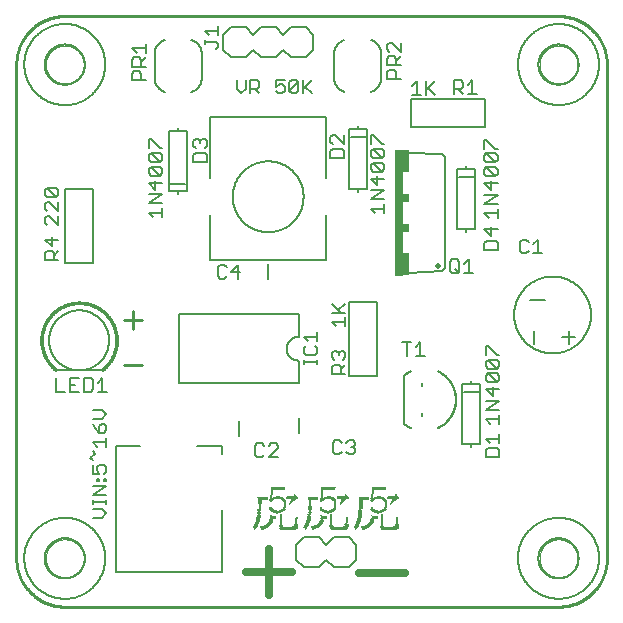
<source format=gto>
G75*
%MOIN*%
%OFA0B0*%
%FSLAX25Y25*%
%IPPOS*%
%LPD*%
%AMOC8*
5,1,8,0,0,1.08239X$1,22.5*
%
%ADD10C,0.01000*%
%ADD11C,0.02500*%
%ADD12C,0.00500*%
%ADD13C,0.00800*%
%ADD14C,0.00600*%
%ADD15C,0.00100*%
%ADD16C,0.02000*%
%ADD17R,0.03000X0.42000*%
%ADD18R,0.02000X0.07500*%
%ADD19R,0.02000X0.03000*%
%ADD20C,0.00050*%
%ADD21C,0.00000*%
%ADD22R,0.04016X0.00079*%
%ADD23R,0.03937X0.00079*%
%ADD24R,0.00394X0.00079*%
%ADD25R,0.04803X0.00079*%
%ADD26R,0.00315X0.00079*%
%ADD27R,0.04724X0.00079*%
%ADD28R,0.00079X0.00079*%
%ADD29R,0.00630X0.00079*%
%ADD30R,0.05118X0.00079*%
%ADD31R,0.00157X0.00079*%
%ADD32R,0.00709X0.00079*%
%ADD33R,0.00236X0.00079*%
%ADD34R,0.00945X0.00079*%
%ADD35R,0.05354X0.00079*%
%ADD36R,0.01181X0.00079*%
%ADD37R,0.05591X0.00079*%
%ADD38R,0.00472X0.00079*%
%ADD39R,0.01417X0.00079*%
%ADD40R,0.05748X0.00079*%
%ADD41R,0.00551X0.00079*%
%ADD42R,0.01575X0.00079*%
%ADD43R,0.05827X0.00079*%
%ADD44R,0.01654X0.00079*%
%ADD45R,0.05906X0.00079*%
%ADD46R,0.01811X0.00079*%
%ADD47R,0.05984X0.00079*%
%ADD48R,0.00787X0.00079*%
%ADD49R,0.01890X0.00079*%
%ADD50R,0.00866X0.00079*%
%ADD51R,0.02047X0.00079*%
%ADD52R,0.06063X0.00079*%
%ADD53R,0.01969X0.00079*%
%ADD54R,0.01024X0.00079*%
%ADD55R,0.02283X0.00079*%
%ADD56R,0.06142X0.00079*%
%ADD57R,0.02205X0.00079*%
%ADD58R,0.02362X0.00079*%
%ADD59R,0.06220X0.00079*%
%ADD60R,0.02441X0.00079*%
%ADD61R,0.01339X0.00079*%
%ADD62R,0.02598X0.00079*%
%ADD63R,0.01260X0.00079*%
%ADD64R,0.06299X0.00079*%
%ADD65R,0.02756X0.00079*%
%ADD66R,0.02677X0.00079*%
%ADD67R,0.02520X0.00079*%
%ADD68R,0.01102X0.00079*%
%ADD69R,0.01496X0.00079*%
%ADD70R,0.01732X0.00079*%
%ADD71R,0.02913X0.00079*%
%ADD72R,0.02992X0.00079*%
%ADD73R,0.03307X0.00079*%
%ADD74R,0.03543X0.00079*%
%ADD75R,0.03701X0.00079*%
%ADD76R,0.03780X0.00079*%
%ADD77R,0.03150X0.00079*%
%ADD78R,0.03228X0.00079*%
%ADD79R,0.03858X0.00079*%
%ADD80R,0.03465X0.00079*%
%ADD81R,0.03071X0.00079*%
%ADD82R,0.02835X0.00079*%
%ADD83R,0.02126X0.00079*%
%ADD84R,0.03622X0.00079*%
%ADD85R,0.04646X0.00079*%
D10*
X0016067Y0027183D02*
X0016067Y0191750D01*
X0016072Y0192140D01*
X0016086Y0192530D01*
X0016109Y0192919D01*
X0016142Y0193308D01*
X0016185Y0193696D01*
X0016236Y0194082D01*
X0016297Y0194468D01*
X0016368Y0194851D01*
X0016447Y0195233D01*
X0016536Y0195613D01*
X0016634Y0195991D01*
X0016741Y0196366D01*
X0016857Y0196738D01*
X0016982Y0197108D01*
X0017116Y0197474D01*
X0017259Y0197837D01*
X0017410Y0198197D01*
X0017570Y0198552D01*
X0017739Y0198904D01*
X0017916Y0199252D01*
X0018101Y0199595D01*
X0018295Y0199933D01*
X0018497Y0200267D01*
X0018707Y0200596D01*
X0018924Y0200920D01*
X0019150Y0201238D01*
X0019383Y0201551D01*
X0019623Y0201858D01*
X0019871Y0202159D01*
X0020127Y0202454D01*
X0020389Y0202743D01*
X0020658Y0203025D01*
X0020934Y0203301D01*
X0021216Y0203570D01*
X0021505Y0203832D01*
X0021800Y0204088D01*
X0022101Y0204336D01*
X0022408Y0204576D01*
X0022721Y0204809D01*
X0023039Y0205035D01*
X0023363Y0205252D01*
X0023692Y0205462D01*
X0024026Y0205664D01*
X0024364Y0205858D01*
X0024707Y0206043D01*
X0025055Y0206220D01*
X0025407Y0206389D01*
X0025762Y0206549D01*
X0026122Y0206700D01*
X0026485Y0206843D01*
X0026851Y0206977D01*
X0027221Y0207102D01*
X0027593Y0207218D01*
X0027968Y0207325D01*
X0028346Y0207423D01*
X0028726Y0207512D01*
X0029108Y0207591D01*
X0029491Y0207662D01*
X0029877Y0207723D01*
X0030263Y0207774D01*
X0030651Y0207817D01*
X0031040Y0207850D01*
X0031429Y0207873D01*
X0031819Y0207887D01*
X0032209Y0207892D01*
X0196776Y0207892D01*
X0197166Y0207887D01*
X0197556Y0207873D01*
X0197945Y0207850D01*
X0198334Y0207817D01*
X0198722Y0207774D01*
X0199108Y0207723D01*
X0199494Y0207662D01*
X0199877Y0207591D01*
X0200259Y0207512D01*
X0200639Y0207423D01*
X0201017Y0207325D01*
X0201392Y0207218D01*
X0201764Y0207102D01*
X0202134Y0206977D01*
X0202500Y0206843D01*
X0202863Y0206700D01*
X0203223Y0206549D01*
X0203578Y0206389D01*
X0203930Y0206220D01*
X0204278Y0206043D01*
X0204621Y0205858D01*
X0204959Y0205664D01*
X0205293Y0205462D01*
X0205622Y0205252D01*
X0205946Y0205035D01*
X0206264Y0204809D01*
X0206577Y0204576D01*
X0206884Y0204336D01*
X0207185Y0204088D01*
X0207480Y0203832D01*
X0207769Y0203570D01*
X0208051Y0203301D01*
X0208327Y0203025D01*
X0208596Y0202743D01*
X0208858Y0202454D01*
X0209114Y0202159D01*
X0209362Y0201858D01*
X0209602Y0201551D01*
X0209835Y0201238D01*
X0210061Y0200920D01*
X0210278Y0200596D01*
X0210488Y0200267D01*
X0210690Y0199933D01*
X0210884Y0199595D01*
X0211069Y0199252D01*
X0211246Y0198904D01*
X0211415Y0198552D01*
X0211575Y0198197D01*
X0211726Y0197837D01*
X0211869Y0197474D01*
X0212003Y0197108D01*
X0212128Y0196738D01*
X0212244Y0196366D01*
X0212351Y0195991D01*
X0212449Y0195613D01*
X0212538Y0195233D01*
X0212617Y0194851D01*
X0212688Y0194468D01*
X0212749Y0194082D01*
X0212800Y0193696D01*
X0212843Y0193308D01*
X0212876Y0192919D01*
X0212899Y0192530D01*
X0212913Y0192140D01*
X0212918Y0191750D01*
X0212917Y0191750D02*
X0212917Y0027183D01*
X0212918Y0027183D02*
X0212913Y0026793D01*
X0212899Y0026403D01*
X0212876Y0026014D01*
X0212843Y0025625D01*
X0212800Y0025237D01*
X0212749Y0024851D01*
X0212688Y0024465D01*
X0212617Y0024082D01*
X0212538Y0023700D01*
X0212449Y0023320D01*
X0212351Y0022942D01*
X0212244Y0022567D01*
X0212128Y0022195D01*
X0212003Y0021825D01*
X0211869Y0021459D01*
X0211726Y0021096D01*
X0211575Y0020736D01*
X0211415Y0020381D01*
X0211246Y0020029D01*
X0211069Y0019681D01*
X0210884Y0019338D01*
X0210690Y0019000D01*
X0210488Y0018666D01*
X0210278Y0018337D01*
X0210061Y0018013D01*
X0209835Y0017695D01*
X0209602Y0017382D01*
X0209362Y0017075D01*
X0209114Y0016774D01*
X0208858Y0016479D01*
X0208596Y0016190D01*
X0208327Y0015908D01*
X0208051Y0015632D01*
X0207769Y0015363D01*
X0207480Y0015101D01*
X0207185Y0014845D01*
X0206884Y0014597D01*
X0206577Y0014357D01*
X0206264Y0014124D01*
X0205946Y0013898D01*
X0205622Y0013681D01*
X0205293Y0013471D01*
X0204959Y0013269D01*
X0204621Y0013075D01*
X0204278Y0012890D01*
X0203930Y0012713D01*
X0203578Y0012544D01*
X0203223Y0012384D01*
X0202863Y0012233D01*
X0202500Y0012090D01*
X0202134Y0011956D01*
X0201764Y0011831D01*
X0201392Y0011715D01*
X0201017Y0011608D01*
X0200639Y0011510D01*
X0200259Y0011421D01*
X0199877Y0011342D01*
X0199494Y0011271D01*
X0199108Y0011210D01*
X0198722Y0011159D01*
X0198334Y0011116D01*
X0197945Y0011083D01*
X0197556Y0011060D01*
X0197166Y0011046D01*
X0196776Y0011041D01*
X0032209Y0011041D01*
X0031819Y0011046D01*
X0031429Y0011060D01*
X0031040Y0011083D01*
X0030651Y0011116D01*
X0030263Y0011159D01*
X0029877Y0011210D01*
X0029491Y0011271D01*
X0029108Y0011342D01*
X0028726Y0011421D01*
X0028346Y0011510D01*
X0027968Y0011608D01*
X0027593Y0011715D01*
X0027221Y0011831D01*
X0026851Y0011956D01*
X0026485Y0012090D01*
X0026122Y0012233D01*
X0025762Y0012384D01*
X0025407Y0012544D01*
X0025055Y0012713D01*
X0024707Y0012890D01*
X0024364Y0013075D01*
X0024026Y0013269D01*
X0023692Y0013471D01*
X0023363Y0013681D01*
X0023039Y0013898D01*
X0022721Y0014124D01*
X0022408Y0014357D01*
X0022101Y0014597D01*
X0021800Y0014845D01*
X0021505Y0015101D01*
X0021216Y0015363D01*
X0020934Y0015632D01*
X0020658Y0015908D01*
X0020389Y0016190D01*
X0020127Y0016479D01*
X0019871Y0016774D01*
X0019623Y0017075D01*
X0019383Y0017382D01*
X0019150Y0017695D01*
X0018924Y0018013D01*
X0018707Y0018337D01*
X0018497Y0018666D01*
X0018295Y0019000D01*
X0018101Y0019338D01*
X0017916Y0019681D01*
X0017739Y0020029D01*
X0017570Y0020381D01*
X0017410Y0020736D01*
X0017259Y0021096D01*
X0017116Y0021459D01*
X0016982Y0021825D01*
X0016857Y0022195D01*
X0016741Y0022567D01*
X0016634Y0022942D01*
X0016536Y0023320D01*
X0016447Y0023700D01*
X0016368Y0024082D01*
X0016297Y0024465D01*
X0016236Y0024851D01*
X0016185Y0025237D01*
X0016142Y0025625D01*
X0016109Y0026014D01*
X0016086Y0026403D01*
X0016072Y0026793D01*
X0016067Y0027183D01*
X0052000Y0091636D02*
X0058005Y0091636D01*
X0055003Y0103633D02*
X0055003Y0109638D01*
X0058005Y0106636D02*
X0052000Y0106636D01*
D11*
X0100154Y0030210D02*
X0100154Y0014930D01*
X0092514Y0022570D02*
X0107794Y0022570D01*
X0130309Y0022176D02*
X0145589Y0022176D01*
D12*
X0172494Y0060902D02*
X0172494Y0063154D01*
X0173245Y0063905D01*
X0176247Y0063905D01*
X0176998Y0063154D01*
X0176998Y0060902D01*
X0172494Y0060902D01*
X0173995Y0065506D02*
X0172494Y0067008D01*
X0176998Y0067008D01*
X0176998Y0068509D02*
X0176998Y0065506D01*
X0177085Y0071983D02*
X0177085Y0074985D01*
X0177085Y0073484D02*
X0172581Y0073484D01*
X0174082Y0071983D01*
X0172581Y0076587D02*
X0177085Y0079589D01*
X0172581Y0079589D01*
X0174833Y0081191D02*
X0174833Y0084193D01*
X0176334Y0085795D02*
X0173331Y0085795D01*
X0172581Y0086545D01*
X0172581Y0088047D01*
X0173331Y0088797D01*
X0176334Y0085795D01*
X0177085Y0086545D01*
X0177085Y0088047D01*
X0176334Y0088797D01*
X0173331Y0088797D01*
X0173331Y0090399D02*
X0172581Y0091149D01*
X0172581Y0092650D01*
X0173331Y0093401D01*
X0176334Y0090399D01*
X0177085Y0091149D01*
X0177085Y0092650D01*
X0176334Y0093401D01*
X0173331Y0093401D01*
X0172581Y0095002D02*
X0172581Y0098005D01*
X0173331Y0098005D01*
X0176334Y0095002D01*
X0177085Y0095002D01*
X0176334Y0090399D02*
X0173331Y0090399D01*
X0172581Y0083443D02*
X0174833Y0081191D01*
X0177085Y0083443D02*
X0172581Y0083443D01*
X0172581Y0076587D02*
X0177085Y0076587D01*
X0152270Y0094591D02*
X0149267Y0094591D01*
X0150769Y0094591D02*
X0150769Y0099095D01*
X0149267Y0097593D01*
X0147666Y0099095D02*
X0144663Y0099095D01*
X0146165Y0099095D02*
X0146165Y0094591D01*
X0145433Y0088423D02*
X0145433Y0071927D01*
X0151433Y0074648D02*
X0151433Y0075703D01*
X0151433Y0084648D02*
X0151433Y0085703D01*
X0129073Y0065714D02*
X0129073Y0064963D01*
X0128322Y0064213D01*
X0129073Y0063462D01*
X0129073Y0062711D01*
X0128322Y0061961D01*
X0126821Y0061961D01*
X0126070Y0062711D01*
X0124469Y0062711D02*
X0123718Y0061961D01*
X0122217Y0061961D01*
X0121467Y0062711D01*
X0121467Y0065714D01*
X0122217Y0066465D01*
X0123718Y0066465D01*
X0124469Y0065714D01*
X0126070Y0065714D02*
X0126821Y0066465D01*
X0128322Y0066465D01*
X0129073Y0065714D01*
X0128322Y0064213D02*
X0127572Y0064213D01*
X0103286Y0063979D02*
X0103286Y0064730D01*
X0102535Y0065480D01*
X0101034Y0065480D01*
X0100283Y0064730D01*
X0098682Y0064730D02*
X0097931Y0065480D01*
X0096430Y0065480D01*
X0095679Y0064730D01*
X0095679Y0061727D01*
X0096430Y0060977D01*
X0097931Y0060977D01*
X0098682Y0061727D01*
X0100283Y0060977D02*
X0103286Y0063979D01*
X0103286Y0060977D02*
X0100283Y0060977D01*
X0121254Y0088752D02*
X0121254Y0091004D01*
X0122005Y0091755D01*
X0123506Y0091755D01*
X0124257Y0091004D01*
X0124257Y0088752D01*
X0125758Y0088752D02*
X0121254Y0088752D01*
X0124257Y0090253D02*
X0125758Y0091755D01*
X0125007Y0093356D02*
X0125758Y0094107D01*
X0125758Y0095608D01*
X0125007Y0096359D01*
X0124257Y0096359D01*
X0123506Y0095608D01*
X0123506Y0094857D01*
X0123506Y0095608D02*
X0122755Y0096359D01*
X0122005Y0096359D01*
X0121254Y0095608D01*
X0121254Y0094107D01*
X0122005Y0093356D01*
X0116344Y0093315D02*
X0116344Y0091814D01*
X0116344Y0092564D02*
X0111841Y0092564D01*
X0111841Y0091814D02*
X0111841Y0093315D01*
X0112591Y0094883D02*
X0115594Y0094883D01*
X0116344Y0095633D01*
X0116344Y0097135D01*
X0115594Y0097885D01*
X0116344Y0099487D02*
X0116344Y0102489D01*
X0116344Y0100988D02*
X0111841Y0100988D01*
X0113342Y0099487D01*
X0112591Y0097885D02*
X0111841Y0097135D01*
X0111841Y0095633D01*
X0112591Y0094883D01*
X0122700Y0104457D02*
X0121199Y0105958D01*
X0125703Y0105958D01*
X0125703Y0104457D02*
X0125703Y0107459D01*
X0125703Y0109061D02*
X0121199Y0109061D01*
X0123451Y0109811D02*
X0125703Y0112063D01*
X0124201Y0109061D02*
X0121199Y0112063D01*
X0090766Y0122677D02*
X0087763Y0122677D01*
X0090015Y0124929D01*
X0090015Y0120425D01*
X0086162Y0121176D02*
X0085411Y0120425D01*
X0083910Y0120425D01*
X0083159Y0121176D01*
X0083159Y0124179D01*
X0083910Y0124929D01*
X0085411Y0124929D01*
X0086162Y0124179D01*
X0064683Y0140880D02*
X0064683Y0143883D01*
X0064683Y0142382D02*
X0060179Y0142382D01*
X0061681Y0140880D01*
X0060179Y0145484D02*
X0064683Y0148487D01*
X0060179Y0148487D01*
X0062431Y0150088D02*
X0062431Y0153091D01*
X0060930Y0154692D02*
X0060179Y0155443D01*
X0060179Y0156944D01*
X0060930Y0157695D01*
X0063932Y0154692D01*
X0064683Y0155443D01*
X0064683Y0156944D01*
X0063932Y0157695D01*
X0060930Y0157695D01*
X0060930Y0159296D02*
X0060179Y0160047D01*
X0060179Y0161548D01*
X0060930Y0162299D01*
X0063932Y0159296D01*
X0064683Y0160047D01*
X0064683Y0161548D01*
X0063932Y0162299D01*
X0060930Y0162299D01*
X0060179Y0163900D02*
X0060179Y0166903D01*
X0060930Y0166903D01*
X0063932Y0163900D01*
X0064683Y0163900D01*
X0063932Y0159296D02*
X0060930Y0159296D01*
X0060930Y0154692D02*
X0063932Y0154692D01*
X0064683Y0152340D02*
X0060179Y0152340D01*
X0062431Y0150088D01*
X0064683Y0145484D02*
X0060179Y0145484D01*
X0075053Y0159328D02*
X0075053Y0161580D01*
X0075804Y0162330D01*
X0078806Y0162330D01*
X0079557Y0161580D01*
X0079557Y0159328D01*
X0075053Y0159328D01*
X0075804Y0163932D02*
X0075053Y0164682D01*
X0075053Y0166184D01*
X0075804Y0166934D01*
X0076555Y0166934D01*
X0077305Y0166184D01*
X0078056Y0166934D01*
X0078806Y0166934D01*
X0079557Y0166184D01*
X0079557Y0164682D01*
X0078806Y0163932D01*
X0077305Y0165433D02*
X0077305Y0166184D01*
X0090968Y0182118D02*
X0092469Y0183620D01*
X0092469Y0186622D01*
X0094070Y0186622D02*
X0096322Y0186622D01*
X0097073Y0185871D01*
X0097073Y0184370D01*
X0096322Y0183620D01*
X0094070Y0183620D01*
X0095572Y0183620D02*
X0097073Y0182118D01*
X0094070Y0182118D02*
X0094070Y0186622D01*
X0089467Y0186622D02*
X0089467Y0183620D01*
X0090968Y0182118D01*
X0102459Y0182869D02*
X0103209Y0182118D01*
X0104711Y0182118D01*
X0105461Y0182869D01*
X0105461Y0184370D01*
X0104711Y0185121D01*
X0103960Y0185121D01*
X0102459Y0184370D01*
X0102459Y0186622D01*
X0105461Y0186622D01*
X0107063Y0185871D02*
X0107813Y0186622D01*
X0109315Y0186622D01*
X0110065Y0185871D01*
X0107063Y0182869D01*
X0107813Y0182118D01*
X0109315Y0182118D01*
X0110065Y0182869D01*
X0110065Y0185871D01*
X0111667Y0186622D02*
X0111667Y0182118D01*
X0111667Y0183620D02*
X0114669Y0186622D01*
X0112417Y0184370D02*
X0114669Y0182118D01*
X0107063Y0182869D02*
X0107063Y0185871D01*
X0121473Y0168273D02*
X0120723Y0167522D01*
X0120723Y0166021D01*
X0121473Y0165270D01*
X0121473Y0163669D02*
X0120723Y0162918D01*
X0120723Y0160666D01*
X0125226Y0160666D01*
X0125226Y0162918D01*
X0124476Y0163669D01*
X0121473Y0163669D01*
X0125226Y0165270D02*
X0122224Y0168273D01*
X0121473Y0168273D01*
X0125226Y0168273D02*
X0125226Y0165270D01*
X0134195Y0165239D02*
X0134195Y0168241D01*
X0134946Y0168241D01*
X0137948Y0165239D01*
X0138699Y0165239D01*
X0137948Y0163637D02*
X0138699Y0162887D01*
X0138699Y0161385D01*
X0137948Y0160635D01*
X0134946Y0163637D01*
X0137948Y0163637D01*
X0137948Y0160635D02*
X0134946Y0160635D01*
X0134195Y0161385D01*
X0134195Y0162887D01*
X0134946Y0163637D01*
X0134946Y0159033D02*
X0137948Y0156031D01*
X0138699Y0156781D01*
X0138699Y0158283D01*
X0137948Y0159033D01*
X0134946Y0159033D01*
X0134195Y0158283D01*
X0134195Y0156781D01*
X0134946Y0156031D01*
X0137948Y0156031D01*
X0136447Y0154429D02*
X0136447Y0151427D01*
X0134195Y0153679D01*
X0138699Y0153679D01*
X0138699Y0149826D02*
X0134195Y0149826D01*
X0134195Y0146823D02*
X0138699Y0149826D01*
X0138699Y0146823D02*
X0134195Y0146823D01*
X0134195Y0143720D02*
X0138699Y0143720D01*
X0138699Y0142219D02*
X0138699Y0145222D01*
X0135696Y0142219D02*
X0134195Y0143720D01*
X0160692Y0126010D02*
X0160692Y0123007D01*
X0161442Y0122257D01*
X0162944Y0122257D01*
X0163694Y0123007D01*
X0163694Y0126010D01*
X0162944Y0126761D01*
X0161442Y0126761D01*
X0160692Y0126010D01*
X0162193Y0123758D02*
X0163694Y0122257D01*
X0165296Y0122257D02*
X0168298Y0122257D01*
X0166797Y0122257D02*
X0166797Y0126761D01*
X0165296Y0125259D01*
X0172061Y0130032D02*
X0172061Y0132284D01*
X0172812Y0133034D01*
X0175814Y0133034D01*
X0176565Y0132284D01*
X0176565Y0130032D01*
X0172061Y0130032D01*
X0174313Y0134636D02*
X0174313Y0137638D01*
X0172061Y0136887D02*
X0174313Y0134636D01*
X0176565Y0136887D02*
X0172061Y0136887D01*
X0173476Y0140693D02*
X0171975Y0142194D01*
X0176478Y0142194D01*
X0176478Y0140693D02*
X0176478Y0143696D01*
X0176478Y0145297D02*
X0171975Y0145297D01*
X0176478Y0148300D01*
X0171975Y0148300D01*
X0174226Y0149901D02*
X0174226Y0152903D01*
X0172725Y0154505D02*
X0171975Y0155255D01*
X0171975Y0156757D01*
X0172725Y0157507D01*
X0175728Y0154505D01*
X0176478Y0155255D01*
X0176478Y0156757D01*
X0175728Y0157507D01*
X0172725Y0157507D01*
X0172725Y0159109D02*
X0171975Y0159859D01*
X0171975Y0161361D01*
X0172725Y0162111D01*
X0175728Y0159109D01*
X0176478Y0159859D01*
X0176478Y0161361D01*
X0175728Y0162111D01*
X0172725Y0162111D01*
X0171975Y0163713D02*
X0171975Y0166715D01*
X0172725Y0166715D01*
X0175728Y0163713D01*
X0176478Y0163713D01*
X0175728Y0159109D02*
X0172725Y0159109D01*
X0172725Y0154505D02*
X0175728Y0154505D01*
X0176478Y0152153D02*
X0171975Y0152153D01*
X0174226Y0149901D01*
X0184540Y0133319D02*
X0183789Y0132568D01*
X0183789Y0129566D01*
X0184540Y0128815D01*
X0186041Y0128815D01*
X0186792Y0129566D01*
X0188393Y0128815D02*
X0191396Y0128815D01*
X0189895Y0128815D02*
X0189895Y0133319D01*
X0188393Y0131818D01*
X0186792Y0132568D02*
X0186041Y0133319D01*
X0184540Y0133319D01*
X0169538Y0181980D02*
X0166536Y0181980D01*
X0168037Y0181980D02*
X0168037Y0186484D01*
X0166536Y0184983D01*
X0164934Y0185734D02*
X0164934Y0184232D01*
X0164184Y0183482D01*
X0161932Y0183482D01*
X0163433Y0183482D02*
X0164934Y0181980D01*
X0161932Y0181980D02*
X0161932Y0186484D01*
X0164184Y0186484D01*
X0164934Y0185734D01*
X0155671Y0186224D02*
X0152669Y0183222D01*
X0153420Y0183973D02*
X0155671Y0181721D01*
X0152669Y0181721D02*
X0152669Y0186224D01*
X0149566Y0186224D02*
X0149566Y0181721D01*
X0148065Y0181721D02*
X0151068Y0181721D01*
X0148065Y0184723D02*
X0149566Y0186224D01*
X0144163Y0186882D02*
X0139660Y0186882D01*
X0139660Y0189134D01*
X0140410Y0189885D01*
X0141911Y0189885D01*
X0142662Y0189134D01*
X0142662Y0186882D01*
X0142662Y0191486D02*
X0142662Y0193738D01*
X0141911Y0194488D01*
X0140410Y0194488D01*
X0139660Y0193738D01*
X0139660Y0191486D01*
X0144163Y0191486D01*
X0142662Y0192987D02*
X0144163Y0194488D01*
X0144163Y0196090D02*
X0141161Y0199092D01*
X0140410Y0199092D01*
X0139660Y0198342D01*
X0139660Y0196841D01*
X0140410Y0196090D01*
X0144163Y0196090D02*
X0144163Y0199092D01*
X0088193Y0147695D02*
X0088197Y0147985D01*
X0088207Y0148275D01*
X0088225Y0148564D01*
X0088250Y0148853D01*
X0088282Y0149141D01*
X0088321Y0149428D01*
X0088367Y0149714D01*
X0088420Y0149999D01*
X0088480Y0150283D01*
X0088547Y0150565D01*
X0088621Y0150845D01*
X0088702Y0151124D01*
X0088789Y0151400D01*
X0088883Y0151674D01*
X0088984Y0151946D01*
X0089092Y0152215D01*
X0089206Y0152481D01*
X0089327Y0152745D01*
X0089454Y0153005D01*
X0089588Y0153263D01*
X0089727Y0153517D01*
X0089873Y0153767D01*
X0090025Y0154014D01*
X0090184Y0154257D01*
X0090348Y0154496D01*
X0090517Y0154731D01*
X0090693Y0154962D01*
X0090874Y0155188D01*
X0091061Y0155410D01*
X0091253Y0155627D01*
X0091450Y0155839D01*
X0091652Y0156047D01*
X0091860Y0156249D01*
X0092072Y0156446D01*
X0092289Y0156638D01*
X0092511Y0156825D01*
X0092737Y0157006D01*
X0092968Y0157182D01*
X0093203Y0157351D01*
X0093442Y0157515D01*
X0093685Y0157674D01*
X0093932Y0157826D01*
X0094182Y0157972D01*
X0094436Y0158111D01*
X0094694Y0158245D01*
X0094954Y0158372D01*
X0095218Y0158493D01*
X0095484Y0158607D01*
X0095753Y0158715D01*
X0096025Y0158816D01*
X0096299Y0158910D01*
X0096575Y0158997D01*
X0096854Y0159078D01*
X0097134Y0159152D01*
X0097416Y0159219D01*
X0097700Y0159279D01*
X0097985Y0159332D01*
X0098271Y0159378D01*
X0098558Y0159417D01*
X0098846Y0159449D01*
X0099135Y0159474D01*
X0099424Y0159492D01*
X0099714Y0159502D01*
X0100004Y0159506D01*
X0100294Y0159502D01*
X0100584Y0159492D01*
X0100873Y0159474D01*
X0101162Y0159449D01*
X0101450Y0159417D01*
X0101737Y0159378D01*
X0102023Y0159332D01*
X0102308Y0159279D01*
X0102592Y0159219D01*
X0102874Y0159152D01*
X0103154Y0159078D01*
X0103433Y0158997D01*
X0103709Y0158910D01*
X0103983Y0158816D01*
X0104255Y0158715D01*
X0104524Y0158607D01*
X0104790Y0158493D01*
X0105054Y0158372D01*
X0105314Y0158245D01*
X0105572Y0158111D01*
X0105826Y0157972D01*
X0106076Y0157826D01*
X0106323Y0157674D01*
X0106566Y0157515D01*
X0106805Y0157351D01*
X0107040Y0157182D01*
X0107271Y0157006D01*
X0107497Y0156825D01*
X0107719Y0156638D01*
X0107936Y0156446D01*
X0108148Y0156249D01*
X0108356Y0156047D01*
X0108558Y0155839D01*
X0108755Y0155627D01*
X0108947Y0155410D01*
X0109134Y0155188D01*
X0109315Y0154962D01*
X0109491Y0154731D01*
X0109660Y0154496D01*
X0109824Y0154257D01*
X0109983Y0154014D01*
X0110135Y0153767D01*
X0110281Y0153517D01*
X0110420Y0153263D01*
X0110554Y0153005D01*
X0110681Y0152745D01*
X0110802Y0152481D01*
X0110916Y0152215D01*
X0111024Y0151946D01*
X0111125Y0151674D01*
X0111219Y0151400D01*
X0111306Y0151124D01*
X0111387Y0150845D01*
X0111461Y0150565D01*
X0111528Y0150283D01*
X0111588Y0149999D01*
X0111641Y0149714D01*
X0111687Y0149428D01*
X0111726Y0149141D01*
X0111758Y0148853D01*
X0111783Y0148564D01*
X0111801Y0148275D01*
X0111811Y0147985D01*
X0111815Y0147695D01*
X0111811Y0147405D01*
X0111801Y0147115D01*
X0111783Y0146826D01*
X0111758Y0146537D01*
X0111726Y0146249D01*
X0111687Y0145962D01*
X0111641Y0145676D01*
X0111588Y0145391D01*
X0111528Y0145107D01*
X0111461Y0144825D01*
X0111387Y0144545D01*
X0111306Y0144266D01*
X0111219Y0143990D01*
X0111125Y0143716D01*
X0111024Y0143444D01*
X0110916Y0143175D01*
X0110802Y0142909D01*
X0110681Y0142645D01*
X0110554Y0142385D01*
X0110420Y0142127D01*
X0110281Y0141873D01*
X0110135Y0141623D01*
X0109983Y0141376D01*
X0109824Y0141133D01*
X0109660Y0140894D01*
X0109491Y0140659D01*
X0109315Y0140428D01*
X0109134Y0140202D01*
X0108947Y0139980D01*
X0108755Y0139763D01*
X0108558Y0139551D01*
X0108356Y0139343D01*
X0108148Y0139141D01*
X0107936Y0138944D01*
X0107719Y0138752D01*
X0107497Y0138565D01*
X0107271Y0138384D01*
X0107040Y0138208D01*
X0106805Y0138039D01*
X0106566Y0137875D01*
X0106323Y0137716D01*
X0106076Y0137564D01*
X0105826Y0137418D01*
X0105572Y0137279D01*
X0105314Y0137145D01*
X0105054Y0137018D01*
X0104790Y0136897D01*
X0104524Y0136783D01*
X0104255Y0136675D01*
X0103983Y0136574D01*
X0103709Y0136480D01*
X0103433Y0136393D01*
X0103154Y0136312D01*
X0102874Y0136238D01*
X0102592Y0136171D01*
X0102308Y0136111D01*
X0102023Y0136058D01*
X0101737Y0136012D01*
X0101450Y0135973D01*
X0101162Y0135941D01*
X0100873Y0135916D01*
X0100584Y0135898D01*
X0100294Y0135888D01*
X0100004Y0135884D01*
X0099714Y0135888D01*
X0099424Y0135898D01*
X0099135Y0135916D01*
X0098846Y0135941D01*
X0098558Y0135973D01*
X0098271Y0136012D01*
X0097985Y0136058D01*
X0097700Y0136111D01*
X0097416Y0136171D01*
X0097134Y0136238D01*
X0096854Y0136312D01*
X0096575Y0136393D01*
X0096299Y0136480D01*
X0096025Y0136574D01*
X0095753Y0136675D01*
X0095484Y0136783D01*
X0095218Y0136897D01*
X0094954Y0137018D01*
X0094694Y0137145D01*
X0094436Y0137279D01*
X0094182Y0137418D01*
X0093932Y0137564D01*
X0093685Y0137716D01*
X0093442Y0137875D01*
X0093203Y0138039D01*
X0092968Y0138208D01*
X0092737Y0138384D01*
X0092511Y0138565D01*
X0092289Y0138752D01*
X0092072Y0138944D01*
X0091860Y0139141D01*
X0091652Y0139343D01*
X0091450Y0139551D01*
X0091253Y0139763D01*
X0091061Y0139980D01*
X0090874Y0140202D01*
X0090693Y0140428D01*
X0090517Y0140659D01*
X0090348Y0140894D01*
X0090184Y0141133D01*
X0090025Y0141376D01*
X0089873Y0141623D01*
X0089727Y0141873D01*
X0089588Y0142127D01*
X0089454Y0142385D01*
X0089327Y0142645D01*
X0089206Y0142909D01*
X0089092Y0143175D01*
X0088984Y0143444D01*
X0088883Y0143716D01*
X0088789Y0143990D01*
X0088702Y0144266D01*
X0088621Y0144545D01*
X0088547Y0144825D01*
X0088480Y0145107D01*
X0088420Y0145391D01*
X0088367Y0145676D01*
X0088321Y0145962D01*
X0088282Y0146249D01*
X0088250Y0146537D01*
X0088225Y0146826D01*
X0088207Y0147115D01*
X0088197Y0147405D01*
X0088193Y0147695D01*
X0059124Y0186488D02*
X0054620Y0186488D01*
X0054620Y0188740D01*
X0055371Y0189491D01*
X0056872Y0189491D01*
X0057623Y0188740D01*
X0057623Y0186488D01*
X0057623Y0191092D02*
X0057623Y0193344D01*
X0056872Y0194095D01*
X0055371Y0194095D01*
X0054620Y0193344D01*
X0054620Y0191092D01*
X0059124Y0191092D01*
X0057623Y0192594D02*
X0059124Y0194095D01*
X0059124Y0195696D02*
X0059124Y0198699D01*
X0059124Y0197197D02*
X0054620Y0197197D01*
X0056121Y0195696D01*
X0078916Y0198438D02*
X0078916Y0199939D01*
X0078916Y0199188D02*
X0082669Y0199188D01*
X0083420Y0198438D01*
X0083420Y0197687D01*
X0082669Y0196936D01*
X0083420Y0201540D02*
X0083420Y0204543D01*
X0083420Y0203042D02*
X0078916Y0203042D01*
X0080418Y0201540D01*
X0029283Y0150525D02*
X0026280Y0150525D01*
X0029283Y0147523D01*
X0030033Y0148274D01*
X0030033Y0149775D01*
X0029283Y0150525D01*
X0029283Y0147523D02*
X0026280Y0147523D01*
X0025530Y0148274D01*
X0025530Y0149775D01*
X0026280Y0150525D01*
X0026280Y0145922D02*
X0025530Y0145171D01*
X0025530Y0143670D01*
X0026280Y0142919D01*
X0026280Y0141318D02*
X0025530Y0140567D01*
X0025530Y0139066D01*
X0026280Y0138315D01*
X0027837Y0134154D02*
X0027837Y0131151D01*
X0025585Y0133403D01*
X0030089Y0133403D01*
X0030089Y0129550D02*
X0028587Y0128049D01*
X0028587Y0128799D02*
X0028587Y0126547D01*
X0030089Y0126547D02*
X0025585Y0126547D01*
X0025585Y0128799D01*
X0026335Y0129550D01*
X0027837Y0129550D01*
X0028587Y0128799D01*
X0030033Y0138315D02*
X0027031Y0141318D01*
X0026280Y0141318D01*
X0030033Y0141318D02*
X0030033Y0138315D01*
X0030033Y0142919D02*
X0027031Y0145922D01*
X0026280Y0145922D01*
X0030033Y0145922D02*
X0030033Y0142919D01*
X0029407Y0087226D02*
X0029407Y0082722D01*
X0032410Y0082722D01*
X0034011Y0082722D02*
X0037014Y0082722D01*
X0038615Y0082722D02*
X0040867Y0082722D01*
X0041618Y0083473D01*
X0041618Y0086475D01*
X0040867Y0087226D01*
X0038615Y0087226D01*
X0038615Y0082722D01*
X0035513Y0084974D02*
X0034011Y0084974D01*
X0034011Y0087226D02*
X0034011Y0082722D01*
X0034011Y0087226D02*
X0037014Y0087226D01*
X0043219Y0085725D02*
X0044721Y0087226D01*
X0044721Y0082722D01*
X0046222Y0082722D02*
X0043219Y0082722D01*
X0044512Y0076619D02*
X0041510Y0076619D01*
X0041510Y0073617D02*
X0044512Y0073617D01*
X0046014Y0075118D01*
X0044512Y0076619D01*
X0044512Y0072015D02*
X0043762Y0071265D01*
X0043762Y0069013D01*
X0045263Y0069013D01*
X0046014Y0069763D01*
X0046014Y0071265D01*
X0045263Y0072015D01*
X0044512Y0072015D01*
X0042261Y0070514D02*
X0043762Y0069013D01*
X0042261Y0070514D02*
X0041510Y0072015D01*
X0046014Y0067411D02*
X0046014Y0064409D01*
X0046014Y0065910D02*
X0041510Y0065910D01*
X0043011Y0064409D01*
X0041510Y0062807D02*
X0042261Y0062057D01*
X0040759Y0060555D01*
X0041510Y0059805D01*
X0041510Y0058203D02*
X0041510Y0055201D01*
X0043762Y0055201D01*
X0043011Y0056702D01*
X0043011Y0057453D01*
X0043762Y0058203D01*
X0045263Y0058203D01*
X0046014Y0057453D01*
X0046014Y0055952D01*
X0045263Y0055201D01*
X0045263Y0053650D02*
X0046014Y0053650D01*
X0046014Y0052899D01*
X0045263Y0052899D01*
X0045263Y0053650D01*
X0043762Y0053650D02*
X0043762Y0052899D01*
X0043011Y0052899D01*
X0043011Y0053650D01*
X0043762Y0053650D01*
X0046014Y0051298D02*
X0041510Y0051298D01*
X0041510Y0048295D02*
X0046014Y0051298D01*
X0046014Y0048295D02*
X0041510Y0048295D01*
X0041510Y0046727D02*
X0041510Y0045226D01*
X0041510Y0045976D02*
X0046014Y0045976D01*
X0046014Y0045226D02*
X0046014Y0046727D01*
X0044512Y0043624D02*
X0041510Y0043624D01*
X0041510Y0040622D02*
X0044512Y0040622D01*
X0046014Y0042123D01*
X0044512Y0043624D01*
D13*
X0025516Y0027183D02*
X0025518Y0027347D01*
X0025524Y0027511D01*
X0025534Y0027675D01*
X0025548Y0027839D01*
X0025566Y0028002D01*
X0025588Y0028165D01*
X0025615Y0028327D01*
X0025645Y0028489D01*
X0025679Y0028649D01*
X0025717Y0028809D01*
X0025758Y0028968D01*
X0025804Y0029126D01*
X0025854Y0029282D01*
X0025907Y0029438D01*
X0025964Y0029592D01*
X0026025Y0029744D01*
X0026090Y0029895D01*
X0026159Y0030045D01*
X0026231Y0030192D01*
X0026306Y0030338D01*
X0026386Y0030482D01*
X0026468Y0030624D01*
X0026554Y0030764D01*
X0026644Y0030901D01*
X0026737Y0031037D01*
X0026833Y0031170D01*
X0026933Y0031301D01*
X0027035Y0031429D01*
X0027141Y0031555D01*
X0027250Y0031678D01*
X0027362Y0031798D01*
X0027476Y0031916D01*
X0027594Y0032030D01*
X0027714Y0032142D01*
X0027837Y0032251D01*
X0027963Y0032357D01*
X0028091Y0032459D01*
X0028222Y0032559D01*
X0028355Y0032655D01*
X0028491Y0032748D01*
X0028628Y0032838D01*
X0028768Y0032924D01*
X0028910Y0033006D01*
X0029054Y0033086D01*
X0029200Y0033161D01*
X0029347Y0033233D01*
X0029497Y0033302D01*
X0029648Y0033367D01*
X0029800Y0033428D01*
X0029954Y0033485D01*
X0030110Y0033538D01*
X0030266Y0033588D01*
X0030424Y0033634D01*
X0030583Y0033675D01*
X0030743Y0033713D01*
X0030903Y0033747D01*
X0031065Y0033777D01*
X0031227Y0033804D01*
X0031390Y0033826D01*
X0031553Y0033844D01*
X0031717Y0033858D01*
X0031881Y0033868D01*
X0032045Y0033874D01*
X0032209Y0033876D01*
X0032373Y0033874D01*
X0032537Y0033868D01*
X0032701Y0033858D01*
X0032865Y0033844D01*
X0033028Y0033826D01*
X0033191Y0033804D01*
X0033353Y0033777D01*
X0033515Y0033747D01*
X0033675Y0033713D01*
X0033835Y0033675D01*
X0033994Y0033634D01*
X0034152Y0033588D01*
X0034308Y0033538D01*
X0034464Y0033485D01*
X0034618Y0033428D01*
X0034770Y0033367D01*
X0034921Y0033302D01*
X0035071Y0033233D01*
X0035218Y0033161D01*
X0035364Y0033086D01*
X0035508Y0033006D01*
X0035650Y0032924D01*
X0035790Y0032838D01*
X0035927Y0032748D01*
X0036063Y0032655D01*
X0036196Y0032559D01*
X0036327Y0032459D01*
X0036455Y0032357D01*
X0036581Y0032251D01*
X0036704Y0032142D01*
X0036824Y0032030D01*
X0036942Y0031916D01*
X0037056Y0031798D01*
X0037168Y0031678D01*
X0037277Y0031555D01*
X0037383Y0031429D01*
X0037485Y0031301D01*
X0037585Y0031170D01*
X0037681Y0031037D01*
X0037774Y0030901D01*
X0037864Y0030764D01*
X0037950Y0030624D01*
X0038032Y0030482D01*
X0038112Y0030338D01*
X0038187Y0030192D01*
X0038259Y0030045D01*
X0038328Y0029895D01*
X0038393Y0029744D01*
X0038454Y0029592D01*
X0038511Y0029438D01*
X0038564Y0029282D01*
X0038614Y0029126D01*
X0038660Y0028968D01*
X0038701Y0028809D01*
X0038739Y0028649D01*
X0038773Y0028489D01*
X0038803Y0028327D01*
X0038830Y0028165D01*
X0038852Y0028002D01*
X0038870Y0027839D01*
X0038884Y0027675D01*
X0038894Y0027511D01*
X0038900Y0027347D01*
X0038902Y0027183D01*
X0038900Y0027019D01*
X0038894Y0026855D01*
X0038884Y0026691D01*
X0038870Y0026527D01*
X0038852Y0026364D01*
X0038830Y0026201D01*
X0038803Y0026039D01*
X0038773Y0025877D01*
X0038739Y0025717D01*
X0038701Y0025557D01*
X0038660Y0025398D01*
X0038614Y0025240D01*
X0038564Y0025084D01*
X0038511Y0024928D01*
X0038454Y0024774D01*
X0038393Y0024622D01*
X0038328Y0024471D01*
X0038259Y0024321D01*
X0038187Y0024174D01*
X0038112Y0024028D01*
X0038032Y0023884D01*
X0037950Y0023742D01*
X0037864Y0023602D01*
X0037774Y0023465D01*
X0037681Y0023329D01*
X0037585Y0023196D01*
X0037485Y0023065D01*
X0037383Y0022937D01*
X0037277Y0022811D01*
X0037168Y0022688D01*
X0037056Y0022568D01*
X0036942Y0022450D01*
X0036824Y0022336D01*
X0036704Y0022224D01*
X0036581Y0022115D01*
X0036455Y0022009D01*
X0036327Y0021907D01*
X0036196Y0021807D01*
X0036063Y0021711D01*
X0035927Y0021618D01*
X0035790Y0021528D01*
X0035650Y0021442D01*
X0035508Y0021360D01*
X0035364Y0021280D01*
X0035218Y0021205D01*
X0035071Y0021133D01*
X0034921Y0021064D01*
X0034770Y0020999D01*
X0034618Y0020938D01*
X0034464Y0020881D01*
X0034308Y0020828D01*
X0034152Y0020778D01*
X0033994Y0020732D01*
X0033835Y0020691D01*
X0033675Y0020653D01*
X0033515Y0020619D01*
X0033353Y0020589D01*
X0033191Y0020562D01*
X0033028Y0020540D01*
X0032865Y0020522D01*
X0032701Y0020508D01*
X0032537Y0020498D01*
X0032373Y0020492D01*
X0032209Y0020490D01*
X0032045Y0020492D01*
X0031881Y0020498D01*
X0031717Y0020508D01*
X0031553Y0020522D01*
X0031390Y0020540D01*
X0031227Y0020562D01*
X0031065Y0020589D01*
X0030903Y0020619D01*
X0030743Y0020653D01*
X0030583Y0020691D01*
X0030424Y0020732D01*
X0030266Y0020778D01*
X0030110Y0020828D01*
X0029954Y0020881D01*
X0029800Y0020938D01*
X0029648Y0020999D01*
X0029497Y0021064D01*
X0029347Y0021133D01*
X0029200Y0021205D01*
X0029054Y0021280D01*
X0028910Y0021360D01*
X0028768Y0021442D01*
X0028628Y0021528D01*
X0028491Y0021618D01*
X0028355Y0021711D01*
X0028222Y0021807D01*
X0028091Y0021907D01*
X0027963Y0022009D01*
X0027837Y0022115D01*
X0027714Y0022224D01*
X0027594Y0022336D01*
X0027476Y0022450D01*
X0027362Y0022568D01*
X0027250Y0022688D01*
X0027141Y0022811D01*
X0027035Y0022937D01*
X0026933Y0023065D01*
X0026833Y0023196D01*
X0026737Y0023329D01*
X0026644Y0023465D01*
X0026554Y0023602D01*
X0026468Y0023742D01*
X0026386Y0023884D01*
X0026306Y0024028D01*
X0026231Y0024174D01*
X0026159Y0024321D01*
X0026090Y0024471D01*
X0026025Y0024622D01*
X0025964Y0024774D01*
X0025907Y0024928D01*
X0025854Y0025084D01*
X0025804Y0025240D01*
X0025758Y0025398D01*
X0025717Y0025557D01*
X0025679Y0025717D01*
X0025645Y0025877D01*
X0025615Y0026039D01*
X0025588Y0026201D01*
X0025566Y0026364D01*
X0025548Y0026527D01*
X0025534Y0026691D01*
X0025524Y0026855D01*
X0025518Y0027019D01*
X0025516Y0027183D01*
X0049138Y0022459D02*
X0084571Y0022459D01*
X0084571Y0043325D01*
X0084571Y0061829D02*
X0084571Y0064585D01*
X0076303Y0064585D01*
X0090161Y0067793D02*
X0090161Y0072793D01*
X0110280Y0073778D02*
X0110280Y0068778D01*
X0126815Y0087813D02*
X0126815Y0112616D01*
X0136264Y0112616D01*
X0136264Y0087813D01*
X0126815Y0087813D01*
X0100083Y0120156D02*
X0100083Y0125156D01*
X0119413Y0126648D02*
X0119413Y0141593D01*
X0127043Y0150097D02*
X0130043Y0150097D01*
X0130043Y0149097D01*
X0130043Y0150097D02*
X0133043Y0150097D01*
X0133043Y0170097D01*
X0130043Y0170097D01*
X0130043Y0171097D01*
X0130043Y0170097D02*
X0127043Y0170097D01*
X0127043Y0150097D01*
X0119413Y0153797D02*
X0119413Y0174191D01*
X0080594Y0174191D01*
X0080594Y0153797D01*
X0072307Y0151967D02*
X0067307Y0151967D01*
X0066807Y0149467D02*
X0066807Y0169467D01*
X0069807Y0169467D01*
X0069807Y0170467D01*
X0069807Y0169467D02*
X0072807Y0169467D01*
X0072807Y0149467D01*
X0069807Y0149467D01*
X0069807Y0148467D01*
X0069807Y0149467D02*
X0066807Y0149467D01*
X0080594Y0141593D02*
X0080594Y0126648D01*
X0119413Y0126648D01*
X0127543Y0167597D02*
X0132543Y0167597D01*
X0147563Y0170766D02*
X0172366Y0170766D01*
X0172366Y0180215D01*
X0147563Y0180215D01*
X0147563Y0170766D01*
X0163067Y0156868D02*
X0166067Y0156868D01*
X0166067Y0157868D01*
X0166067Y0156868D02*
X0169067Y0156868D01*
X0169067Y0136868D01*
X0166067Y0136868D01*
X0166067Y0135868D01*
X0166067Y0136868D02*
X0163067Y0136868D01*
X0163067Y0156868D01*
X0163567Y0154368D02*
X0168567Y0154368D01*
X0137720Y0187419D02*
X0137720Y0195293D01*
X0137720Y0195294D02*
X0137719Y0195432D01*
X0137714Y0195571D01*
X0137704Y0195709D01*
X0137691Y0195847D01*
X0137675Y0195985D01*
X0137654Y0196122D01*
X0137629Y0196259D01*
X0137601Y0196395D01*
X0137569Y0196530D01*
X0137533Y0196664D01*
X0137493Y0196796D01*
X0137449Y0196928D01*
X0137402Y0197059D01*
X0137351Y0197188D01*
X0137297Y0197315D01*
X0137239Y0197441D01*
X0137177Y0197566D01*
X0137112Y0197688D01*
X0137044Y0197809D01*
X0136972Y0197928D01*
X0136897Y0198044D01*
X0136818Y0198159D01*
X0136737Y0198271D01*
X0136652Y0198381D01*
X0136564Y0198488D01*
X0136474Y0198593D01*
X0136380Y0198695D01*
X0136283Y0198795D01*
X0136184Y0198892D01*
X0136082Y0198986D01*
X0135978Y0199077D01*
X0135870Y0199165D01*
X0135761Y0199250D01*
X0135649Y0199332D01*
X0135535Y0199411D01*
X0135418Y0199487D01*
X0135300Y0199559D01*
X0135180Y0199628D01*
X0135057Y0199693D01*
X0134933Y0199755D01*
X0134807Y0199814D01*
X0134680Y0199869D01*
X0134551Y0199920D01*
X0134421Y0199968D01*
X0134289Y0200012D01*
X0125403Y0200012D02*
X0125271Y0199968D01*
X0125141Y0199920D01*
X0125012Y0199869D01*
X0124885Y0199814D01*
X0124759Y0199755D01*
X0124635Y0199693D01*
X0124512Y0199628D01*
X0124392Y0199559D01*
X0124274Y0199487D01*
X0124157Y0199411D01*
X0124043Y0199332D01*
X0123931Y0199250D01*
X0123822Y0199165D01*
X0123714Y0199077D01*
X0123610Y0198986D01*
X0123508Y0198892D01*
X0123409Y0198795D01*
X0123312Y0198695D01*
X0123218Y0198593D01*
X0123128Y0198488D01*
X0123040Y0198381D01*
X0122955Y0198271D01*
X0122874Y0198159D01*
X0122795Y0198044D01*
X0122720Y0197928D01*
X0122648Y0197809D01*
X0122580Y0197688D01*
X0122515Y0197566D01*
X0122453Y0197441D01*
X0122395Y0197315D01*
X0122341Y0197188D01*
X0122290Y0197059D01*
X0122243Y0196928D01*
X0122199Y0196796D01*
X0122159Y0196664D01*
X0122123Y0196530D01*
X0122091Y0196395D01*
X0122063Y0196259D01*
X0122038Y0196122D01*
X0122017Y0195985D01*
X0122001Y0195847D01*
X0121988Y0195709D01*
X0121978Y0195571D01*
X0121973Y0195432D01*
X0121972Y0195294D01*
X0121972Y0195293D02*
X0121972Y0187419D01*
X0121973Y0187281D01*
X0121978Y0187142D01*
X0121988Y0187004D01*
X0122001Y0186866D01*
X0122017Y0186728D01*
X0122038Y0186591D01*
X0122063Y0186454D01*
X0122091Y0186318D01*
X0122123Y0186183D01*
X0122159Y0186049D01*
X0122199Y0185917D01*
X0122243Y0185785D01*
X0122290Y0185654D01*
X0122341Y0185525D01*
X0122395Y0185398D01*
X0122453Y0185272D01*
X0122515Y0185147D01*
X0122580Y0185025D01*
X0122648Y0184904D01*
X0122720Y0184785D01*
X0122795Y0184669D01*
X0122874Y0184554D01*
X0122955Y0184442D01*
X0123040Y0184332D01*
X0123128Y0184225D01*
X0123218Y0184120D01*
X0123312Y0184018D01*
X0123409Y0183918D01*
X0123508Y0183821D01*
X0123610Y0183727D01*
X0123714Y0183636D01*
X0123822Y0183548D01*
X0123931Y0183463D01*
X0124043Y0183381D01*
X0124157Y0183302D01*
X0124274Y0183226D01*
X0124392Y0183154D01*
X0124512Y0183085D01*
X0124635Y0183020D01*
X0124759Y0182958D01*
X0124885Y0182899D01*
X0125012Y0182844D01*
X0125141Y0182793D01*
X0125271Y0182745D01*
X0125403Y0182701D01*
X0134289Y0182701D02*
X0134421Y0182745D01*
X0134551Y0182793D01*
X0134680Y0182844D01*
X0134807Y0182899D01*
X0134933Y0182958D01*
X0135057Y0183020D01*
X0135180Y0183085D01*
X0135300Y0183154D01*
X0135418Y0183226D01*
X0135535Y0183302D01*
X0135649Y0183381D01*
X0135761Y0183463D01*
X0135870Y0183548D01*
X0135978Y0183636D01*
X0136082Y0183727D01*
X0136184Y0183821D01*
X0136283Y0183918D01*
X0136380Y0184018D01*
X0136474Y0184120D01*
X0136564Y0184225D01*
X0136652Y0184332D01*
X0136737Y0184442D01*
X0136818Y0184554D01*
X0136897Y0184669D01*
X0136972Y0184785D01*
X0137044Y0184904D01*
X0137112Y0185025D01*
X0137177Y0185147D01*
X0137239Y0185272D01*
X0137297Y0185398D01*
X0137351Y0185525D01*
X0137402Y0185654D01*
X0137449Y0185785D01*
X0137493Y0185917D01*
X0137533Y0186049D01*
X0137569Y0186183D01*
X0137601Y0186318D01*
X0137629Y0186454D01*
X0137654Y0186591D01*
X0137675Y0186728D01*
X0137691Y0186866D01*
X0137704Y0187004D01*
X0137714Y0187142D01*
X0137719Y0187281D01*
X0137720Y0187419D01*
X0115083Y0196730D02*
X0115083Y0201730D01*
X0112583Y0204230D01*
X0107583Y0204230D01*
X0105083Y0201730D01*
X0102583Y0204230D01*
X0097583Y0204230D01*
X0095083Y0201730D01*
X0092583Y0204230D01*
X0087583Y0204230D01*
X0085083Y0201730D01*
X0085083Y0196730D01*
X0087583Y0194230D01*
X0092583Y0194230D01*
X0095083Y0196730D01*
X0097583Y0194230D01*
X0102583Y0194230D01*
X0105083Y0196730D01*
X0107583Y0194230D01*
X0112583Y0194230D01*
X0115083Y0196730D01*
X0077878Y0195293D02*
X0077878Y0187419D01*
X0077877Y0187281D01*
X0077872Y0187142D01*
X0077862Y0187004D01*
X0077849Y0186866D01*
X0077833Y0186728D01*
X0077812Y0186591D01*
X0077787Y0186454D01*
X0077759Y0186318D01*
X0077727Y0186183D01*
X0077691Y0186049D01*
X0077651Y0185917D01*
X0077607Y0185785D01*
X0077560Y0185654D01*
X0077509Y0185525D01*
X0077455Y0185398D01*
X0077397Y0185272D01*
X0077335Y0185147D01*
X0077270Y0185025D01*
X0077202Y0184904D01*
X0077130Y0184785D01*
X0077055Y0184669D01*
X0076976Y0184554D01*
X0076895Y0184442D01*
X0076810Y0184332D01*
X0076722Y0184225D01*
X0076632Y0184120D01*
X0076538Y0184018D01*
X0076441Y0183918D01*
X0076342Y0183821D01*
X0076240Y0183727D01*
X0076136Y0183636D01*
X0076028Y0183548D01*
X0075919Y0183463D01*
X0075807Y0183381D01*
X0075693Y0183302D01*
X0075576Y0183226D01*
X0075458Y0183154D01*
X0075338Y0183085D01*
X0075215Y0183020D01*
X0075091Y0182958D01*
X0074965Y0182899D01*
X0074838Y0182844D01*
X0074709Y0182793D01*
X0074579Y0182745D01*
X0074447Y0182701D01*
X0065561Y0182701D02*
X0065429Y0182745D01*
X0065299Y0182793D01*
X0065170Y0182844D01*
X0065043Y0182899D01*
X0064917Y0182958D01*
X0064793Y0183020D01*
X0064670Y0183085D01*
X0064550Y0183154D01*
X0064432Y0183226D01*
X0064315Y0183302D01*
X0064201Y0183381D01*
X0064089Y0183463D01*
X0063980Y0183548D01*
X0063872Y0183636D01*
X0063768Y0183727D01*
X0063666Y0183821D01*
X0063567Y0183918D01*
X0063470Y0184018D01*
X0063376Y0184120D01*
X0063286Y0184225D01*
X0063198Y0184332D01*
X0063113Y0184442D01*
X0063032Y0184554D01*
X0062953Y0184669D01*
X0062878Y0184785D01*
X0062806Y0184904D01*
X0062738Y0185025D01*
X0062673Y0185147D01*
X0062611Y0185272D01*
X0062553Y0185398D01*
X0062499Y0185525D01*
X0062448Y0185654D01*
X0062401Y0185785D01*
X0062357Y0185917D01*
X0062317Y0186049D01*
X0062281Y0186183D01*
X0062249Y0186318D01*
X0062221Y0186454D01*
X0062196Y0186591D01*
X0062175Y0186728D01*
X0062159Y0186866D01*
X0062146Y0187004D01*
X0062136Y0187142D01*
X0062131Y0187281D01*
X0062130Y0187419D01*
X0062130Y0195293D01*
X0062130Y0195294D02*
X0062131Y0195432D01*
X0062136Y0195571D01*
X0062146Y0195709D01*
X0062159Y0195847D01*
X0062175Y0195985D01*
X0062196Y0196122D01*
X0062221Y0196259D01*
X0062249Y0196395D01*
X0062281Y0196530D01*
X0062317Y0196664D01*
X0062357Y0196796D01*
X0062401Y0196928D01*
X0062448Y0197059D01*
X0062499Y0197188D01*
X0062553Y0197315D01*
X0062611Y0197441D01*
X0062673Y0197566D01*
X0062738Y0197688D01*
X0062806Y0197809D01*
X0062878Y0197928D01*
X0062953Y0198044D01*
X0063032Y0198159D01*
X0063113Y0198271D01*
X0063198Y0198381D01*
X0063286Y0198488D01*
X0063376Y0198593D01*
X0063470Y0198695D01*
X0063567Y0198795D01*
X0063666Y0198892D01*
X0063768Y0198986D01*
X0063872Y0199077D01*
X0063980Y0199165D01*
X0064089Y0199250D01*
X0064201Y0199332D01*
X0064315Y0199411D01*
X0064432Y0199487D01*
X0064550Y0199559D01*
X0064670Y0199628D01*
X0064793Y0199693D01*
X0064917Y0199755D01*
X0065043Y0199814D01*
X0065170Y0199869D01*
X0065299Y0199920D01*
X0065429Y0199968D01*
X0065561Y0200012D01*
X0074447Y0200012D02*
X0074579Y0199968D01*
X0074709Y0199920D01*
X0074838Y0199869D01*
X0074965Y0199814D01*
X0075091Y0199755D01*
X0075215Y0199693D01*
X0075338Y0199628D01*
X0075458Y0199559D01*
X0075576Y0199487D01*
X0075693Y0199411D01*
X0075807Y0199332D01*
X0075919Y0199250D01*
X0076028Y0199165D01*
X0076136Y0199077D01*
X0076240Y0198986D01*
X0076342Y0198892D01*
X0076441Y0198795D01*
X0076538Y0198695D01*
X0076632Y0198593D01*
X0076722Y0198488D01*
X0076810Y0198381D01*
X0076895Y0198271D01*
X0076976Y0198159D01*
X0077055Y0198044D01*
X0077130Y0197928D01*
X0077202Y0197809D01*
X0077270Y0197688D01*
X0077335Y0197566D01*
X0077397Y0197441D01*
X0077455Y0197315D01*
X0077509Y0197188D01*
X0077560Y0197059D01*
X0077607Y0196928D01*
X0077651Y0196796D01*
X0077691Y0196664D01*
X0077727Y0196530D01*
X0077759Y0196395D01*
X0077787Y0196259D01*
X0077812Y0196122D01*
X0077833Y0195985D01*
X0077849Y0195847D01*
X0077862Y0195709D01*
X0077872Y0195571D01*
X0077877Y0195432D01*
X0077878Y0195294D01*
X0025516Y0191750D02*
X0025518Y0191914D01*
X0025524Y0192078D01*
X0025534Y0192242D01*
X0025548Y0192406D01*
X0025566Y0192569D01*
X0025588Y0192732D01*
X0025615Y0192894D01*
X0025645Y0193056D01*
X0025679Y0193216D01*
X0025717Y0193376D01*
X0025758Y0193535D01*
X0025804Y0193693D01*
X0025854Y0193849D01*
X0025907Y0194005D01*
X0025964Y0194159D01*
X0026025Y0194311D01*
X0026090Y0194462D01*
X0026159Y0194612D01*
X0026231Y0194759D01*
X0026306Y0194905D01*
X0026386Y0195049D01*
X0026468Y0195191D01*
X0026554Y0195331D01*
X0026644Y0195468D01*
X0026737Y0195604D01*
X0026833Y0195737D01*
X0026933Y0195868D01*
X0027035Y0195996D01*
X0027141Y0196122D01*
X0027250Y0196245D01*
X0027362Y0196365D01*
X0027476Y0196483D01*
X0027594Y0196597D01*
X0027714Y0196709D01*
X0027837Y0196818D01*
X0027963Y0196924D01*
X0028091Y0197026D01*
X0028222Y0197126D01*
X0028355Y0197222D01*
X0028491Y0197315D01*
X0028628Y0197405D01*
X0028768Y0197491D01*
X0028910Y0197573D01*
X0029054Y0197653D01*
X0029200Y0197728D01*
X0029347Y0197800D01*
X0029497Y0197869D01*
X0029648Y0197934D01*
X0029800Y0197995D01*
X0029954Y0198052D01*
X0030110Y0198105D01*
X0030266Y0198155D01*
X0030424Y0198201D01*
X0030583Y0198242D01*
X0030743Y0198280D01*
X0030903Y0198314D01*
X0031065Y0198344D01*
X0031227Y0198371D01*
X0031390Y0198393D01*
X0031553Y0198411D01*
X0031717Y0198425D01*
X0031881Y0198435D01*
X0032045Y0198441D01*
X0032209Y0198443D01*
X0032373Y0198441D01*
X0032537Y0198435D01*
X0032701Y0198425D01*
X0032865Y0198411D01*
X0033028Y0198393D01*
X0033191Y0198371D01*
X0033353Y0198344D01*
X0033515Y0198314D01*
X0033675Y0198280D01*
X0033835Y0198242D01*
X0033994Y0198201D01*
X0034152Y0198155D01*
X0034308Y0198105D01*
X0034464Y0198052D01*
X0034618Y0197995D01*
X0034770Y0197934D01*
X0034921Y0197869D01*
X0035071Y0197800D01*
X0035218Y0197728D01*
X0035364Y0197653D01*
X0035508Y0197573D01*
X0035650Y0197491D01*
X0035790Y0197405D01*
X0035927Y0197315D01*
X0036063Y0197222D01*
X0036196Y0197126D01*
X0036327Y0197026D01*
X0036455Y0196924D01*
X0036581Y0196818D01*
X0036704Y0196709D01*
X0036824Y0196597D01*
X0036942Y0196483D01*
X0037056Y0196365D01*
X0037168Y0196245D01*
X0037277Y0196122D01*
X0037383Y0195996D01*
X0037485Y0195868D01*
X0037585Y0195737D01*
X0037681Y0195604D01*
X0037774Y0195468D01*
X0037864Y0195331D01*
X0037950Y0195191D01*
X0038032Y0195049D01*
X0038112Y0194905D01*
X0038187Y0194759D01*
X0038259Y0194612D01*
X0038328Y0194462D01*
X0038393Y0194311D01*
X0038454Y0194159D01*
X0038511Y0194005D01*
X0038564Y0193849D01*
X0038614Y0193693D01*
X0038660Y0193535D01*
X0038701Y0193376D01*
X0038739Y0193216D01*
X0038773Y0193056D01*
X0038803Y0192894D01*
X0038830Y0192732D01*
X0038852Y0192569D01*
X0038870Y0192406D01*
X0038884Y0192242D01*
X0038894Y0192078D01*
X0038900Y0191914D01*
X0038902Y0191750D01*
X0038900Y0191586D01*
X0038894Y0191422D01*
X0038884Y0191258D01*
X0038870Y0191094D01*
X0038852Y0190931D01*
X0038830Y0190768D01*
X0038803Y0190606D01*
X0038773Y0190444D01*
X0038739Y0190284D01*
X0038701Y0190124D01*
X0038660Y0189965D01*
X0038614Y0189807D01*
X0038564Y0189651D01*
X0038511Y0189495D01*
X0038454Y0189341D01*
X0038393Y0189189D01*
X0038328Y0189038D01*
X0038259Y0188888D01*
X0038187Y0188741D01*
X0038112Y0188595D01*
X0038032Y0188451D01*
X0037950Y0188309D01*
X0037864Y0188169D01*
X0037774Y0188032D01*
X0037681Y0187896D01*
X0037585Y0187763D01*
X0037485Y0187632D01*
X0037383Y0187504D01*
X0037277Y0187378D01*
X0037168Y0187255D01*
X0037056Y0187135D01*
X0036942Y0187017D01*
X0036824Y0186903D01*
X0036704Y0186791D01*
X0036581Y0186682D01*
X0036455Y0186576D01*
X0036327Y0186474D01*
X0036196Y0186374D01*
X0036063Y0186278D01*
X0035927Y0186185D01*
X0035790Y0186095D01*
X0035650Y0186009D01*
X0035508Y0185927D01*
X0035364Y0185847D01*
X0035218Y0185772D01*
X0035071Y0185700D01*
X0034921Y0185631D01*
X0034770Y0185566D01*
X0034618Y0185505D01*
X0034464Y0185448D01*
X0034308Y0185395D01*
X0034152Y0185345D01*
X0033994Y0185299D01*
X0033835Y0185258D01*
X0033675Y0185220D01*
X0033515Y0185186D01*
X0033353Y0185156D01*
X0033191Y0185129D01*
X0033028Y0185107D01*
X0032865Y0185089D01*
X0032701Y0185075D01*
X0032537Y0185065D01*
X0032373Y0185059D01*
X0032209Y0185057D01*
X0032045Y0185059D01*
X0031881Y0185065D01*
X0031717Y0185075D01*
X0031553Y0185089D01*
X0031390Y0185107D01*
X0031227Y0185129D01*
X0031065Y0185156D01*
X0030903Y0185186D01*
X0030743Y0185220D01*
X0030583Y0185258D01*
X0030424Y0185299D01*
X0030266Y0185345D01*
X0030110Y0185395D01*
X0029954Y0185448D01*
X0029800Y0185505D01*
X0029648Y0185566D01*
X0029497Y0185631D01*
X0029347Y0185700D01*
X0029200Y0185772D01*
X0029054Y0185847D01*
X0028910Y0185927D01*
X0028768Y0186009D01*
X0028628Y0186095D01*
X0028491Y0186185D01*
X0028355Y0186278D01*
X0028222Y0186374D01*
X0028091Y0186474D01*
X0027963Y0186576D01*
X0027837Y0186682D01*
X0027714Y0186791D01*
X0027594Y0186903D01*
X0027476Y0187017D01*
X0027362Y0187135D01*
X0027250Y0187255D01*
X0027141Y0187378D01*
X0027035Y0187504D01*
X0026933Y0187632D01*
X0026833Y0187763D01*
X0026737Y0187896D01*
X0026644Y0188032D01*
X0026554Y0188169D01*
X0026468Y0188309D01*
X0026386Y0188451D01*
X0026306Y0188595D01*
X0026231Y0188741D01*
X0026159Y0188888D01*
X0026090Y0189038D01*
X0026025Y0189189D01*
X0025964Y0189341D01*
X0025907Y0189495D01*
X0025854Y0189651D01*
X0025804Y0189807D01*
X0025758Y0189965D01*
X0025717Y0190124D01*
X0025679Y0190284D01*
X0025645Y0190444D01*
X0025615Y0190606D01*
X0025588Y0190768D01*
X0025566Y0190931D01*
X0025548Y0191094D01*
X0025534Y0191258D01*
X0025524Y0191422D01*
X0025518Y0191586D01*
X0025516Y0191750D01*
X0032327Y0150412D02*
X0041776Y0150412D01*
X0041776Y0125608D01*
X0032327Y0125608D01*
X0032327Y0150412D01*
X0029472Y0089821D02*
X0044472Y0089821D01*
X0049138Y0064585D02*
X0057406Y0064585D01*
X0049138Y0064585D02*
X0049138Y0022459D01*
X0109335Y0026652D02*
X0109335Y0031652D01*
X0111835Y0034152D01*
X0116835Y0034152D01*
X0119335Y0031652D01*
X0121835Y0034152D01*
X0126835Y0034152D01*
X0129335Y0031652D01*
X0129335Y0026652D01*
X0126835Y0024152D01*
X0121835Y0024152D01*
X0119335Y0026652D01*
X0116835Y0024152D01*
X0111835Y0024152D01*
X0109335Y0026652D01*
X0164642Y0065215D02*
X0167642Y0065215D01*
X0167642Y0064215D01*
X0167642Y0065215D02*
X0170642Y0065215D01*
X0170642Y0085215D01*
X0167642Y0085215D01*
X0167642Y0086215D01*
X0167642Y0085215D02*
X0164642Y0085215D01*
X0164642Y0065215D01*
X0165142Y0082715D02*
X0170142Y0082715D01*
X0188762Y0098538D02*
X0188762Y0103075D01*
X0182012Y0108286D02*
X0182016Y0108600D01*
X0182027Y0108914D01*
X0182047Y0109227D01*
X0182074Y0109540D01*
X0182108Y0109852D01*
X0182150Y0110163D01*
X0182200Y0110473D01*
X0182258Y0110782D01*
X0182323Y0111089D01*
X0182395Y0111395D01*
X0182475Y0111699D01*
X0182563Y0112000D01*
X0182658Y0112300D01*
X0182760Y0112597D01*
X0182869Y0112891D01*
X0182986Y0113182D01*
X0183110Y0113471D01*
X0183240Y0113757D01*
X0183378Y0114039D01*
X0183523Y0114318D01*
X0183674Y0114593D01*
X0183832Y0114864D01*
X0183997Y0115131D01*
X0184168Y0115395D01*
X0184346Y0115653D01*
X0184530Y0115908D01*
X0184720Y0116158D01*
X0184916Y0116403D01*
X0185119Y0116643D01*
X0185327Y0116879D01*
X0185540Y0117109D01*
X0185760Y0117333D01*
X0185984Y0117553D01*
X0186214Y0117766D01*
X0186450Y0117974D01*
X0186690Y0118177D01*
X0186935Y0118373D01*
X0187185Y0118563D01*
X0187440Y0118747D01*
X0187698Y0118925D01*
X0187962Y0119096D01*
X0188229Y0119261D01*
X0188500Y0119419D01*
X0188775Y0119570D01*
X0189054Y0119715D01*
X0189336Y0119853D01*
X0189622Y0119983D01*
X0189911Y0120107D01*
X0190202Y0120224D01*
X0190496Y0120333D01*
X0190793Y0120435D01*
X0191093Y0120530D01*
X0191394Y0120618D01*
X0191698Y0120698D01*
X0192004Y0120770D01*
X0192311Y0120835D01*
X0192620Y0120893D01*
X0192930Y0120943D01*
X0193241Y0120985D01*
X0193553Y0121019D01*
X0193866Y0121046D01*
X0194179Y0121066D01*
X0194493Y0121077D01*
X0194807Y0121081D01*
X0195121Y0121077D01*
X0195435Y0121066D01*
X0195748Y0121046D01*
X0196061Y0121019D01*
X0196373Y0120985D01*
X0196684Y0120943D01*
X0196994Y0120893D01*
X0197303Y0120835D01*
X0197610Y0120770D01*
X0197916Y0120698D01*
X0198220Y0120618D01*
X0198521Y0120530D01*
X0198821Y0120435D01*
X0199118Y0120333D01*
X0199412Y0120224D01*
X0199703Y0120107D01*
X0199992Y0119983D01*
X0200278Y0119853D01*
X0200560Y0119715D01*
X0200839Y0119570D01*
X0201114Y0119419D01*
X0201385Y0119261D01*
X0201652Y0119096D01*
X0201916Y0118925D01*
X0202174Y0118747D01*
X0202429Y0118563D01*
X0202679Y0118373D01*
X0202924Y0118177D01*
X0203164Y0117974D01*
X0203400Y0117766D01*
X0203630Y0117553D01*
X0203854Y0117333D01*
X0204074Y0117109D01*
X0204287Y0116879D01*
X0204495Y0116643D01*
X0204698Y0116403D01*
X0204894Y0116158D01*
X0205084Y0115908D01*
X0205268Y0115653D01*
X0205446Y0115395D01*
X0205617Y0115131D01*
X0205782Y0114864D01*
X0205940Y0114593D01*
X0206091Y0114318D01*
X0206236Y0114039D01*
X0206374Y0113757D01*
X0206504Y0113471D01*
X0206628Y0113182D01*
X0206745Y0112891D01*
X0206854Y0112597D01*
X0206956Y0112300D01*
X0207051Y0112000D01*
X0207139Y0111699D01*
X0207219Y0111395D01*
X0207291Y0111089D01*
X0207356Y0110782D01*
X0207414Y0110473D01*
X0207464Y0110163D01*
X0207506Y0109852D01*
X0207540Y0109540D01*
X0207567Y0109227D01*
X0207587Y0108914D01*
X0207598Y0108600D01*
X0207602Y0108286D01*
X0207598Y0107972D01*
X0207587Y0107658D01*
X0207567Y0107345D01*
X0207540Y0107032D01*
X0207506Y0106720D01*
X0207464Y0106409D01*
X0207414Y0106099D01*
X0207356Y0105790D01*
X0207291Y0105483D01*
X0207219Y0105177D01*
X0207139Y0104873D01*
X0207051Y0104572D01*
X0206956Y0104272D01*
X0206854Y0103975D01*
X0206745Y0103681D01*
X0206628Y0103390D01*
X0206504Y0103101D01*
X0206374Y0102815D01*
X0206236Y0102533D01*
X0206091Y0102254D01*
X0205940Y0101979D01*
X0205782Y0101708D01*
X0205617Y0101441D01*
X0205446Y0101177D01*
X0205268Y0100919D01*
X0205084Y0100664D01*
X0204894Y0100414D01*
X0204698Y0100169D01*
X0204495Y0099929D01*
X0204287Y0099693D01*
X0204074Y0099463D01*
X0203854Y0099239D01*
X0203630Y0099019D01*
X0203400Y0098806D01*
X0203164Y0098598D01*
X0202924Y0098395D01*
X0202679Y0098199D01*
X0202429Y0098009D01*
X0202174Y0097825D01*
X0201916Y0097647D01*
X0201652Y0097476D01*
X0201385Y0097311D01*
X0201114Y0097153D01*
X0200839Y0097002D01*
X0200560Y0096857D01*
X0200278Y0096719D01*
X0199992Y0096589D01*
X0199703Y0096465D01*
X0199412Y0096348D01*
X0199118Y0096239D01*
X0198821Y0096137D01*
X0198521Y0096042D01*
X0198220Y0095954D01*
X0197916Y0095874D01*
X0197610Y0095802D01*
X0197303Y0095737D01*
X0196994Y0095679D01*
X0196684Y0095629D01*
X0196373Y0095587D01*
X0196061Y0095553D01*
X0195748Y0095526D01*
X0195435Y0095506D01*
X0195121Y0095495D01*
X0194807Y0095491D01*
X0194493Y0095495D01*
X0194179Y0095506D01*
X0193866Y0095526D01*
X0193553Y0095553D01*
X0193241Y0095587D01*
X0192930Y0095629D01*
X0192620Y0095679D01*
X0192311Y0095737D01*
X0192004Y0095802D01*
X0191698Y0095874D01*
X0191394Y0095954D01*
X0191093Y0096042D01*
X0190793Y0096137D01*
X0190496Y0096239D01*
X0190202Y0096348D01*
X0189911Y0096465D01*
X0189622Y0096589D01*
X0189336Y0096719D01*
X0189054Y0096857D01*
X0188775Y0097002D01*
X0188500Y0097153D01*
X0188229Y0097311D01*
X0187962Y0097476D01*
X0187698Y0097647D01*
X0187440Y0097825D01*
X0187185Y0098009D01*
X0186935Y0098199D01*
X0186690Y0098395D01*
X0186450Y0098598D01*
X0186214Y0098806D01*
X0185984Y0099019D01*
X0185760Y0099239D01*
X0185540Y0099463D01*
X0185327Y0099693D01*
X0185119Y0099929D01*
X0184916Y0100169D01*
X0184720Y0100414D01*
X0184530Y0100664D01*
X0184346Y0100919D01*
X0184168Y0101177D01*
X0183997Y0101441D01*
X0183832Y0101708D01*
X0183674Y0101979D01*
X0183523Y0102254D01*
X0183378Y0102533D01*
X0183240Y0102815D01*
X0183110Y0103101D01*
X0182986Y0103390D01*
X0182869Y0103681D01*
X0182760Y0103975D01*
X0182658Y0104272D01*
X0182563Y0104572D01*
X0182475Y0104873D01*
X0182395Y0105177D01*
X0182323Y0105483D01*
X0182258Y0105790D01*
X0182200Y0106099D01*
X0182150Y0106409D01*
X0182108Y0106720D01*
X0182074Y0107032D01*
X0182047Y0107345D01*
X0182027Y0107658D01*
X0182016Y0107972D01*
X0182012Y0108286D01*
X0187307Y0113286D02*
X0192307Y0113286D01*
X0200162Y0103075D02*
X0200162Y0098538D01*
X0197893Y0100807D02*
X0202430Y0100807D01*
X0190083Y0027183D02*
X0190085Y0027347D01*
X0190091Y0027511D01*
X0190101Y0027675D01*
X0190115Y0027839D01*
X0190133Y0028002D01*
X0190155Y0028165D01*
X0190182Y0028327D01*
X0190212Y0028489D01*
X0190246Y0028649D01*
X0190284Y0028809D01*
X0190325Y0028968D01*
X0190371Y0029126D01*
X0190421Y0029282D01*
X0190474Y0029438D01*
X0190531Y0029592D01*
X0190592Y0029744D01*
X0190657Y0029895D01*
X0190726Y0030045D01*
X0190798Y0030192D01*
X0190873Y0030338D01*
X0190953Y0030482D01*
X0191035Y0030624D01*
X0191121Y0030764D01*
X0191211Y0030901D01*
X0191304Y0031037D01*
X0191400Y0031170D01*
X0191500Y0031301D01*
X0191602Y0031429D01*
X0191708Y0031555D01*
X0191817Y0031678D01*
X0191929Y0031798D01*
X0192043Y0031916D01*
X0192161Y0032030D01*
X0192281Y0032142D01*
X0192404Y0032251D01*
X0192530Y0032357D01*
X0192658Y0032459D01*
X0192789Y0032559D01*
X0192922Y0032655D01*
X0193058Y0032748D01*
X0193195Y0032838D01*
X0193335Y0032924D01*
X0193477Y0033006D01*
X0193621Y0033086D01*
X0193767Y0033161D01*
X0193914Y0033233D01*
X0194064Y0033302D01*
X0194215Y0033367D01*
X0194367Y0033428D01*
X0194521Y0033485D01*
X0194677Y0033538D01*
X0194833Y0033588D01*
X0194991Y0033634D01*
X0195150Y0033675D01*
X0195310Y0033713D01*
X0195470Y0033747D01*
X0195632Y0033777D01*
X0195794Y0033804D01*
X0195957Y0033826D01*
X0196120Y0033844D01*
X0196284Y0033858D01*
X0196448Y0033868D01*
X0196612Y0033874D01*
X0196776Y0033876D01*
X0196940Y0033874D01*
X0197104Y0033868D01*
X0197268Y0033858D01*
X0197432Y0033844D01*
X0197595Y0033826D01*
X0197758Y0033804D01*
X0197920Y0033777D01*
X0198082Y0033747D01*
X0198242Y0033713D01*
X0198402Y0033675D01*
X0198561Y0033634D01*
X0198719Y0033588D01*
X0198875Y0033538D01*
X0199031Y0033485D01*
X0199185Y0033428D01*
X0199337Y0033367D01*
X0199488Y0033302D01*
X0199638Y0033233D01*
X0199785Y0033161D01*
X0199931Y0033086D01*
X0200075Y0033006D01*
X0200217Y0032924D01*
X0200357Y0032838D01*
X0200494Y0032748D01*
X0200630Y0032655D01*
X0200763Y0032559D01*
X0200894Y0032459D01*
X0201022Y0032357D01*
X0201148Y0032251D01*
X0201271Y0032142D01*
X0201391Y0032030D01*
X0201509Y0031916D01*
X0201623Y0031798D01*
X0201735Y0031678D01*
X0201844Y0031555D01*
X0201950Y0031429D01*
X0202052Y0031301D01*
X0202152Y0031170D01*
X0202248Y0031037D01*
X0202341Y0030901D01*
X0202431Y0030764D01*
X0202517Y0030624D01*
X0202599Y0030482D01*
X0202679Y0030338D01*
X0202754Y0030192D01*
X0202826Y0030045D01*
X0202895Y0029895D01*
X0202960Y0029744D01*
X0203021Y0029592D01*
X0203078Y0029438D01*
X0203131Y0029282D01*
X0203181Y0029126D01*
X0203227Y0028968D01*
X0203268Y0028809D01*
X0203306Y0028649D01*
X0203340Y0028489D01*
X0203370Y0028327D01*
X0203397Y0028165D01*
X0203419Y0028002D01*
X0203437Y0027839D01*
X0203451Y0027675D01*
X0203461Y0027511D01*
X0203467Y0027347D01*
X0203469Y0027183D01*
X0203467Y0027019D01*
X0203461Y0026855D01*
X0203451Y0026691D01*
X0203437Y0026527D01*
X0203419Y0026364D01*
X0203397Y0026201D01*
X0203370Y0026039D01*
X0203340Y0025877D01*
X0203306Y0025717D01*
X0203268Y0025557D01*
X0203227Y0025398D01*
X0203181Y0025240D01*
X0203131Y0025084D01*
X0203078Y0024928D01*
X0203021Y0024774D01*
X0202960Y0024622D01*
X0202895Y0024471D01*
X0202826Y0024321D01*
X0202754Y0024174D01*
X0202679Y0024028D01*
X0202599Y0023884D01*
X0202517Y0023742D01*
X0202431Y0023602D01*
X0202341Y0023465D01*
X0202248Y0023329D01*
X0202152Y0023196D01*
X0202052Y0023065D01*
X0201950Y0022937D01*
X0201844Y0022811D01*
X0201735Y0022688D01*
X0201623Y0022568D01*
X0201509Y0022450D01*
X0201391Y0022336D01*
X0201271Y0022224D01*
X0201148Y0022115D01*
X0201022Y0022009D01*
X0200894Y0021907D01*
X0200763Y0021807D01*
X0200630Y0021711D01*
X0200494Y0021618D01*
X0200357Y0021528D01*
X0200217Y0021442D01*
X0200075Y0021360D01*
X0199931Y0021280D01*
X0199785Y0021205D01*
X0199638Y0021133D01*
X0199488Y0021064D01*
X0199337Y0020999D01*
X0199185Y0020938D01*
X0199031Y0020881D01*
X0198875Y0020828D01*
X0198719Y0020778D01*
X0198561Y0020732D01*
X0198402Y0020691D01*
X0198242Y0020653D01*
X0198082Y0020619D01*
X0197920Y0020589D01*
X0197758Y0020562D01*
X0197595Y0020540D01*
X0197432Y0020522D01*
X0197268Y0020508D01*
X0197104Y0020498D01*
X0196940Y0020492D01*
X0196776Y0020490D01*
X0196612Y0020492D01*
X0196448Y0020498D01*
X0196284Y0020508D01*
X0196120Y0020522D01*
X0195957Y0020540D01*
X0195794Y0020562D01*
X0195632Y0020589D01*
X0195470Y0020619D01*
X0195310Y0020653D01*
X0195150Y0020691D01*
X0194991Y0020732D01*
X0194833Y0020778D01*
X0194677Y0020828D01*
X0194521Y0020881D01*
X0194367Y0020938D01*
X0194215Y0020999D01*
X0194064Y0021064D01*
X0193914Y0021133D01*
X0193767Y0021205D01*
X0193621Y0021280D01*
X0193477Y0021360D01*
X0193335Y0021442D01*
X0193195Y0021528D01*
X0193058Y0021618D01*
X0192922Y0021711D01*
X0192789Y0021807D01*
X0192658Y0021907D01*
X0192530Y0022009D01*
X0192404Y0022115D01*
X0192281Y0022224D01*
X0192161Y0022336D01*
X0192043Y0022450D01*
X0191929Y0022568D01*
X0191817Y0022688D01*
X0191708Y0022811D01*
X0191602Y0022937D01*
X0191500Y0023065D01*
X0191400Y0023196D01*
X0191304Y0023329D01*
X0191211Y0023465D01*
X0191121Y0023602D01*
X0191035Y0023742D01*
X0190953Y0023884D01*
X0190873Y0024028D01*
X0190798Y0024174D01*
X0190726Y0024321D01*
X0190657Y0024471D01*
X0190592Y0024622D01*
X0190531Y0024774D01*
X0190474Y0024928D01*
X0190421Y0025084D01*
X0190371Y0025240D01*
X0190325Y0025398D01*
X0190284Y0025557D01*
X0190246Y0025717D01*
X0190212Y0025877D01*
X0190182Y0026039D01*
X0190155Y0026201D01*
X0190133Y0026364D01*
X0190115Y0026527D01*
X0190101Y0026691D01*
X0190091Y0026855D01*
X0190085Y0027019D01*
X0190083Y0027183D01*
X0190083Y0191750D02*
X0190085Y0191914D01*
X0190091Y0192078D01*
X0190101Y0192242D01*
X0190115Y0192406D01*
X0190133Y0192569D01*
X0190155Y0192732D01*
X0190182Y0192894D01*
X0190212Y0193056D01*
X0190246Y0193216D01*
X0190284Y0193376D01*
X0190325Y0193535D01*
X0190371Y0193693D01*
X0190421Y0193849D01*
X0190474Y0194005D01*
X0190531Y0194159D01*
X0190592Y0194311D01*
X0190657Y0194462D01*
X0190726Y0194612D01*
X0190798Y0194759D01*
X0190873Y0194905D01*
X0190953Y0195049D01*
X0191035Y0195191D01*
X0191121Y0195331D01*
X0191211Y0195468D01*
X0191304Y0195604D01*
X0191400Y0195737D01*
X0191500Y0195868D01*
X0191602Y0195996D01*
X0191708Y0196122D01*
X0191817Y0196245D01*
X0191929Y0196365D01*
X0192043Y0196483D01*
X0192161Y0196597D01*
X0192281Y0196709D01*
X0192404Y0196818D01*
X0192530Y0196924D01*
X0192658Y0197026D01*
X0192789Y0197126D01*
X0192922Y0197222D01*
X0193058Y0197315D01*
X0193195Y0197405D01*
X0193335Y0197491D01*
X0193477Y0197573D01*
X0193621Y0197653D01*
X0193767Y0197728D01*
X0193914Y0197800D01*
X0194064Y0197869D01*
X0194215Y0197934D01*
X0194367Y0197995D01*
X0194521Y0198052D01*
X0194677Y0198105D01*
X0194833Y0198155D01*
X0194991Y0198201D01*
X0195150Y0198242D01*
X0195310Y0198280D01*
X0195470Y0198314D01*
X0195632Y0198344D01*
X0195794Y0198371D01*
X0195957Y0198393D01*
X0196120Y0198411D01*
X0196284Y0198425D01*
X0196448Y0198435D01*
X0196612Y0198441D01*
X0196776Y0198443D01*
X0196940Y0198441D01*
X0197104Y0198435D01*
X0197268Y0198425D01*
X0197432Y0198411D01*
X0197595Y0198393D01*
X0197758Y0198371D01*
X0197920Y0198344D01*
X0198082Y0198314D01*
X0198242Y0198280D01*
X0198402Y0198242D01*
X0198561Y0198201D01*
X0198719Y0198155D01*
X0198875Y0198105D01*
X0199031Y0198052D01*
X0199185Y0197995D01*
X0199337Y0197934D01*
X0199488Y0197869D01*
X0199638Y0197800D01*
X0199785Y0197728D01*
X0199931Y0197653D01*
X0200075Y0197573D01*
X0200217Y0197491D01*
X0200357Y0197405D01*
X0200494Y0197315D01*
X0200630Y0197222D01*
X0200763Y0197126D01*
X0200894Y0197026D01*
X0201022Y0196924D01*
X0201148Y0196818D01*
X0201271Y0196709D01*
X0201391Y0196597D01*
X0201509Y0196483D01*
X0201623Y0196365D01*
X0201735Y0196245D01*
X0201844Y0196122D01*
X0201950Y0195996D01*
X0202052Y0195868D01*
X0202152Y0195737D01*
X0202248Y0195604D01*
X0202341Y0195468D01*
X0202431Y0195331D01*
X0202517Y0195191D01*
X0202599Y0195049D01*
X0202679Y0194905D01*
X0202754Y0194759D01*
X0202826Y0194612D01*
X0202895Y0194462D01*
X0202960Y0194311D01*
X0203021Y0194159D01*
X0203078Y0194005D01*
X0203131Y0193849D01*
X0203181Y0193693D01*
X0203227Y0193535D01*
X0203268Y0193376D01*
X0203306Y0193216D01*
X0203340Y0193056D01*
X0203370Y0192894D01*
X0203397Y0192732D01*
X0203419Y0192569D01*
X0203437Y0192406D01*
X0203451Y0192242D01*
X0203461Y0192078D01*
X0203467Y0191914D01*
X0203469Y0191750D01*
X0203467Y0191586D01*
X0203461Y0191422D01*
X0203451Y0191258D01*
X0203437Y0191094D01*
X0203419Y0190931D01*
X0203397Y0190768D01*
X0203370Y0190606D01*
X0203340Y0190444D01*
X0203306Y0190284D01*
X0203268Y0190124D01*
X0203227Y0189965D01*
X0203181Y0189807D01*
X0203131Y0189651D01*
X0203078Y0189495D01*
X0203021Y0189341D01*
X0202960Y0189189D01*
X0202895Y0189038D01*
X0202826Y0188888D01*
X0202754Y0188741D01*
X0202679Y0188595D01*
X0202599Y0188451D01*
X0202517Y0188309D01*
X0202431Y0188169D01*
X0202341Y0188032D01*
X0202248Y0187896D01*
X0202152Y0187763D01*
X0202052Y0187632D01*
X0201950Y0187504D01*
X0201844Y0187378D01*
X0201735Y0187255D01*
X0201623Y0187135D01*
X0201509Y0187017D01*
X0201391Y0186903D01*
X0201271Y0186791D01*
X0201148Y0186682D01*
X0201022Y0186576D01*
X0200894Y0186474D01*
X0200763Y0186374D01*
X0200630Y0186278D01*
X0200494Y0186185D01*
X0200357Y0186095D01*
X0200217Y0186009D01*
X0200075Y0185927D01*
X0199931Y0185847D01*
X0199785Y0185772D01*
X0199638Y0185700D01*
X0199488Y0185631D01*
X0199337Y0185566D01*
X0199185Y0185505D01*
X0199031Y0185448D01*
X0198875Y0185395D01*
X0198719Y0185345D01*
X0198561Y0185299D01*
X0198402Y0185258D01*
X0198242Y0185220D01*
X0198082Y0185186D01*
X0197920Y0185156D01*
X0197758Y0185129D01*
X0197595Y0185107D01*
X0197432Y0185089D01*
X0197268Y0185075D01*
X0197104Y0185065D01*
X0196940Y0185059D01*
X0196776Y0185057D01*
X0196612Y0185059D01*
X0196448Y0185065D01*
X0196284Y0185075D01*
X0196120Y0185089D01*
X0195957Y0185107D01*
X0195794Y0185129D01*
X0195632Y0185156D01*
X0195470Y0185186D01*
X0195310Y0185220D01*
X0195150Y0185258D01*
X0194991Y0185299D01*
X0194833Y0185345D01*
X0194677Y0185395D01*
X0194521Y0185448D01*
X0194367Y0185505D01*
X0194215Y0185566D01*
X0194064Y0185631D01*
X0193914Y0185700D01*
X0193767Y0185772D01*
X0193621Y0185847D01*
X0193477Y0185927D01*
X0193335Y0186009D01*
X0193195Y0186095D01*
X0193058Y0186185D01*
X0192922Y0186278D01*
X0192789Y0186374D01*
X0192658Y0186474D01*
X0192530Y0186576D01*
X0192404Y0186682D01*
X0192281Y0186791D01*
X0192161Y0186903D01*
X0192043Y0187017D01*
X0191929Y0187135D01*
X0191817Y0187255D01*
X0191708Y0187378D01*
X0191602Y0187504D01*
X0191500Y0187632D01*
X0191400Y0187763D01*
X0191304Y0187896D01*
X0191211Y0188032D01*
X0191121Y0188169D01*
X0191035Y0188309D01*
X0190953Y0188451D01*
X0190873Y0188595D01*
X0190798Y0188741D01*
X0190726Y0188888D01*
X0190657Y0189038D01*
X0190592Y0189189D01*
X0190531Y0189341D01*
X0190474Y0189495D01*
X0190421Y0189651D01*
X0190371Y0189807D01*
X0190325Y0189965D01*
X0190284Y0190124D01*
X0190246Y0190284D01*
X0190212Y0190444D01*
X0190182Y0190606D01*
X0190155Y0190768D01*
X0190133Y0190931D01*
X0190115Y0191094D01*
X0190101Y0191258D01*
X0190091Y0191422D01*
X0190085Y0191586D01*
X0190083Y0191750D01*
D14*
X0183276Y0191750D02*
X0183280Y0192081D01*
X0183292Y0192412D01*
X0183313Y0192743D01*
X0183341Y0193073D01*
X0183378Y0193403D01*
X0183422Y0193731D01*
X0183475Y0194058D01*
X0183535Y0194384D01*
X0183604Y0194708D01*
X0183681Y0195030D01*
X0183765Y0195351D01*
X0183857Y0195669D01*
X0183957Y0195985D01*
X0184065Y0196298D01*
X0184181Y0196609D01*
X0184304Y0196916D01*
X0184434Y0197221D01*
X0184572Y0197522D01*
X0184717Y0197820D01*
X0184870Y0198114D01*
X0185030Y0198404D01*
X0185197Y0198690D01*
X0185370Y0198972D01*
X0185551Y0199250D01*
X0185739Y0199523D01*
X0185933Y0199792D01*
X0186133Y0200056D01*
X0186340Y0200314D01*
X0186554Y0200568D01*
X0186773Y0200816D01*
X0186999Y0201059D01*
X0187230Y0201296D01*
X0187467Y0201527D01*
X0187710Y0201753D01*
X0187958Y0201972D01*
X0188212Y0202186D01*
X0188470Y0202393D01*
X0188734Y0202593D01*
X0189003Y0202787D01*
X0189276Y0202975D01*
X0189554Y0203156D01*
X0189836Y0203329D01*
X0190122Y0203496D01*
X0190412Y0203656D01*
X0190706Y0203809D01*
X0191004Y0203954D01*
X0191305Y0204092D01*
X0191610Y0204222D01*
X0191917Y0204345D01*
X0192228Y0204461D01*
X0192541Y0204569D01*
X0192857Y0204669D01*
X0193175Y0204761D01*
X0193496Y0204845D01*
X0193818Y0204922D01*
X0194142Y0204991D01*
X0194468Y0205051D01*
X0194795Y0205104D01*
X0195123Y0205148D01*
X0195453Y0205185D01*
X0195783Y0205213D01*
X0196114Y0205234D01*
X0196445Y0205246D01*
X0196776Y0205250D01*
X0197107Y0205246D01*
X0197438Y0205234D01*
X0197769Y0205213D01*
X0198099Y0205185D01*
X0198429Y0205148D01*
X0198757Y0205104D01*
X0199084Y0205051D01*
X0199410Y0204991D01*
X0199734Y0204922D01*
X0200056Y0204845D01*
X0200377Y0204761D01*
X0200695Y0204669D01*
X0201011Y0204569D01*
X0201324Y0204461D01*
X0201635Y0204345D01*
X0201942Y0204222D01*
X0202247Y0204092D01*
X0202548Y0203954D01*
X0202846Y0203809D01*
X0203140Y0203656D01*
X0203430Y0203496D01*
X0203716Y0203329D01*
X0203998Y0203156D01*
X0204276Y0202975D01*
X0204549Y0202787D01*
X0204818Y0202593D01*
X0205082Y0202393D01*
X0205340Y0202186D01*
X0205594Y0201972D01*
X0205842Y0201753D01*
X0206085Y0201527D01*
X0206322Y0201296D01*
X0206553Y0201059D01*
X0206779Y0200816D01*
X0206998Y0200568D01*
X0207212Y0200314D01*
X0207419Y0200056D01*
X0207619Y0199792D01*
X0207813Y0199523D01*
X0208001Y0199250D01*
X0208182Y0198972D01*
X0208355Y0198690D01*
X0208522Y0198404D01*
X0208682Y0198114D01*
X0208835Y0197820D01*
X0208980Y0197522D01*
X0209118Y0197221D01*
X0209248Y0196916D01*
X0209371Y0196609D01*
X0209487Y0196298D01*
X0209595Y0195985D01*
X0209695Y0195669D01*
X0209787Y0195351D01*
X0209871Y0195030D01*
X0209948Y0194708D01*
X0210017Y0194384D01*
X0210077Y0194058D01*
X0210130Y0193731D01*
X0210174Y0193403D01*
X0210211Y0193073D01*
X0210239Y0192743D01*
X0210260Y0192412D01*
X0210272Y0192081D01*
X0210276Y0191750D01*
X0210272Y0191419D01*
X0210260Y0191088D01*
X0210239Y0190757D01*
X0210211Y0190427D01*
X0210174Y0190097D01*
X0210130Y0189769D01*
X0210077Y0189442D01*
X0210017Y0189116D01*
X0209948Y0188792D01*
X0209871Y0188470D01*
X0209787Y0188149D01*
X0209695Y0187831D01*
X0209595Y0187515D01*
X0209487Y0187202D01*
X0209371Y0186891D01*
X0209248Y0186584D01*
X0209118Y0186279D01*
X0208980Y0185978D01*
X0208835Y0185680D01*
X0208682Y0185386D01*
X0208522Y0185096D01*
X0208355Y0184810D01*
X0208182Y0184528D01*
X0208001Y0184250D01*
X0207813Y0183977D01*
X0207619Y0183708D01*
X0207419Y0183444D01*
X0207212Y0183186D01*
X0206998Y0182932D01*
X0206779Y0182684D01*
X0206553Y0182441D01*
X0206322Y0182204D01*
X0206085Y0181973D01*
X0205842Y0181747D01*
X0205594Y0181528D01*
X0205340Y0181314D01*
X0205082Y0181107D01*
X0204818Y0180907D01*
X0204549Y0180713D01*
X0204276Y0180525D01*
X0203998Y0180344D01*
X0203716Y0180171D01*
X0203430Y0180004D01*
X0203140Y0179844D01*
X0202846Y0179691D01*
X0202548Y0179546D01*
X0202247Y0179408D01*
X0201942Y0179278D01*
X0201635Y0179155D01*
X0201324Y0179039D01*
X0201011Y0178931D01*
X0200695Y0178831D01*
X0200377Y0178739D01*
X0200056Y0178655D01*
X0199734Y0178578D01*
X0199410Y0178509D01*
X0199084Y0178449D01*
X0198757Y0178396D01*
X0198429Y0178352D01*
X0198099Y0178315D01*
X0197769Y0178287D01*
X0197438Y0178266D01*
X0197107Y0178254D01*
X0196776Y0178250D01*
X0196445Y0178254D01*
X0196114Y0178266D01*
X0195783Y0178287D01*
X0195453Y0178315D01*
X0195123Y0178352D01*
X0194795Y0178396D01*
X0194468Y0178449D01*
X0194142Y0178509D01*
X0193818Y0178578D01*
X0193496Y0178655D01*
X0193175Y0178739D01*
X0192857Y0178831D01*
X0192541Y0178931D01*
X0192228Y0179039D01*
X0191917Y0179155D01*
X0191610Y0179278D01*
X0191305Y0179408D01*
X0191004Y0179546D01*
X0190706Y0179691D01*
X0190412Y0179844D01*
X0190122Y0180004D01*
X0189836Y0180171D01*
X0189554Y0180344D01*
X0189276Y0180525D01*
X0189003Y0180713D01*
X0188734Y0180907D01*
X0188470Y0181107D01*
X0188212Y0181314D01*
X0187958Y0181528D01*
X0187710Y0181747D01*
X0187467Y0181973D01*
X0187230Y0182204D01*
X0186999Y0182441D01*
X0186773Y0182684D01*
X0186554Y0182932D01*
X0186340Y0183186D01*
X0186133Y0183444D01*
X0185933Y0183708D01*
X0185739Y0183977D01*
X0185551Y0184250D01*
X0185370Y0184528D01*
X0185197Y0184810D01*
X0185030Y0185096D01*
X0184870Y0185386D01*
X0184717Y0185680D01*
X0184572Y0185978D01*
X0184434Y0186279D01*
X0184304Y0186584D01*
X0184181Y0186891D01*
X0184065Y0187202D01*
X0183957Y0187515D01*
X0183857Y0187831D01*
X0183765Y0188149D01*
X0183681Y0188470D01*
X0183604Y0188792D01*
X0183535Y0189116D01*
X0183475Y0189442D01*
X0183422Y0189769D01*
X0183378Y0190097D01*
X0183341Y0190427D01*
X0183313Y0190757D01*
X0183292Y0191088D01*
X0183280Y0191419D01*
X0183276Y0191750D01*
X0158091Y0161919D02*
X0146591Y0162419D01*
X0158091Y0161919D02*
X0159091Y0160919D01*
X0159091Y0123919D01*
X0158091Y0122919D01*
X0146591Y0122419D01*
X0110201Y0108565D02*
X0110201Y0101065D01*
X0110075Y0101063D01*
X0109950Y0101057D01*
X0109825Y0101047D01*
X0109700Y0101033D01*
X0109575Y0101016D01*
X0109451Y0100994D01*
X0109328Y0100969D01*
X0109206Y0100939D01*
X0109085Y0100906D01*
X0108965Y0100869D01*
X0108846Y0100829D01*
X0108729Y0100784D01*
X0108612Y0100736D01*
X0108498Y0100684D01*
X0108385Y0100629D01*
X0108274Y0100570D01*
X0108165Y0100508D01*
X0108058Y0100442D01*
X0107953Y0100373D01*
X0107850Y0100301D01*
X0107749Y0100226D01*
X0107651Y0100147D01*
X0107556Y0100065D01*
X0107463Y0099981D01*
X0107373Y0099893D01*
X0107285Y0099803D01*
X0107201Y0099710D01*
X0107119Y0099615D01*
X0107040Y0099517D01*
X0106965Y0099416D01*
X0106893Y0099313D01*
X0106824Y0099208D01*
X0106758Y0099101D01*
X0106696Y0098992D01*
X0106637Y0098881D01*
X0106582Y0098768D01*
X0106530Y0098654D01*
X0106482Y0098537D01*
X0106437Y0098420D01*
X0106397Y0098301D01*
X0106360Y0098181D01*
X0106327Y0098060D01*
X0106297Y0097938D01*
X0106272Y0097815D01*
X0106250Y0097691D01*
X0106233Y0097566D01*
X0106219Y0097441D01*
X0106209Y0097316D01*
X0106203Y0097191D01*
X0106201Y0097065D01*
X0106203Y0096939D01*
X0106209Y0096814D01*
X0106219Y0096689D01*
X0106233Y0096564D01*
X0106250Y0096439D01*
X0106272Y0096315D01*
X0106297Y0096192D01*
X0106327Y0096070D01*
X0106360Y0095949D01*
X0106397Y0095829D01*
X0106437Y0095710D01*
X0106482Y0095593D01*
X0106530Y0095476D01*
X0106582Y0095362D01*
X0106637Y0095249D01*
X0106696Y0095138D01*
X0106758Y0095029D01*
X0106824Y0094922D01*
X0106893Y0094817D01*
X0106965Y0094714D01*
X0107040Y0094613D01*
X0107119Y0094515D01*
X0107201Y0094420D01*
X0107285Y0094327D01*
X0107373Y0094237D01*
X0107463Y0094149D01*
X0107556Y0094065D01*
X0107651Y0093983D01*
X0107749Y0093904D01*
X0107850Y0093829D01*
X0107953Y0093757D01*
X0108058Y0093688D01*
X0108165Y0093622D01*
X0108274Y0093560D01*
X0108385Y0093501D01*
X0108498Y0093446D01*
X0108612Y0093394D01*
X0108729Y0093346D01*
X0108846Y0093301D01*
X0108965Y0093261D01*
X0109085Y0093224D01*
X0109206Y0093191D01*
X0109328Y0093161D01*
X0109451Y0093136D01*
X0109575Y0093114D01*
X0109700Y0093097D01*
X0109825Y0093083D01*
X0109950Y0093073D01*
X0110075Y0093067D01*
X0110201Y0093065D01*
X0110201Y0085565D01*
X0070201Y0085565D01*
X0070201Y0108565D01*
X0110201Y0108565D01*
X0026972Y0099821D02*
X0026975Y0100066D01*
X0026984Y0100312D01*
X0026999Y0100557D01*
X0027020Y0100801D01*
X0027047Y0101045D01*
X0027080Y0101288D01*
X0027119Y0101531D01*
X0027164Y0101772D01*
X0027215Y0102012D01*
X0027272Y0102251D01*
X0027334Y0102488D01*
X0027403Y0102724D01*
X0027477Y0102958D01*
X0027557Y0103190D01*
X0027642Y0103420D01*
X0027733Y0103648D01*
X0027830Y0103873D01*
X0027932Y0104097D01*
X0028040Y0104317D01*
X0028153Y0104535D01*
X0028271Y0104750D01*
X0028395Y0104962D01*
X0028523Y0105171D01*
X0028657Y0105377D01*
X0028796Y0105579D01*
X0028940Y0105778D01*
X0029089Y0105973D01*
X0029242Y0106165D01*
X0029400Y0106353D01*
X0029562Y0106537D01*
X0029730Y0106716D01*
X0029901Y0106892D01*
X0030077Y0107063D01*
X0030256Y0107231D01*
X0030440Y0107393D01*
X0030628Y0107551D01*
X0030820Y0107704D01*
X0031015Y0107853D01*
X0031214Y0107997D01*
X0031416Y0108136D01*
X0031622Y0108270D01*
X0031831Y0108398D01*
X0032043Y0108522D01*
X0032258Y0108640D01*
X0032476Y0108753D01*
X0032696Y0108861D01*
X0032920Y0108963D01*
X0033145Y0109060D01*
X0033373Y0109151D01*
X0033603Y0109236D01*
X0033835Y0109316D01*
X0034069Y0109390D01*
X0034305Y0109459D01*
X0034542Y0109521D01*
X0034781Y0109578D01*
X0035021Y0109629D01*
X0035262Y0109674D01*
X0035505Y0109713D01*
X0035748Y0109746D01*
X0035992Y0109773D01*
X0036236Y0109794D01*
X0036481Y0109809D01*
X0036727Y0109818D01*
X0036972Y0109821D01*
X0037217Y0109818D01*
X0037463Y0109809D01*
X0037708Y0109794D01*
X0037952Y0109773D01*
X0038196Y0109746D01*
X0038439Y0109713D01*
X0038682Y0109674D01*
X0038923Y0109629D01*
X0039163Y0109578D01*
X0039402Y0109521D01*
X0039639Y0109459D01*
X0039875Y0109390D01*
X0040109Y0109316D01*
X0040341Y0109236D01*
X0040571Y0109151D01*
X0040799Y0109060D01*
X0041024Y0108963D01*
X0041248Y0108861D01*
X0041468Y0108753D01*
X0041686Y0108640D01*
X0041901Y0108522D01*
X0042113Y0108398D01*
X0042322Y0108270D01*
X0042528Y0108136D01*
X0042730Y0107997D01*
X0042929Y0107853D01*
X0043124Y0107704D01*
X0043316Y0107551D01*
X0043504Y0107393D01*
X0043688Y0107231D01*
X0043867Y0107063D01*
X0044043Y0106892D01*
X0044214Y0106716D01*
X0044382Y0106537D01*
X0044544Y0106353D01*
X0044702Y0106165D01*
X0044855Y0105973D01*
X0045004Y0105778D01*
X0045148Y0105579D01*
X0045287Y0105377D01*
X0045421Y0105171D01*
X0045549Y0104962D01*
X0045673Y0104750D01*
X0045791Y0104535D01*
X0045904Y0104317D01*
X0046012Y0104097D01*
X0046114Y0103873D01*
X0046211Y0103648D01*
X0046302Y0103420D01*
X0046387Y0103190D01*
X0046467Y0102958D01*
X0046541Y0102724D01*
X0046610Y0102488D01*
X0046672Y0102251D01*
X0046729Y0102012D01*
X0046780Y0101772D01*
X0046825Y0101531D01*
X0046864Y0101288D01*
X0046897Y0101045D01*
X0046924Y0100801D01*
X0046945Y0100557D01*
X0046960Y0100312D01*
X0046969Y0100066D01*
X0046972Y0099821D01*
X0046969Y0099576D01*
X0046960Y0099330D01*
X0046945Y0099085D01*
X0046924Y0098841D01*
X0046897Y0098597D01*
X0046864Y0098354D01*
X0046825Y0098111D01*
X0046780Y0097870D01*
X0046729Y0097630D01*
X0046672Y0097391D01*
X0046610Y0097154D01*
X0046541Y0096918D01*
X0046467Y0096684D01*
X0046387Y0096452D01*
X0046302Y0096222D01*
X0046211Y0095994D01*
X0046114Y0095769D01*
X0046012Y0095545D01*
X0045904Y0095325D01*
X0045791Y0095107D01*
X0045673Y0094892D01*
X0045549Y0094680D01*
X0045421Y0094471D01*
X0045287Y0094265D01*
X0045148Y0094063D01*
X0045004Y0093864D01*
X0044855Y0093669D01*
X0044702Y0093477D01*
X0044544Y0093289D01*
X0044382Y0093105D01*
X0044214Y0092926D01*
X0044043Y0092750D01*
X0043867Y0092579D01*
X0043688Y0092411D01*
X0043504Y0092249D01*
X0043316Y0092091D01*
X0043124Y0091938D01*
X0042929Y0091789D01*
X0042730Y0091645D01*
X0042528Y0091506D01*
X0042322Y0091372D01*
X0042113Y0091244D01*
X0041901Y0091120D01*
X0041686Y0091002D01*
X0041468Y0090889D01*
X0041248Y0090781D01*
X0041024Y0090679D01*
X0040799Y0090582D01*
X0040571Y0090491D01*
X0040341Y0090406D01*
X0040109Y0090326D01*
X0039875Y0090252D01*
X0039639Y0090183D01*
X0039402Y0090121D01*
X0039163Y0090064D01*
X0038923Y0090013D01*
X0038682Y0089968D01*
X0038439Y0089929D01*
X0038196Y0089896D01*
X0037952Y0089869D01*
X0037708Y0089848D01*
X0037463Y0089833D01*
X0037217Y0089824D01*
X0036972Y0089821D01*
X0036727Y0089824D01*
X0036481Y0089833D01*
X0036236Y0089848D01*
X0035992Y0089869D01*
X0035748Y0089896D01*
X0035505Y0089929D01*
X0035262Y0089968D01*
X0035021Y0090013D01*
X0034781Y0090064D01*
X0034542Y0090121D01*
X0034305Y0090183D01*
X0034069Y0090252D01*
X0033835Y0090326D01*
X0033603Y0090406D01*
X0033373Y0090491D01*
X0033145Y0090582D01*
X0032920Y0090679D01*
X0032696Y0090781D01*
X0032476Y0090889D01*
X0032258Y0091002D01*
X0032043Y0091120D01*
X0031831Y0091244D01*
X0031622Y0091372D01*
X0031416Y0091506D01*
X0031214Y0091645D01*
X0031015Y0091789D01*
X0030820Y0091938D01*
X0030628Y0092091D01*
X0030440Y0092249D01*
X0030256Y0092411D01*
X0030077Y0092579D01*
X0029901Y0092750D01*
X0029730Y0092926D01*
X0029562Y0093105D01*
X0029400Y0093289D01*
X0029242Y0093477D01*
X0029089Y0093669D01*
X0028940Y0093864D01*
X0028796Y0094063D01*
X0028657Y0094265D01*
X0028523Y0094471D01*
X0028395Y0094680D01*
X0028271Y0094892D01*
X0028153Y0095107D01*
X0028040Y0095325D01*
X0027932Y0095545D01*
X0027830Y0095769D01*
X0027733Y0095994D01*
X0027642Y0096222D01*
X0027557Y0096452D01*
X0027477Y0096684D01*
X0027403Y0096918D01*
X0027334Y0097154D01*
X0027272Y0097391D01*
X0027215Y0097630D01*
X0027164Y0097870D01*
X0027119Y0098111D01*
X0027080Y0098354D01*
X0027047Y0098597D01*
X0027020Y0098841D01*
X0026999Y0099085D01*
X0026984Y0099330D01*
X0026975Y0099576D01*
X0026972Y0099821D01*
X0018709Y0027183D02*
X0018713Y0027514D01*
X0018725Y0027845D01*
X0018746Y0028176D01*
X0018774Y0028506D01*
X0018811Y0028836D01*
X0018855Y0029164D01*
X0018908Y0029491D01*
X0018968Y0029817D01*
X0019037Y0030141D01*
X0019114Y0030463D01*
X0019198Y0030784D01*
X0019290Y0031102D01*
X0019390Y0031418D01*
X0019498Y0031731D01*
X0019614Y0032042D01*
X0019737Y0032349D01*
X0019867Y0032654D01*
X0020005Y0032955D01*
X0020150Y0033253D01*
X0020303Y0033547D01*
X0020463Y0033837D01*
X0020630Y0034123D01*
X0020803Y0034405D01*
X0020984Y0034683D01*
X0021172Y0034956D01*
X0021366Y0035225D01*
X0021566Y0035489D01*
X0021773Y0035747D01*
X0021987Y0036001D01*
X0022206Y0036249D01*
X0022432Y0036492D01*
X0022663Y0036729D01*
X0022900Y0036960D01*
X0023143Y0037186D01*
X0023391Y0037405D01*
X0023645Y0037619D01*
X0023903Y0037826D01*
X0024167Y0038026D01*
X0024436Y0038220D01*
X0024709Y0038408D01*
X0024987Y0038589D01*
X0025269Y0038762D01*
X0025555Y0038929D01*
X0025845Y0039089D01*
X0026139Y0039242D01*
X0026437Y0039387D01*
X0026738Y0039525D01*
X0027043Y0039655D01*
X0027350Y0039778D01*
X0027661Y0039894D01*
X0027974Y0040002D01*
X0028290Y0040102D01*
X0028608Y0040194D01*
X0028929Y0040278D01*
X0029251Y0040355D01*
X0029575Y0040424D01*
X0029901Y0040484D01*
X0030228Y0040537D01*
X0030556Y0040581D01*
X0030886Y0040618D01*
X0031216Y0040646D01*
X0031547Y0040667D01*
X0031878Y0040679D01*
X0032209Y0040683D01*
X0032540Y0040679D01*
X0032871Y0040667D01*
X0033202Y0040646D01*
X0033532Y0040618D01*
X0033862Y0040581D01*
X0034190Y0040537D01*
X0034517Y0040484D01*
X0034843Y0040424D01*
X0035167Y0040355D01*
X0035489Y0040278D01*
X0035810Y0040194D01*
X0036128Y0040102D01*
X0036444Y0040002D01*
X0036757Y0039894D01*
X0037068Y0039778D01*
X0037375Y0039655D01*
X0037680Y0039525D01*
X0037981Y0039387D01*
X0038279Y0039242D01*
X0038573Y0039089D01*
X0038863Y0038929D01*
X0039149Y0038762D01*
X0039431Y0038589D01*
X0039709Y0038408D01*
X0039982Y0038220D01*
X0040251Y0038026D01*
X0040515Y0037826D01*
X0040773Y0037619D01*
X0041027Y0037405D01*
X0041275Y0037186D01*
X0041518Y0036960D01*
X0041755Y0036729D01*
X0041986Y0036492D01*
X0042212Y0036249D01*
X0042431Y0036001D01*
X0042645Y0035747D01*
X0042852Y0035489D01*
X0043052Y0035225D01*
X0043246Y0034956D01*
X0043434Y0034683D01*
X0043615Y0034405D01*
X0043788Y0034123D01*
X0043955Y0033837D01*
X0044115Y0033547D01*
X0044268Y0033253D01*
X0044413Y0032955D01*
X0044551Y0032654D01*
X0044681Y0032349D01*
X0044804Y0032042D01*
X0044920Y0031731D01*
X0045028Y0031418D01*
X0045128Y0031102D01*
X0045220Y0030784D01*
X0045304Y0030463D01*
X0045381Y0030141D01*
X0045450Y0029817D01*
X0045510Y0029491D01*
X0045563Y0029164D01*
X0045607Y0028836D01*
X0045644Y0028506D01*
X0045672Y0028176D01*
X0045693Y0027845D01*
X0045705Y0027514D01*
X0045709Y0027183D01*
X0045705Y0026852D01*
X0045693Y0026521D01*
X0045672Y0026190D01*
X0045644Y0025860D01*
X0045607Y0025530D01*
X0045563Y0025202D01*
X0045510Y0024875D01*
X0045450Y0024549D01*
X0045381Y0024225D01*
X0045304Y0023903D01*
X0045220Y0023582D01*
X0045128Y0023264D01*
X0045028Y0022948D01*
X0044920Y0022635D01*
X0044804Y0022324D01*
X0044681Y0022017D01*
X0044551Y0021712D01*
X0044413Y0021411D01*
X0044268Y0021113D01*
X0044115Y0020819D01*
X0043955Y0020529D01*
X0043788Y0020243D01*
X0043615Y0019961D01*
X0043434Y0019683D01*
X0043246Y0019410D01*
X0043052Y0019141D01*
X0042852Y0018877D01*
X0042645Y0018619D01*
X0042431Y0018365D01*
X0042212Y0018117D01*
X0041986Y0017874D01*
X0041755Y0017637D01*
X0041518Y0017406D01*
X0041275Y0017180D01*
X0041027Y0016961D01*
X0040773Y0016747D01*
X0040515Y0016540D01*
X0040251Y0016340D01*
X0039982Y0016146D01*
X0039709Y0015958D01*
X0039431Y0015777D01*
X0039149Y0015604D01*
X0038863Y0015437D01*
X0038573Y0015277D01*
X0038279Y0015124D01*
X0037981Y0014979D01*
X0037680Y0014841D01*
X0037375Y0014711D01*
X0037068Y0014588D01*
X0036757Y0014472D01*
X0036444Y0014364D01*
X0036128Y0014264D01*
X0035810Y0014172D01*
X0035489Y0014088D01*
X0035167Y0014011D01*
X0034843Y0013942D01*
X0034517Y0013882D01*
X0034190Y0013829D01*
X0033862Y0013785D01*
X0033532Y0013748D01*
X0033202Y0013720D01*
X0032871Y0013699D01*
X0032540Y0013687D01*
X0032209Y0013683D01*
X0031878Y0013687D01*
X0031547Y0013699D01*
X0031216Y0013720D01*
X0030886Y0013748D01*
X0030556Y0013785D01*
X0030228Y0013829D01*
X0029901Y0013882D01*
X0029575Y0013942D01*
X0029251Y0014011D01*
X0028929Y0014088D01*
X0028608Y0014172D01*
X0028290Y0014264D01*
X0027974Y0014364D01*
X0027661Y0014472D01*
X0027350Y0014588D01*
X0027043Y0014711D01*
X0026738Y0014841D01*
X0026437Y0014979D01*
X0026139Y0015124D01*
X0025845Y0015277D01*
X0025555Y0015437D01*
X0025269Y0015604D01*
X0024987Y0015777D01*
X0024709Y0015958D01*
X0024436Y0016146D01*
X0024167Y0016340D01*
X0023903Y0016540D01*
X0023645Y0016747D01*
X0023391Y0016961D01*
X0023143Y0017180D01*
X0022900Y0017406D01*
X0022663Y0017637D01*
X0022432Y0017874D01*
X0022206Y0018117D01*
X0021987Y0018365D01*
X0021773Y0018619D01*
X0021566Y0018877D01*
X0021366Y0019141D01*
X0021172Y0019410D01*
X0020984Y0019683D01*
X0020803Y0019961D01*
X0020630Y0020243D01*
X0020463Y0020529D01*
X0020303Y0020819D01*
X0020150Y0021113D01*
X0020005Y0021411D01*
X0019867Y0021712D01*
X0019737Y0022017D01*
X0019614Y0022324D01*
X0019498Y0022635D01*
X0019390Y0022948D01*
X0019290Y0023264D01*
X0019198Y0023582D01*
X0019114Y0023903D01*
X0019037Y0024225D01*
X0018968Y0024549D01*
X0018908Y0024875D01*
X0018855Y0025202D01*
X0018811Y0025530D01*
X0018774Y0025860D01*
X0018746Y0026190D01*
X0018725Y0026521D01*
X0018713Y0026852D01*
X0018709Y0027183D01*
X0183276Y0027183D02*
X0183280Y0027514D01*
X0183292Y0027845D01*
X0183313Y0028176D01*
X0183341Y0028506D01*
X0183378Y0028836D01*
X0183422Y0029164D01*
X0183475Y0029491D01*
X0183535Y0029817D01*
X0183604Y0030141D01*
X0183681Y0030463D01*
X0183765Y0030784D01*
X0183857Y0031102D01*
X0183957Y0031418D01*
X0184065Y0031731D01*
X0184181Y0032042D01*
X0184304Y0032349D01*
X0184434Y0032654D01*
X0184572Y0032955D01*
X0184717Y0033253D01*
X0184870Y0033547D01*
X0185030Y0033837D01*
X0185197Y0034123D01*
X0185370Y0034405D01*
X0185551Y0034683D01*
X0185739Y0034956D01*
X0185933Y0035225D01*
X0186133Y0035489D01*
X0186340Y0035747D01*
X0186554Y0036001D01*
X0186773Y0036249D01*
X0186999Y0036492D01*
X0187230Y0036729D01*
X0187467Y0036960D01*
X0187710Y0037186D01*
X0187958Y0037405D01*
X0188212Y0037619D01*
X0188470Y0037826D01*
X0188734Y0038026D01*
X0189003Y0038220D01*
X0189276Y0038408D01*
X0189554Y0038589D01*
X0189836Y0038762D01*
X0190122Y0038929D01*
X0190412Y0039089D01*
X0190706Y0039242D01*
X0191004Y0039387D01*
X0191305Y0039525D01*
X0191610Y0039655D01*
X0191917Y0039778D01*
X0192228Y0039894D01*
X0192541Y0040002D01*
X0192857Y0040102D01*
X0193175Y0040194D01*
X0193496Y0040278D01*
X0193818Y0040355D01*
X0194142Y0040424D01*
X0194468Y0040484D01*
X0194795Y0040537D01*
X0195123Y0040581D01*
X0195453Y0040618D01*
X0195783Y0040646D01*
X0196114Y0040667D01*
X0196445Y0040679D01*
X0196776Y0040683D01*
X0197107Y0040679D01*
X0197438Y0040667D01*
X0197769Y0040646D01*
X0198099Y0040618D01*
X0198429Y0040581D01*
X0198757Y0040537D01*
X0199084Y0040484D01*
X0199410Y0040424D01*
X0199734Y0040355D01*
X0200056Y0040278D01*
X0200377Y0040194D01*
X0200695Y0040102D01*
X0201011Y0040002D01*
X0201324Y0039894D01*
X0201635Y0039778D01*
X0201942Y0039655D01*
X0202247Y0039525D01*
X0202548Y0039387D01*
X0202846Y0039242D01*
X0203140Y0039089D01*
X0203430Y0038929D01*
X0203716Y0038762D01*
X0203998Y0038589D01*
X0204276Y0038408D01*
X0204549Y0038220D01*
X0204818Y0038026D01*
X0205082Y0037826D01*
X0205340Y0037619D01*
X0205594Y0037405D01*
X0205842Y0037186D01*
X0206085Y0036960D01*
X0206322Y0036729D01*
X0206553Y0036492D01*
X0206779Y0036249D01*
X0206998Y0036001D01*
X0207212Y0035747D01*
X0207419Y0035489D01*
X0207619Y0035225D01*
X0207813Y0034956D01*
X0208001Y0034683D01*
X0208182Y0034405D01*
X0208355Y0034123D01*
X0208522Y0033837D01*
X0208682Y0033547D01*
X0208835Y0033253D01*
X0208980Y0032955D01*
X0209118Y0032654D01*
X0209248Y0032349D01*
X0209371Y0032042D01*
X0209487Y0031731D01*
X0209595Y0031418D01*
X0209695Y0031102D01*
X0209787Y0030784D01*
X0209871Y0030463D01*
X0209948Y0030141D01*
X0210017Y0029817D01*
X0210077Y0029491D01*
X0210130Y0029164D01*
X0210174Y0028836D01*
X0210211Y0028506D01*
X0210239Y0028176D01*
X0210260Y0027845D01*
X0210272Y0027514D01*
X0210276Y0027183D01*
X0210272Y0026852D01*
X0210260Y0026521D01*
X0210239Y0026190D01*
X0210211Y0025860D01*
X0210174Y0025530D01*
X0210130Y0025202D01*
X0210077Y0024875D01*
X0210017Y0024549D01*
X0209948Y0024225D01*
X0209871Y0023903D01*
X0209787Y0023582D01*
X0209695Y0023264D01*
X0209595Y0022948D01*
X0209487Y0022635D01*
X0209371Y0022324D01*
X0209248Y0022017D01*
X0209118Y0021712D01*
X0208980Y0021411D01*
X0208835Y0021113D01*
X0208682Y0020819D01*
X0208522Y0020529D01*
X0208355Y0020243D01*
X0208182Y0019961D01*
X0208001Y0019683D01*
X0207813Y0019410D01*
X0207619Y0019141D01*
X0207419Y0018877D01*
X0207212Y0018619D01*
X0206998Y0018365D01*
X0206779Y0018117D01*
X0206553Y0017874D01*
X0206322Y0017637D01*
X0206085Y0017406D01*
X0205842Y0017180D01*
X0205594Y0016961D01*
X0205340Y0016747D01*
X0205082Y0016540D01*
X0204818Y0016340D01*
X0204549Y0016146D01*
X0204276Y0015958D01*
X0203998Y0015777D01*
X0203716Y0015604D01*
X0203430Y0015437D01*
X0203140Y0015277D01*
X0202846Y0015124D01*
X0202548Y0014979D01*
X0202247Y0014841D01*
X0201942Y0014711D01*
X0201635Y0014588D01*
X0201324Y0014472D01*
X0201011Y0014364D01*
X0200695Y0014264D01*
X0200377Y0014172D01*
X0200056Y0014088D01*
X0199734Y0014011D01*
X0199410Y0013942D01*
X0199084Y0013882D01*
X0198757Y0013829D01*
X0198429Y0013785D01*
X0198099Y0013748D01*
X0197769Y0013720D01*
X0197438Y0013699D01*
X0197107Y0013687D01*
X0196776Y0013683D01*
X0196445Y0013687D01*
X0196114Y0013699D01*
X0195783Y0013720D01*
X0195453Y0013748D01*
X0195123Y0013785D01*
X0194795Y0013829D01*
X0194468Y0013882D01*
X0194142Y0013942D01*
X0193818Y0014011D01*
X0193496Y0014088D01*
X0193175Y0014172D01*
X0192857Y0014264D01*
X0192541Y0014364D01*
X0192228Y0014472D01*
X0191917Y0014588D01*
X0191610Y0014711D01*
X0191305Y0014841D01*
X0191004Y0014979D01*
X0190706Y0015124D01*
X0190412Y0015277D01*
X0190122Y0015437D01*
X0189836Y0015604D01*
X0189554Y0015777D01*
X0189276Y0015958D01*
X0189003Y0016146D01*
X0188734Y0016340D01*
X0188470Y0016540D01*
X0188212Y0016747D01*
X0187958Y0016961D01*
X0187710Y0017180D01*
X0187467Y0017406D01*
X0187230Y0017637D01*
X0186999Y0017874D01*
X0186773Y0018117D01*
X0186554Y0018365D01*
X0186340Y0018619D01*
X0186133Y0018877D01*
X0185933Y0019141D01*
X0185739Y0019410D01*
X0185551Y0019683D01*
X0185370Y0019961D01*
X0185197Y0020243D01*
X0185030Y0020529D01*
X0184870Y0020819D01*
X0184717Y0021113D01*
X0184572Y0021411D01*
X0184434Y0021712D01*
X0184304Y0022017D01*
X0184181Y0022324D01*
X0184065Y0022635D01*
X0183957Y0022948D01*
X0183857Y0023264D01*
X0183765Y0023582D01*
X0183681Y0023903D01*
X0183604Y0024225D01*
X0183535Y0024549D01*
X0183475Y0024875D01*
X0183422Y0025202D01*
X0183378Y0025530D01*
X0183341Y0025860D01*
X0183313Y0026190D01*
X0183292Y0026521D01*
X0183280Y0026852D01*
X0183276Y0027183D01*
X0018709Y0191750D02*
X0018713Y0192081D01*
X0018725Y0192412D01*
X0018746Y0192743D01*
X0018774Y0193073D01*
X0018811Y0193403D01*
X0018855Y0193731D01*
X0018908Y0194058D01*
X0018968Y0194384D01*
X0019037Y0194708D01*
X0019114Y0195030D01*
X0019198Y0195351D01*
X0019290Y0195669D01*
X0019390Y0195985D01*
X0019498Y0196298D01*
X0019614Y0196609D01*
X0019737Y0196916D01*
X0019867Y0197221D01*
X0020005Y0197522D01*
X0020150Y0197820D01*
X0020303Y0198114D01*
X0020463Y0198404D01*
X0020630Y0198690D01*
X0020803Y0198972D01*
X0020984Y0199250D01*
X0021172Y0199523D01*
X0021366Y0199792D01*
X0021566Y0200056D01*
X0021773Y0200314D01*
X0021987Y0200568D01*
X0022206Y0200816D01*
X0022432Y0201059D01*
X0022663Y0201296D01*
X0022900Y0201527D01*
X0023143Y0201753D01*
X0023391Y0201972D01*
X0023645Y0202186D01*
X0023903Y0202393D01*
X0024167Y0202593D01*
X0024436Y0202787D01*
X0024709Y0202975D01*
X0024987Y0203156D01*
X0025269Y0203329D01*
X0025555Y0203496D01*
X0025845Y0203656D01*
X0026139Y0203809D01*
X0026437Y0203954D01*
X0026738Y0204092D01*
X0027043Y0204222D01*
X0027350Y0204345D01*
X0027661Y0204461D01*
X0027974Y0204569D01*
X0028290Y0204669D01*
X0028608Y0204761D01*
X0028929Y0204845D01*
X0029251Y0204922D01*
X0029575Y0204991D01*
X0029901Y0205051D01*
X0030228Y0205104D01*
X0030556Y0205148D01*
X0030886Y0205185D01*
X0031216Y0205213D01*
X0031547Y0205234D01*
X0031878Y0205246D01*
X0032209Y0205250D01*
X0032540Y0205246D01*
X0032871Y0205234D01*
X0033202Y0205213D01*
X0033532Y0205185D01*
X0033862Y0205148D01*
X0034190Y0205104D01*
X0034517Y0205051D01*
X0034843Y0204991D01*
X0035167Y0204922D01*
X0035489Y0204845D01*
X0035810Y0204761D01*
X0036128Y0204669D01*
X0036444Y0204569D01*
X0036757Y0204461D01*
X0037068Y0204345D01*
X0037375Y0204222D01*
X0037680Y0204092D01*
X0037981Y0203954D01*
X0038279Y0203809D01*
X0038573Y0203656D01*
X0038863Y0203496D01*
X0039149Y0203329D01*
X0039431Y0203156D01*
X0039709Y0202975D01*
X0039982Y0202787D01*
X0040251Y0202593D01*
X0040515Y0202393D01*
X0040773Y0202186D01*
X0041027Y0201972D01*
X0041275Y0201753D01*
X0041518Y0201527D01*
X0041755Y0201296D01*
X0041986Y0201059D01*
X0042212Y0200816D01*
X0042431Y0200568D01*
X0042645Y0200314D01*
X0042852Y0200056D01*
X0043052Y0199792D01*
X0043246Y0199523D01*
X0043434Y0199250D01*
X0043615Y0198972D01*
X0043788Y0198690D01*
X0043955Y0198404D01*
X0044115Y0198114D01*
X0044268Y0197820D01*
X0044413Y0197522D01*
X0044551Y0197221D01*
X0044681Y0196916D01*
X0044804Y0196609D01*
X0044920Y0196298D01*
X0045028Y0195985D01*
X0045128Y0195669D01*
X0045220Y0195351D01*
X0045304Y0195030D01*
X0045381Y0194708D01*
X0045450Y0194384D01*
X0045510Y0194058D01*
X0045563Y0193731D01*
X0045607Y0193403D01*
X0045644Y0193073D01*
X0045672Y0192743D01*
X0045693Y0192412D01*
X0045705Y0192081D01*
X0045709Y0191750D01*
X0045705Y0191419D01*
X0045693Y0191088D01*
X0045672Y0190757D01*
X0045644Y0190427D01*
X0045607Y0190097D01*
X0045563Y0189769D01*
X0045510Y0189442D01*
X0045450Y0189116D01*
X0045381Y0188792D01*
X0045304Y0188470D01*
X0045220Y0188149D01*
X0045128Y0187831D01*
X0045028Y0187515D01*
X0044920Y0187202D01*
X0044804Y0186891D01*
X0044681Y0186584D01*
X0044551Y0186279D01*
X0044413Y0185978D01*
X0044268Y0185680D01*
X0044115Y0185386D01*
X0043955Y0185096D01*
X0043788Y0184810D01*
X0043615Y0184528D01*
X0043434Y0184250D01*
X0043246Y0183977D01*
X0043052Y0183708D01*
X0042852Y0183444D01*
X0042645Y0183186D01*
X0042431Y0182932D01*
X0042212Y0182684D01*
X0041986Y0182441D01*
X0041755Y0182204D01*
X0041518Y0181973D01*
X0041275Y0181747D01*
X0041027Y0181528D01*
X0040773Y0181314D01*
X0040515Y0181107D01*
X0040251Y0180907D01*
X0039982Y0180713D01*
X0039709Y0180525D01*
X0039431Y0180344D01*
X0039149Y0180171D01*
X0038863Y0180004D01*
X0038573Y0179844D01*
X0038279Y0179691D01*
X0037981Y0179546D01*
X0037680Y0179408D01*
X0037375Y0179278D01*
X0037068Y0179155D01*
X0036757Y0179039D01*
X0036444Y0178931D01*
X0036128Y0178831D01*
X0035810Y0178739D01*
X0035489Y0178655D01*
X0035167Y0178578D01*
X0034843Y0178509D01*
X0034517Y0178449D01*
X0034190Y0178396D01*
X0033862Y0178352D01*
X0033532Y0178315D01*
X0033202Y0178287D01*
X0032871Y0178266D01*
X0032540Y0178254D01*
X0032209Y0178250D01*
X0031878Y0178254D01*
X0031547Y0178266D01*
X0031216Y0178287D01*
X0030886Y0178315D01*
X0030556Y0178352D01*
X0030228Y0178396D01*
X0029901Y0178449D01*
X0029575Y0178509D01*
X0029251Y0178578D01*
X0028929Y0178655D01*
X0028608Y0178739D01*
X0028290Y0178831D01*
X0027974Y0178931D01*
X0027661Y0179039D01*
X0027350Y0179155D01*
X0027043Y0179278D01*
X0026738Y0179408D01*
X0026437Y0179546D01*
X0026139Y0179691D01*
X0025845Y0179844D01*
X0025555Y0180004D01*
X0025269Y0180171D01*
X0024987Y0180344D01*
X0024709Y0180525D01*
X0024436Y0180713D01*
X0024167Y0180907D01*
X0023903Y0181107D01*
X0023645Y0181314D01*
X0023391Y0181528D01*
X0023143Y0181747D01*
X0022900Y0181973D01*
X0022663Y0182204D01*
X0022432Y0182441D01*
X0022206Y0182684D01*
X0021987Y0182932D01*
X0021773Y0183186D01*
X0021566Y0183444D01*
X0021366Y0183708D01*
X0021172Y0183977D01*
X0020984Y0184250D01*
X0020803Y0184528D01*
X0020630Y0184810D01*
X0020463Y0185096D01*
X0020303Y0185386D01*
X0020150Y0185680D01*
X0020005Y0185978D01*
X0019867Y0186279D01*
X0019737Y0186584D01*
X0019614Y0186891D01*
X0019498Y0187202D01*
X0019390Y0187515D01*
X0019290Y0187831D01*
X0019198Y0188149D01*
X0019114Y0188470D01*
X0019037Y0188792D01*
X0018968Y0189116D01*
X0018908Y0189442D01*
X0018855Y0189769D01*
X0018811Y0190097D01*
X0018774Y0190427D01*
X0018746Y0190757D01*
X0018725Y0191088D01*
X0018713Y0191419D01*
X0018709Y0191750D01*
D15*
X0044781Y0089492D02*
X0044241Y0090212D01*
X0044242Y0090211D02*
X0044475Y0090392D01*
X0044703Y0090578D01*
X0044927Y0090770D01*
X0045146Y0090967D01*
X0045360Y0091169D01*
X0045569Y0091377D01*
X0045772Y0091590D01*
X0045971Y0091807D01*
X0046164Y0092030D01*
X0046352Y0092257D01*
X0046534Y0092488D01*
X0046711Y0092724D01*
X0046881Y0092965D01*
X0047046Y0093209D01*
X0047204Y0093457D01*
X0047357Y0093709D01*
X0047503Y0093965D01*
X0047643Y0094224D01*
X0047777Y0094487D01*
X0047904Y0094752D01*
X0048025Y0095021D01*
X0048139Y0095293D01*
X0048246Y0095567D01*
X0048347Y0095844D01*
X0048441Y0096123D01*
X0048528Y0096405D01*
X0048608Y0096688D01*
X0048681Y0096974D01*
X0048747Y0097261D01*
X0048806Y0097550D01*
X0048858Y0097840D01*
X0048903Y0098131D01*
X0048941Y0098423D01*
X0048971Y0098716D01*
X0048995Y0099010D01*
X0049011Y0099304D01*
X0049020Y0099598D01*
X0049022Y0099893D01*
X0049016Y0100188D01*
X0049004Y0100482D01*
X0048984Y0100776D01*
X0048957Y0101069D01*
X0048923Y0101362D01*
X0048882Y0101654D01*
X0048833Y0101944D01*
X0048778Y0102234D01*
X0048716Y0102521D01*
X0048646Y0102808D01*
X0048569Y0103092D01*
X0048486Y0103375D01*
X0048396Y0103655D01*
X0048299Y0103933D01*
X0048195Y0104209D01*
X0048084Y0104482D01*
X0047967Y0104752D01*
X0047843Y0105020D01*
X0047713Y0105284D01*
X0047576Y0105545D01*
X0047433Y0105802D01*
X0047283Y0106056D01*
X0047128Y0106307D01*
X0046966Y0106553D01*
X0046799Y0106795D01*
X0046625Y0107033D01*
X0046446Y0107267D01*
X0046261Y0107497D01*
X0046071Y0107721D01*
X0045875Y0107942D01*
X0045674Y0108157D01*
X0045467Y0108367D01*
X0045256Y0108572D01*
X0045039Y0108772D01*
X0044818Y0108967D01*
X0044592Y0109156D01*
X0044362Y0109339D01*
X0044127Y0109517D01*
X0043887Y0109689D01*
X0043644Y0109855D01*
X0043397Y0110015D01*
X0043146Y0110169D01*
X0042891Y0110317D01*
X0042632Y0110459D01*
X0042371Y0110594D01*
X0042106Y0110723D01*
X0041838Y0110845D01*
X0041567Y0110961D01*
X0041293Y0111070D01*
X0041017Y0111172D01*
X0040738Y0111267D01*
X0040457Y0111356D01*
X0040174Y0111438D01*
X0039889Y0111513D01*
X0039602Y0111580D01*
X0039314Y0111641D01*
X0039024Y0111695D01*
X0038733Y0111742D01*
X0038441Y0111781D01*
X0038149Y0111813D01*
X0037855Y0111839D01*
X0037561Y0111857D01*
X0037267Y0111867D01*
X0036972Y0111871D01*
X0036677Y0111867D01*
X0036383Y0111857D01*
X0036089Y0111839D01*
X0035795Y0111813D01*
X0035503Y0111781D01*
X0035211Y0111742D01*
X0034920Y0111695D01*
X0034630Y0111641D01*
X0034342Y0111580D01*
X0034055Y0111513D01*
X0033770Y0111438D01*
X0033487Y0111356D01*
X0033206Y0111267D01*
X0032927Y0111172D01*
X0032651Y0111070D01*
X0032377Y0110961D01*
X0032106Y0110845D01*
X0031838Y0110723D01*
X0031573Y0110594D01*
X0031312Y0110459D01*
X0031053Y0110317D01*
X0030798Y0110169D01*
X0030547Y0110015D01*
X0030300Y0109855D01*
X0030057Y0109689D01*
X0029817Y0109517D01*
X0029582Y0109339D01*
X0029352Y0109156D01*
X0029126Y0108967D01*
X0028905Y0108772D01*
X0028688Y0108572D01*
X0028477Y0108367D01*
X0028270Y0108157D01*
X0028069Y0107942D01*
X0027873Y0107721D01*
X0027683Y0107497D01*
X0027498Y0107267D01*
X0027319Y0107033D01*
X0027145Y0106795D01*
X0026978Y0106553D01*
X0026816Y0106307D01*
X0026661Y0106056D01*
X0026511Y0105802D01*
X0026368Y0105545D01*
X0026231Y0105284D01*
X0026101Y0105020D01*
X0025977Y0104752D01*
X0025860Y0104482D01*
X0025749Y0104209D01*
X0025645Y0103933D01*
X0025548Y0103655D01*
X0025458Y0103375D01*
X0025375Y0103092D01*
X0025298Y0102808D01*
X0025228Y0102521D01*
X0025166Y0102234D01*
X0025111Y0101944D01*
X0025062Y0101654D01*
X0025021Y0101362D01*
X0024987Y0101069D01*
X0024960Y0100776D01*
X0024940Y0100482D01*
X0024928Y0100188D01*
X0024922Y0099893D01*
X0024924Y0099598D01*
X0024933Y0099304D01*
X0024949Y0099010D01*
X0024973Y0098716D01*
X0025003Y0098423D01*
X0025041Y0098131D01*
X0025086Y0097840D01*
X0025138Y0097550D01*
X0025197Y0097261D01*
X0025263Y0096974D01*
X0025336Y0096688D01*
X0025416Y0096405D01*
X0025503Y0096123D01*
X0025597Y0095844D01*
X0025698Y0095567D01*
X0025805Y0095293D01*
X0025919Y0095021D01*
X0026040Y0094752D01*
X0026167Y0094487D01*
X0026301Y0094224D01*
X0026441Y0093965D01*
X0026587Y0093709D01*
X0026740Y0093457D01*
X0026898Y0093209D01*
X0027063Y0092965D01*
X0027233Y0092724D01*
X0027410Y0092488D01*
X0027592Y0092257D01*
X0027780Y0092030D01*
X0027973Y0091807D01*
X0028172Y0091590D01*
X0028375Y0091377D01*
X0028584Y0091169D01*
X0028798Y0090967D01*
X0029017Y0090770D01*
X0029241Y0090578D01*
X0029469Y0090392D01*
X0029702Y0090211D01*
X0029163Y0089492D01*
X0029162Y0089491D01*
X0028912Y0089685D01*
X0028666Y0089885D01*
X0028426Y0090091D01*
X0028191Y0090303D01*
X0027961Y0090521D01*
X0027736Y0090744D01*
X0027517Y0090972D01*
X0027303Y0091206D01*
X0027095Y0091445D01*
X0026893Y0091689D01*
X0026698Y0091938D01*
X0026508Y0092192D01*
X0026325Y0092450D01*
X0026148Y0092712D01*
X0025977Y0092979D01*
X0025813Y0093250D01*
X0025656Y0093525D01*
X0025505Y0093803D01*
X0025361Y0094086D01*
X0025225Y0094371D01*
X0025095Y0094660D01*
X0024972Y0094952D01*
X0024857Y0095247D01*
X0024749Y0095544D01*
X0024648Y0095845D01*
X0024554Y0096147D01*
X0024468Y0096452D01*
X0024389Y0096759D01*
X0024318Y0097067D01*
X0024255Y0097377D01*
X0024199Y0097689D01*
X0024150Y0098002D01*
X0024110Y0098316D01*
X0024077Y0098631D01*
X0024052Y0098947D01*
X0024034Y0099263D01*
X0024024Y0099579D01*
X0024022Y0099896D01*
X0024028Y0100213D01*
X0024041Y0100529D01*
X0024063Y0100845D01*
X0024091Y0101160D01*
X0024128Y0101475D01*
X0024172Y0101788D01*
X0024224Y0102101D01*
X0024284Y0102412D01*
X0024351Y0102721D01*
X0024426Y0103029D01*
X0024508Y0103335D01*
X0024597Y0103638D01*
X0024694Y0103940D01*
X0024799Y0104239D01*
X0024911Y0104535D01*
X0025029Y0104829D01*
X0025155Y0105119D01*
X0025288Y0105406D01*
X0025429Y0105691D01*
X0025576Y0105971D01*
X0025729Y0106248D01*
X0025890Y0106521D01*
X0026057Y0106790D01*
X0026231Y0107055D01*
X0026411Y0107315D01*
X0026597Y0107571D01*
X0026790Y0107822D01*
X0026988Y0108069D01*
X0027193Y0108311D01*
X0027403Y0108547D01*
X0027620Y0108779D01*
X0027842Y0109004D01*
X0028069Y0109225D01*
X0028301Y0109440D01*
X0028539Y0109649D01*
X0028782Y0109852D01*
X0029030Y0110050D01*
X0029282Y0110241D01*
X0029539Y0110426D01*
X0029801Y0110604D01*
X0030067Y0110776D01*
X0030336Y0110942D01*
X0030610Y0111101D01*
X0030888Y0111253D01*
X0031169Y0111398D01*
X0031454Y0111537D01*
X0031742Y0111668D01*
X0032034Y0111792D01*
X0032328Y0111910D01*
X0032625Y0112020D01*
X0032924Y0112122D01*
X0033226Y0112217D01*
X0033530Y0112305D01*
X0033837Y0112386D01*
X0034145Y0112459D01*
X0034455Y0112524D01*
X0034766Y0112582D01*
X0035079Y0112632D01*
X0035393Y0112674D01*
X0035707Y0112709D01*
X0036023Y0112736D01*
X0036339Y0112756D01*
X0036655Y0112767D01*
X0036972Y0112771D01*
X0037289Y0112767D01*
X0037605Y0112756D01*
X0037921Y0112736D01*
X0038237Y0112709D01*
X0038551Y0112674D01*
X0038865Y0112632D01*
X0039178Y0112582D01*
X0039489Y0112524D01*
X0039799Y0112459D01*
X0040107Y0112386D01*
X0040414Y0112305D01*
X0040718Y0112217D01*
X0041020Y0112122D01*
X0041319Y0112020D01*
X0041616Y0111910D01*
X0041910Y0111792D01*
X0042202Y0111668D01*
X0042490Y0111537D01*
X0042775Y0111398D01*
X0043056Y0111253D01*
X0043334Y0111101D01*
X0043608Y0110942D01*
X0043877Y0110776D01*
X0044143Y0110604D01*
X0044405Y0110426D01*
X0044662Y0110241D01*
X0044914Y0110050D01*
X0045162Y0109852D01*
X0045405Y0109649D01*
X0045643Y0109440D01*
X0045875Y0109225D01*
X0046102Y0109004D01*
X0046324Y0108779D01*
X0046541Y0108547D01*
X0046751Y0108311D01*
X0046956Y0108069D01*
X0047154Y0107822D01*
X0047347Y0107571D01*
X0047533Y0107315D01*
X0047713Y0107055D01*
X0047887Y0106790D01*
X0048054Y0106521D01*
X0048215Y0106248D01*
X0048368Y0105971D01*
X0048515Y0105691D01*
X0048656Y0105406D01*
X0048789Y0105119D01*
X0048915Y0104829D01*
X0049033Y0104535D01*
X0049145Y0104239D01*
X0049250Y0103940D01*
X0049347Y0103638D01*
X0049436Y0103335D01*
X0049518Y0103029D01*
X0049593Y0102721D01*
X0049660Y0102412D01*
X0049720Y0102101D01*
X0049772Y0101788D01*
X0049816Y0101475D01*
X0049853Y0101160D01*
X0049881Y0100845D01*
X0049903Y0100529D01*
X0049916Y0100213D01*
X0049922Y0099896D01*
X0049920Y0099579D01*
X0049910Y0099263D01*
X0049892Y0098947D01*
X0049867Y0098631D01*
X0049834Y0098316D01*
X0049794Y0098002D01*
X0049745Y0097689D01*
X0049689Y0097377D01*
X0049626Y0097067D01*
X0049555Y0096759D01*
X0049476Y0096452D01*
X0049390Y0096147D01*
X0049296Y0095845D01*
X0049195Y0095544D01*
X0049087Y0095247D01*
X0048972Y0094952D01*
X0048849Y0094660D01*
X0048719Y0094371D01*
X0048583Y0094086D01*
X0048439Y0093803D01*
X0048288Y0093525D01*
X0048131Y0093250D01*
X0047967Y0092979D01*
X0047796Y0092712D01*
X0047619Y0092450D01*
X0047436Y0092192D01*
X0047246Y0091938D01*
X0047051Y0091689D01*
X0046849Y0091445D01*
X0046641Y0091206D01*
X0046427Y0090972D01*
X0046208Y0090744D01*
X0045983Y0090521D01*
X0045753Y0090303D01*
X0045518Y0090091D01*
X0045278Y0089885D01*
X0045032Y0089685D01*
X0044782Y0089491D01*
X0044726Y0089566D01*
X0044974Y0089759D01*
X0045218Y0089958D01*
X0045456Y0090162D01*
X0045690Y0090372D01*
X0045918Y0090588D01*
X0046141Y0090810D01*
X0046359Y0091037D01*
X0046571Y0091269D01*
X0046777Y0091506D01*
X0046978Y0091748D01*
X0047172Y0091996D01*
X0047360Y0092247D01*
X0047542Y0092504D01*
X0047718Y0092764D01*
X0047887Y0093029D01*
X0048050Y0093298D01*
X0048206Y0093571D01*
X0048356Y0093847D01*
X0048498Y0094127D01*
X0048634Y0094411D01*
X0048763Y0094698D01*
X0048885Y0094988D01*
X0048999Y0095280D01*
X0049107Y0095576D01*
X0049207Y0095874D01*
X0049300Y0096174D01*
X0049385Y0096477D01*
X0049463Y0096781D01*
X0049534Y0097087D01*
X0049597Y0097395D01*
X0049653Y0097705D01*
X0049701Y0098015D01*
X0049741Y0098327D01*
X0049774Y0098640D01*
X0049799Y0098953D01*
X0049816Y0099267D01*
X0049826Y0099581D01*
X0049828Y0099896D01*
X0049822Y0100210D01*
X0049809Y0100524D01*
X0049788Y0100838D01*
X0049759Y0101151D01*
X0049723Y0101463D01*
X0049679Y0101774D01*
X0049627Y0102084D01*
X0049568Y0102393D01*
X0049501Y0102700D01*
X0049427Y0103006D01*
X0049346Y0103309D01*
X0049257Y0103611D01*
X0049160Y0103910D01*
X0049057Y0104207D01*
X0048946Y0104501D01*
X0048828Y0104792D01*
X0048703Y0105081D01*
X0048571Y0105366D01*
X0048432Y0105648D01*
X0048286Y0105926D01*
X0048133Y0106201D01*
X0047974Y0106472D01*
X0047808Y0106739D01*
X0047635Y0107002D01*
X0047457Y0107261D01*
X0047272Y0107515D01*
X0047080Y0107764D01*
X0046883Y0108009D01*
X0046680Y0108249D01*
X0046471Y0108484D01*
X0046256Y0108714D01*
X0046036Y0108938D01*
X0045811Y0109157D01*
X0045580Y0109370D01*
X0045344Y0109578D01*
X0045102Y0109780D01*
X0044857Y0109975D01*
X0044606Y0110165D01*
X0044351Y0110349D01*
X0044091Y0110526D01*
X0043827Y0110697D01*
X0043559Y0110861D01*
X0043287Y0111019D01*
X0043012Y0111170D01*
X0042732Y0111314D01*
X0042450Y0111452D01*
X0042164Y0111582D01*
X0041875Y0111706D01*
X0041582Y0111822D01*
X0041288Y0111931D01*
X0040990Y0112033D01*
X0040691Y0112127D01*
X0040388Y0112215D01*
X0040084Y0112295D01*
X0039779Y0112367D01*
X0039471Y0112432D01*
X0039162Y0112489D01*
X0038851Y0112539D01*
X0038540Y0112581D01*
X0038227Y0112616D01*
X0037914Y0112642D01*
X0037600Y0112662D01*
X0037286Y0112673D01*
X0036972Y0112677D01*
X0036658Y0112673D01*
X0036344Y0112662D01*
X0036030Y0112642D01*
X0035717Y0112616D01*
X0035404Y0112581D01*
X0035093Y0112539D01*
X0034782Y0112489D01*
X0034473Y0112432D01*
X0034165Y0112367D01*
X0033860Y0112295D01*
X0033556Y0112215D01*
X0033253Y0112127D01*
X0032954Y0112033D01*
X0032656Y0111931D01*
X0032362Y0111822D01*
X0032069Y0111706D01*
X0031780Y0111582D01*
X0031494Y0111452D01*
X0031212Y0111314D01*
X0030932Y0111170D01*
X0030657Y0111019D01*
X0030385Y0110861D01*
X0030117Y0110697D01*
X0029853Y0110526D01*
X0029593Y0110349D01*
X0029338Y0110165D01*
X0029087Y0109975D01*
X0028842Y0109780D01*
X0028600Y0109578D01*
X0028364Y0109370D01*
X0028133Y0109157D01*
X0027908Y0108938D01*
X0027688Y0108714D01*
X0027473Y0108484D01*
X0027264Y0108249D01*
X0027061Y0108009D01*
X0026864Y0107764D01*
X0026672Y0107515D01*
X0026487Y0107261D01*
X0026309Y0107002D01*
X0026136Y0106739D01*
X0025970Y0106472D01*
X0025811Y0106201D01*
X0025658Y0105926D01*
X0025512Y0105648D01*
X0025373Y0105366D01*
X0025241Y0105081D01*
X0025116Y0104792D01*
X0024998Y0104501D01*
X0024887Y0104207D01*
X0024784Y0103910D01*
X0024687Y0103611D01*
X0024598Y0103309D01*
X0024517Y0103006D01*
X0024443Y0102700D01*
X0024376Y0102393D01*
X0024317Y0102084D01*
X0024265Y0101774D01*
X0024221Y0101463D01*
X0024185Y0101151D01*
X0024156Y0100838D01*
X0024135Y0100524D01*
X0024122Y0100210D01*
X0024116Y0099896D01*
X0024118Y0099581D01*
X0024128Y0099267D01*
X0024145Y0098953D01*
X0024170Y0098640D01*
X0024203Y0098327D01*
X0024243Y0098015D01*
X0024291Y0097705D01*
X0024347Y0097395D01*
X0024410Y0097087D01*
X0024481Y0096781D01*
X0024559Y0096477D01*
X0024644Y0096174D01*
X0024737Y0095874D01*
X0024837Y0095576D01*
X0024945Y0095280D01*
X0025059Y0094988D01*
X0025181Y0094698D01*
X0025310Y0094411D01*
X0025446Y0094127D01*
X0025588Y0093847D01*
X0025738Y0093571D01*
X0025894Y0093298D01*
X0026057Y0093029D01*
X0026226Y0092764D01*
X0026402Y0092504D01*
X0026584Y0092247D01*
X0026772Y0091996D01*
X0026966Y0091748D01*
X0027167Y0091506D01*
X0027373Y0091269D01*
X0027585Y0091037D01*
X0027803Y0090810D01*
X0028026Y0090588D01*
X0028254Y0090372D01*
X0028488Y0090162D01*
X0028726Y0089958D01*
X0028970Y0089759D01*
X0029218Y0089566D01*
X0029275Y0089641D01*
X0029028Y0089833D01*
X0028786Y0090030D01*
X0028549Y0090233D01*
X0028318Y0090442D01*
X0028091Y0090656D01*
X0027869Y0090876D01*
X0027653Y0091101D01*
X0027443Y0091332D01*
X0027238Y0091567D01*
X0027039Y0091808D01*
X0026846Y0092053D01*
X0026660Y0092303D01*
X0026479Y0092557D01*
X0026304Y0092816D01*
X0026136Y0093079D01*
X0025975Y0093346D01*
X0025820Y0093617D01*
X0025671Y0093891D01*
X0025530Y0094169D01*
X0025395Y0094451D01*
X0025267Y0094735D01*
X0025146Y0095023D01*
X0025032Y0095314D01*
X0024926Y0095607D01*
X0024826Y0095903D01*
X0024734Y0096201D01*
X0024649Y0096501D01*
X0024572Y0096804D01*
X0024502Y0097108D01*
X0024439Y0097413D01*
X0024384Y0097720D01*
X0024336Y0098029D01*
X0024296Y0098338D01*
X0024264Y0098649D01*
X0024239Y0098960D01*
X0024222Y0099271D01*
X0024212Y0099583D01*
X0024210Y0099895D01*
X0024216Y0100207D01*
X0024229Y0100519D01*
X0024250Y0100830D01*
X0024278Y0101141D01*
X0024315Y0101451D01*
X0024358Y0101760D01*
X0024409Y0102068D01*
X0024468Y0102375D01*
X0024534Y0102679D01*
X0024608Y0102983D01*
X0024689Y0103284D01*
X0024777Y0103583D01*
X0024873Y0103880D01*
X0024976Y0104175D01*
X0025086Y0104467D01*
X0025203Y0104756D01*
X0025327Y0105043D01*
X0025458Y0105326D01*
X0025596Y0105606D01*
X0025741Y0105882D01*
X0025893Y0106155D01*
X0026051Y0106424D01*
X0026216Y0106689D01*
X0026387Y0106950D01*
X0026564Y0107206D01*
X0026748Y0107459D01*
X0026938Y0107706D01*
X0027133Y0107949D01*
X0027335Y0108188D01*
X0027543Y0108421D01*
X0027756Y0108649D01*
X0027974Y0108871D01*
X0028198Y0109089D01*
X0028427Y0109300D01*
X0028662Y0109506D01*
X0028901Y0109707D01*
X0029145Y0109901D01*
X0029394Y0110089D01*
X0029647Y0110272D01*
X0029905Y0110448D01*
X0030167Y0110617D01*
X0030433Y0110780D01*
X0030703Y0110937D01*
X0030977Y0111087D01*
X0031254Y0111230D01*
X0031534Y0111367D01*
X0031818Y0111496D01*
X0032105Y0111619D01*
X0032395Y0111734D01*
X0032688Y0111842D01*
X0032983Y0111944D01*
X0033281Y0112038D01*
X0033581Y0112124D01*
X0033882Y0112203D01*
X0034186Y0112275D01*
X0034491Y0112340D01*
X0034798Y0112397D01*
X0035106Y0112446D01*
X0035416Y0112488D01*
X0035726Y0112522D01*
X0036037Y0112549D01*
X0036348Y0112568D01*
X0036660Y0112579D01*
X0036972Y0112583D01*
X0037284Y0112579D01*
X0037596Y0112568D01*
X0037907Y0112549D01*
X0038218Y0112522D01*
X0038528Y0112488D01*
X0038838Y0112446D01*
X0039146Y0112397D01*
X0039453Y0112340D01*
X0039758Y0112275D01*
X0040062Y0112203D01*
X0040363Y0112124D01*
X0040663Y0112038D01*
X0040961Y0111944D01*
X0041256Y0111842D01*
X0041549Y0111734D01*
X0041839Y0111619D01*
X0042126Y0111496D01*
X0042410Y0111367D01*
X0042690Y0111230D01*
X0042967Y0111087D01*
X0043241Y0110937D01*
X0043511Y0110780D01*
X0043777Y0110617D01*
X0044039Y0110448D01*
X0044297Y0110272D01*
X0044550Y0110089D01*
X0044799Y0109901D01*
X0045043Y0109707D01*
X0045282Y0109506D01*
X0045517Y0109300D01*
X0045746Y0109089D01*
X0045970Y0108871D01*
X0046188Y0108649D01*
X0046401Y0108421D01*
X0046609Y0108188D01*
X0046811Y0107949D01*
X0047006Y0107706D01*
X0047196Y0107459D01*
X0047380Y0107206D01*
X0047557Y0106950D01*
X0047728Y0106689D01*
X0047893Y0106424D01*
X0048051Y0106155D01*
X0048203Y0105882D01*
X0048348Y0105606D01*
X0048486Y0105326D01*
X0048617Y0105043D01*
X0048741Y0104756D01*
X0048858Y0104467D01*
X0048968Y0104175D01*
X0049071Y0103880D01*
X0049167Y0103583D01*
X0049255Y0103284D01*
X0049336Y0102983D01*
X0049410Y0102679D01*
X0049476Y0102375D01*
X0049535Y0102068D01*
X0049586Y0101760D01*
X0049629Y0101451D01*
X0049666Y0101141D01*
X0049694Y0100830D01*
X0049715Y0100519D01*
X0049728Y0100207D01*
X0049734Y0099895D01*
X0049732Y0099583D01*
X0049722Y0099271D01*
X0049705Y0098960D01*
X0049680Y0098649D01*
X0049648Y0098338D01*
X0049608Y0098029D01*
X0049560Y0097720D01*
X0049505Y0097413D01*
X0049442Y0097108D01*
X0049372Y0096804D01*
X0049295Y0096501D01*
X0049210Y0096201D01*
X0049118Y0095903D01*
X0049018Y0095607D01*
X0048912Y0095314D01*
X0048798Y0095023D01*
X0048677Y0094735D01*
X0048549Y0094451D01*
X0048414Y0094169D01*
X0048273Y0093891D01*
X0048124Y0093617D01*
X0047969Y0093346D01*
X0047808Y0093079D01*
X0047640Y0092816D01*
X0047465Y0092557D01*
X0047284Y0092303D01*
X0047098Y0092053D01*
X0046905Y0091808D01*
X0046706Y0091567D01*
X0046501Y0091332D01*
X0046291Y0091101D01*
X0046075Y0090876D01*
X0045853Y0090656D01*
X0045626Y0090442D01*
X0045395Y0090233D01*
X0045158Y0090030D01*
X0044916Y0089833D01*
X0044669Y0089641D01*
X0044613Y0089717D01*
X0044858Y0089907D01*
X0045098Y0090102D01*
X0045333Y0090304D01*
X0045563Y0090511D01*
X0045788Y0090724D01*
X0046008Y0090942D01*
X0046222Y0091166D01*
X0046431Y0091395D01*
X0046634Y0091628D01*
X0046832Y0091867D01*
X0047023Y0092110D01*
X0047209Y0092359D01*
X0047388Y0092611D01*
X0047561Y0092868D01*
X0047728Y0093129D01*
X0047889Y0093394D01*
X0048042Y0093663D01*
X0048190Y0093935D01*
X0048330Y0094211D01*
X0048464Y0094491D01*
X0048591Y0094773D01*
X0048711Y0095059D01*
X0048824Y0095347D01*
X0048930Y0095638D01*
X0049028Y0095932D01*
X0049120Y0096228D01*
X0049204Y0096526D01*
X0049281Y0096826D01*
X0049350Y0097128D01*
X0049413Y0097431D01*
X0049467Y0097736D01*
X0049515Y0098042D01*
X0049554Y0098350D01*
X0049586Y0098658D01*
X0049611Y0098966D01*
X0049628Y0099276D01*
X0049638Y0099585D01*
X0049640Y0099895D01*
X0049634Y0100205D01*
X0049621Y0100514D01*
X0049600Y0100823D01*
X0049572Y0101132D01*
X0049536Y0101439D01*
X0049493Y0101746D01*
X0049442Y0102052D01*
X0049384Y0102356D01*
X0049318Y0102659D01*
X0049245Y0102960D01*
X0049165Y0103259D01*
X0049077Y0103556D01*
X0048982Y0103851D01*
X0048880Y0104143D01*
X0048771Y0104433D01*
X0048654Y0104720D01*
X0048531Y0105004D01*
X0048401Y0105285D01*
X0048264Y0105563D01*
X0048120Y0105837D01*
X0047970Y0106108D01*
X0047813Y0106375D01*
X0047649Y0106638D01*
X0047479Y0106897D01*
X0047303Y0107152D01*
X0047121Y0107403D01*
X0046932Y0107648D01*
X0046738Y0107890D01*
X0046538Y0108126D01*
X0046332Y0108357D01*
X0046120Y0108584D01*
X0045903Y0108805D01*
X0045681Y0109020D01*
X0045454Y0109231D01*
X0045221Y0109435D01*
X0044983Y0109634D01*
X0044741Y0109827D01*
X0044494Y0110014D01*
X0044243Y0110195D01*
X0043987Y0110369D01*
X0043727Y0110538D01*
X0043463Y0110700D01*
X0043195Y0110855D01*
X0042923Y0111004D01*
X0042648Y0111146D01*
X0042369Y0111282D01*
X0042088Y0111410D01*
X0041803Y0111532D01*
X0041515Y0111646D01*
X0041224Y0111754D01*
X0040931Y0111854D01*
X0040636Y0111948D01*
X0040338Y0112034D01*
X0040039Y0112112D01*
X0039737Y0112183D01*
X0039434Y0112247D01*
X0039130Y0112304D01*
X0038824Y0112353D01*
X0038517Y0112394D01*
X0038209Y0112428D01*
X0037900Y0112455D01*
X0037591Y0112474D01*
X0037282Y0112485D01*
X0036972Y0112489D01*
X0036662Y0112485D01*
X0036353Y0112474D01*
X0036044Y0112455D01*
X0035735Y0112428D01*
X0035427Y0112394D01*
X0035120Y0112353D01*
X0034814Y0112304D01*
X0034510Y0112247D01*
X0034207Y0112183D01*
X0033905Y0112112D01*
X0033606Y0112034D01*
X0033308Y0111948D01*
X0033013Y0111854D01*
X0032720Y0111754D01*
X0032429Y0111646D01*
X0032141Y0111532D01*
X0031856Y0111410D01*
X0031575Y0111282D01*
X0031296Y0111146D01*
X0031021Y0111004D01*
X0030749Y0110855D01*
X0030481Y0110700D01*
X0030217Y0110538D01*
X0029957Y0110369D01*
X0029701Y0110195D01*
X0029450Y0110014D01*
X0029203Y0109827D01*
X0028961Y0109634D01*
X0028723Y0109435D01*
X0028490Y0109231D01*
X0028263Y0109020D01*
X0028041Y0108805D01*
X0027824Y0108584D01*
X0027612Y0108357D01*
X0027406Y0108126D01*
X0027206Y0107890D01*
X0027012Y0107648D01*
X0026823Y0107403D01*
X0026641Y0107152D01*
X0026465Y0106897D01*
X0026295Y0106638D01*
X0026131Y0106375D01*
X0025974Y0106108D01*
X0025824Y0105837D01*
X0025680Y0105563D01*
X0025543Y0105285D01*
X0025413Y0105004D01*
X0025290Y0104720D01*
X0025173Y0104433D01*
X0025064Y0104143D01*
X0024962Y0103851D01*
X0024867Y0103556D01*
X0024779Y0103259D01*
X0024699Y0102960D01*
X0024626Y0102659D01*
X0024560Y0102356D01*
X0024502Y0102052D01*
X0024451Y0101746D01*
X0024408Y0101439D01*
X0024372Y0101132D01*
X0024344Y0100823D01*
X0024323Y0100514D01*
X0024310Y0100205D01*
X0024304Y0099895D01*
X0024306Y0099585D01*
X0024316Y0099276D01*
X0024333Y0098966D01*
X0024358Y0098658D01*
X0024390Y0098350D01*
X0024429Y0098042D01*
X0024477Y0097736D01*
X0024531Y0097431D01*
X0024594Y0097128D01*
X0024663Y0096826D01*
X0024740Y0096526D01*
X0024824Y0096228D01*
X0024916Y0095932D01*
X0025014Y0095638D01*
X0025120Y0095347D01*
X0025233Y0095059D01*
X0025353Y0094773D01*
X0025480Y0094491D01*
X0025614Y0094211D01*
X0025754Y0093935D01*
X0025902Y0093663D01*
X0026055Y0093394D01*
X0026216Y0093129D01*
X0026383Y0092868D01*
X0026556Y0092611D01*
X0026735Y0092359D01*
X0026921Y0092110D01*
X0027112Y0091867D01*
X0027310Y0091628D01*
X0027513Y0091395D01*
X0027722Y0091166D01*
X0027936Y0090942D01*
X0028156Y0090724D01*
X0028381Y0090511D01*
X0028611Y0090304D01*
X0028846Y0090102D01*
X0029086Y0089907D01*
X0029331Y0089717D01*
X0029388Y0089792D01*
X0029145Y0089980D01*
X0028906Y0090175D01*
X0028673Y0090375D01*
X0028445Y0090580D01*
X0028221Y0090792D01*
X0028003Y0091008D01*
X0027790Y0091230D01*
X0027583Y0091457D01*
X0027381Y0091689D01*
X0027185Y0091926D01*
X0026995Y0092168D01*
X0026811Y0092414D01*
X0026633Y0092665D01*
X0026461Y0092920D01*
X0026296Y0093179D01*
X0026136Y0093442D01*
X0025984Y0093709D01*
X0025837Y0093979D01*
X0025698Y0094253D01*
X0025565Y0094530D01*
X0025439Y0094811D01*
X0025320Y0095094D01*
X0025208Y0095381D01*
X0025103Y0095670D01*
X0025005Y0095961D01*
X0024914Y0096255D01*
X0024831Y0096551D01*
X0024754Y0096848D01*
X0024685Y0097148D01*
X0024624Y0097449D01*
X0024569Y0097752D01*
X0024523Y0098056D01*
X0024483Y0098361D01*
X0024451Y0098666D01*
X0024427Y0098973D01*
X0024410Y0099280D01*
X0024400Y0099587D01*
X0024398Y0099895D01*
X0024404Y0100202D01*
X0024417Y0100509D01*
X0024437Y0100816D01*
X0024466Y0101122D01*
X0024501Y0101428D01*
X0024544Y0101732D01*
X0024595Y0102035D01*
X0024652Y0102337D01*
X0024718Y0102638D01*
X0024790Y0102937D01*
X0024870Y0103233D01*
X0024957Y0103528D01*
X0025051Y0103821D01*
X0025153Y0104111D01*
X0025261Y0104399D01*
X0025376Y0104684D01*
X0025499Y0104966D01*
X0025628Y0105245D01*
X0025764Y0105521D01*
X0025907Y0105793D01*
X0026056Y0106062D01*
X0026212Y0106327D01*
X0026374Y0106588D01*
X0026543Y0106845D01*
X0026718Y0107098D01*
X0026899Y0107346D01*
X0027086Y0107590D01*
X0027279Y0107830D01*
X0027477Y0108064D01*
X0027682Y0108294D01*
X0027892Y0108519D01*
X0028107Y0108738D01*
X0028328Y0108952D01*
X0028553Y0109161D01*
X0028784Y0109364D01*
X0029020Y0109561D01*
X0029261Y0109753D01*
X0029506Y0109938D01*
X0029755Y0110118D01*
X0030009Y0110291D01*
X0030267Y0110458D01*
X0030529Y0110619D01*
X0030795Y0110773D01*
X0031065Y0110921D01*
X0031338Y0111062D01*
X0031615Y0111197D01*
X0031894Y0111324D01*
X0032177Y0111445D01*
X0032463Y0111559D01*
X0032751Y0111665D01*
X0033042Y0111765D01*
X0033335Y0111858D01*
X0033631Y0111943D01*
X0033928Y0112021D01*
X0034227Y0112092D01*
X0034528Y0112155D01*
X0034830Y0112211D01*
X0035134Y0112260D01*
X0035439Y0112301D01*
X0035744Y0112335D01*
X0036050Y0112361D01*
X0036357Y0112380D01*
X0036665Y0112391D01*
X0036972Y0112395D01*
X0037279Y0112391D01*
X0037587Y0112380D01*
X0037894Y0112361D01*
X0038200Y0112335D01*
X0038505Y0112301D01*
X0038810Y0112260D01*
X0039114Y0112211D01*
X0039416Y0112155D01*
X0039717Y0112092D01*
X0040016Y0112021D01*
X0040313Y0111943D01*
X0040609Y0111858D01*
X0040902Y0111765D01*
X0041193Y0111665D01*
X0041481Y0111559D01*
X0041767Y0111445D01*
X0042050Y0111324D01*
X0042329Y0111197D01*
X0042606Y0111062D01*
X0042879Y0110921D01*
X0043149Y0110773D01*
X0043415Y0110619D01*
X0043677Y0110458D01*
X0043935Y0110291D01*
X0044189Y0110118D01*
X0044438Y0109938D01*
X0044683Y0109753D01*
X0044924Y0109561D01*
X0045160Y0109364D01*
X0045391Y0109161D01*
X0045616Y0108952D01*
X0045837Y0108738D01*
X0046052Y0108519D01*
X0046262Y0108294D01*
X0046467Y0108064D01*
X0046665Y0107830D01*
X0046858Y0107590D01*
X0047045Y0107346D01*
X0047226Y0107098D01*
X0047401Y0106845D01*
X0047570Y0106588D01*
X0047732Y0106327D01*
X0047888Y0106062D01*
X0048037Y0105793D01*
X0048180Y0105521D01*
X0048316Y0105245D01*
X0048445Y0104966D01*
X0048568Y0104684D01*
X0048683Y0104399D01*
X0048791Y0104111D01*
X0048893Y0103821D01*
X0048987Y0103528D01*
X0049074Y0103233D01*
X0049154Y0102937D01*
X0049226Y0102638D01*
X0049292Y0102337D01*
X0049349Y0102035D01*
X0049400Y0101732D01*
X0049443Y0101428D01*
X0049478Y0101122D01*
X0049507Y0100816D01*
X0049527Y0100509D01*
X0049540Y0100202D01*
X0049546Y0099895D01*
X0049544Y0099587D01*
X0049534Y0099280D01*
X0049517Y0098973D01*
X0049493Y0098666D01*
X0049461Y0098361D01*
X0049421Y0098056D01*
X0049375Y0097752D01*
X0049320Y0097449D01*
X0049259Y0097148D01*
X0049190Y0096848D01*
X0049113Y0096551D01*
X0049030Y0096255D01*
X0048939Y0095961D01*
X0048841Y0095670D01*
X0048736Y0095381D01*
X0048624Y0095094D01*
X0048505Y0094811D01*
X0048379Y0094530D01*
X0048246Y0094253D01*
X0048107Y0093979D01*
X0047960Y0093709D01*
X0047808Y0093442D01*
X0047648Y0093179D01*
X0047483Y0092920D01*
X0047311Y0092665D01*
X0047133Y0092414D01*
X0046949Y0092168D01*
X0046759Y0091926D01*
X0046563Y0091689D01*
X0046361Y0091457D01*
X0046154Y0091230D01*
X0045941Y0091008D01*
X0045723Y0090792D01*
X0045499Y0090580D01*
X0045271Y0090375D01*
X0045038Y0090175D01*
X0044799Y0089980D01*
X0044556Y0089792D01*
X0044500Y0089867D01*
X0044741Y0090054D01*
X0044978Y0090247D01*
X0045209Y0090446D01*
X0045436Y0090650D01*
X0045658Y0090859D01*
X0045874Y0091074D01*
X0046085Y0091295D01*
X0046291Y0091520D01*
X0046491Y0091750D01*
X0046686Y0091986D01*
X0046874Y0092225D01*
X0047057Y0092470D01*
X0047234Y0092719D01*
X0047404Y0092972D01*
X0047569Y0093229D01*
X0047727Y0093490D01*
X0047878Y0093755D01*
X0048023Y0094023D01*
X0048162Y0094295D01*
X0048294Y0094570D01*
X0048419Y0094849D01*
X0048537Y0095130D01*
X0048648Y0095414D01*
X0048752Y0095701D01*
X0048850Y0095990D01*
X0048940Y0096282D01*
X0049023Y0096575D01*
X0049098Y0096871D01*
X0049167Y0097168D01*
X0049228Y0097467D01*
X0049282Y0097768D01*
X0049328Y0098069D01*
X0049368Y0098372D01*
X0049399Y0098675D01*
X0049424Y0098980D01*
X0049440Y0099284D01*
X0049450Y0099589D01*
X0049452Y0099894D01*
X0049446Y0100199D01*
X0049433Y0100504D01*
X0049413Y0100809D01*
X0049385Y0101113D01*
X0049350Y0101416D01*
X0049307Y0101718D01*
X0049257Y0102019D01*
X0049200Y0102319D01*
X0049135Y0102617D01*
X0049063Y0102913D01*
X0048984Y0103208D01*
X0048897Y0103501D01*
X0048804Y0103791D01*
X0048703Y0104079D01*
X0048595Y0104365D01*
X0048481Y0104648D01*
X0048359Y0104928D01*
X0048231Y0105205D01*
X0048096Y0105478D01*
X0047955Y0105748D01*
X0047806Y0106015D01*
X0047652Y0106278D01*
X0047491Y0106537D01*
X0047323Y0106793D01*
X0047150Y0107044D01*
X0046970Y0107290D01*
X0046784Y0107532D01*
X0046593Y0107770D01*
X0046396Y0108003D01*
X0046193Y0108231D01*
X0045984Y0108454D01*
X0045771Y0108672D01*
X0045552Y0108884D01*
X0045328Y0109091D01*
X0045098Y0109293D01*
X0044864Y0109489D01*
X0044626Y0109679D01*
X0044382Y0109863D01*
X0044135Y0110041D01*
X0043883Y0110213D01*
X0043626Y0110379D01*
X0043366Y0110538D01*
X0043102Y0110692D01*
X0042835Y0110838D01*
X0042564Y0110978D01*
X0042289Y0111112D01*
X0042012Y0111238D01*
X0041731Y0111358D01*
X0041447Y0111471D01*
X0041161Y0111577D01*
X0040873Y0111676D01*
X0040582Y0111768D01*
X0040288Y0111852D01*
X0039993Y0111930D01*
X0039696Y0112000D01*
X0039398Y0112063D01*
X0039098Y0112119D01*
X0038796Y0112167D01*
X0038494Y0112208D01*
X0038191Y0112241D01*
X0037887Y0112267D01*
X0037582Y0112286D01*
X0037277Y0112297D01*
X0036972Y0112301D01*
X0036667Y0112297D01*
X0036362Y0112286D01*
X0036057Y0112267D01*
X0035753Y0112241D01*
X0035450Y0112208D01*
X0035148Y0112167D01*
X0034846Y0112119D01*
X0034546Y0112063D01*
X0034248Y0112000D01*
X0033951Y0111930D01*
X0033656Y0111852D01*
X0033362Y0111768D01*
X0033071Y0111676D01*
X0032783Y0111577D01*
X0032497Y0111471D01*
X0032213Y0111358D01*
X0031932Y0111238D01*
X0031655Y0111112D01*
X0031380Y0110978D01*
X0031109Y0110838D01*
X0030842Y0110692D01*
X0030578Y0110538D01*
X0030318Y0110379D01*
X0030061Y0110213D01*
X0029809Y0110041D01*
X0029562Y0109863D01*
X0029318Y0109679D01*
X0029080Y0109489D01*
X0028846Y0109293D01*
X0028616Y0109091D01*
X0028392Y0108884D01*
X0028173Y0108672D01*
X0027960Y0108454D01*
X0027751Y0108231D01*
X0027548Y0108003D01*
X0027351Y0107770D01*
X0027160Y0107532D01*
X0026974Y0107290D01*
X0026794Y0107044D01*
X0026621Y0106793D01*
X0026453Y0106537D01*
X0026292Y0106278D01*
X0026138Y0106015D01*
X0025989Y0105748D01*
X0025848Y0105478D01*
X0025713Y0105205D01*
X0025585Y0104928D01*
X0025463Y0104648D01*
X0025349Y0104365D01*
X0025241Y0104079D01*
X0025140Y0103791D01*
X0025047Y0103501D01*
X0024960Y0103208D01*
X0024881Y0102913D01*
X0024809Y0102617D01*
X0024744Y0102319D01*
X0024687Y0102019D01*
X0024637Y0101718D01*
X0024594Y0101416D01*
X0024559Y0101113D01*
X0024531Y0100809D01*
X0024511Y0100504D01*
X0024498Y0100199D01*
X0024492Y0099894D01*
X0024494Y0099589D01*
X0024504Y0099284D01*
X0024520Y0098980D01*
X0024545Y0098675D01*
X0024576Y0098372D01*
X0024616Y0098069D01*
X0024662Y0097768D01*
X0024716Y0097467D01*
X0024777Y0097168D01*
X0024846Y0096871D01*
X0024921Y0096575D01*
X0025004Y0096282D01*
X0025094Y0095990D01*
X0025192Y0095701D01*
X0025296Y0095414D01*
X0025407Y0095130D01*
X0025525Y0094849D01*
X0025650Y0094570D01*
X0025782Y0094295D01*
X0025921Y0094023D01*
X0026066Y0093755D01*
X0026217Y0093490D01*
X0026375Y0093229D01*
X0026540Y0092972D01*
X0026710Y0092719D01*
X0026887Y0092470D01*
X0027070Y0092225D01*
X0027258Y0091986D01*
X0027453Y0091750D01*
X0027653Y0091520D01*
X0027859Y0091295D01*
X0028070Y0091074D01*
X0028286Y0090859D01*
X0028508Y0090650D01*
X0028735Y0090446D01*
X0028966Y0090247D01*
X0029203Y0090054D01*
X0029444Y0089867D01*
X0029500Y0089942D01*
X0029261Y0090128D01*
X0029026Y0090319D01*
X0028797Y0090516D01*
X0028572Y0090719D01*
X0028351Y0090927D01*
X0028137Y0091141D01*
X0027927Y0091359D01*
X0027723Y0091583D01*
X0027524Y0091811D01*
X0027331Y0092045D01*
X0027144Y0092283D01*
X0026963Y0092525D01*
X0026787Y0092772D01*
X0026618Y0093023D01*
X0026455Y0093279D01*
X0026298Y0093538D01*
X0026148Y0093801D01*
X0026004Y0094067D01*
X0025866Y0094337D01*
X0025735Y0094610D01*
X0025611Y0094886D01*
X0025494Y0095166D01*
X0025384Y0095448D01*
X0025280Y0095732D01*
X0025184Y0096019D01*
X0025094Y0096309D01*
X0025012Y0096600D01*
X0024937Y0096893D01*
X0024869Y0097189D01*
X0024808Y0097485D01*
X0024755Y0097783D01*
X0024709Y0098083D01*
X0024670Y0098383D01*
X0024638Y0098684D01*
X0024614Y0098986D01*
X0024597Y0099289D01*
X0024588Y0099591D01*
X0024586Y0099894D01*
X0024592Y0100197D01*
X0024605Y0100499D01*
X0024625Y0100802D01*
X0024653Y0101103D01*
X0024688Y0101404D01*
X0024730Y0101704D01*
X0024780Y0102003D01*
X0024837Y0102300D01*
X0024901Y0102596D01*
X0024972Y0102890D01*
X0025051Y0103183D01*
X0025137Y0103473D01*
X0025230Y0103762D01*
X0025329Y0104047D01*
X0025436Y0104331D01*
X0025550Y0104611D01*
X0025670Y0104889D01*
X0025798Y0105164D01*
X0025932Y0105436D01*
X0026072Y0105704D01*
X0026219Y0105969D01*
X0026373Y0106230D01*
X0026533Y0106487D01*
X0026699Y0106740D01*
X0026871Y0106989D01*
X0027049Y0107234D01*
X0027234Y0107475D01*
X0027424Y0107710D01*
X0027619Y0107941D01*
X0027821Y0108168D01*
X0028027Y0108389D01*
X0028240Y0108605D01*
X0028457Y0108816D01*
X0028679Y0109021D01*
X0028907Y0109221D01*
X0029139Y0109416D01*
X0029376Y0109604D01*
X0029618Y0109787D01*
X0029863Y0109964D01*
X0030114Y0110135D01*
X0030368Y0110299D01*
X0030626Y0110458D01*
X0030888Y0110610D01*
X0031153Y0110755D01*
X0031422Y0110894D01*
X0031695Y0111027D01*
X0031970Y0111152D01*
X0032249Y0111271D01*
X0032530Y0111383D01*
X0032814Y0111488D01*
X0033101Y0111587D01*
X0033390Y0111678D01*
X0033681Y0111762D01*
X0033974Y0111839D01*
X0034268Y0111908D01*
X0034565Y0111971D01*
X0034862Y0112026D01*
X0035161Y0112074D01*
X0035461Y0112115D01*
X0035763Y0112148D01*
X0036064Y0112174D01*
X0036367Y0112192D01*
X0036669Y0112203D01*
X0036972Y0112207D01*
X0037275Y0112203D01*
X0037577Y0112192D01*
X0037880Y0112174D01*
X0038181Y0112148D01*
X0038483Y0112115D01*
X0038783Y0112074D01*
X0039082Y0112026D01*
X0039379Y0111971D01*
X0039676Y0111908D01*
X0039970Y0111839D01*
X0040263Y0111762D01*
X0040554Y0111678D01*
X0040843Y0111587D01*
X0041130Y0111488D01*
X0041414Y0111383D01*
X0041695Y0111271D01*
X0041974Y0111152D01*
X0042249Y0111027D01*
X0042522Y0110894D01*
X0042791Y0110755D01*
X0043056Y0110610D01*
X0043318Y0110458D01*
X0043576Y0110299D01*
X0043830Y0110135D01*
X0044081Y0109964D01*
X0044326Y0109787D01*
X0044568Y0109604D01*
X0044805Y0109416D01*
X0045037Y0109221D01*
X0045265Y0109021D01*
X0045487Y0108816D01*
X0045704Y0108605D01*
X0045917Y0108389D01*
X0046123Y0108168D01*
X0046325Y0107941D01*
X0046520Y0107710D01*
X0046710Y0107475D01*
X0046895Y0107234D01*
X0047073Y0106989D01*
X0047245Y0106740D01*
X0047411Y0106487D01*
X0047571Y0106230D01*
X0047725Y0105969D01*
X0047872Y0105704D01*
X0048012Y0105436D01*
X0048146Y0105164D01*
X0048274Y0104889D01*
X0048394Y0104611D01*
X0048508Y0104331D01*
X0048615Y0104047D01*
X0048714Y0103762D01*
X0048807Y0103473D01*
X0048893Y0103183D01*
X0048972Y0102890D01*
X0049043Y0102596D01*
X0049107Y0102300D01*
X0049164Y0102003D01*
X0049214Y0101704D01*
X0049256Y0101404D01*
X0049291Y0101103D01*
X0049319Y0100802D01*
X0049339Y0100499D01*
X0049352Y0100197D01*
X0049358Y0099894D01*
X0049356Y0099591D01*
X0049347Y0099289D01*
X0049330Y0098986D01*
X0049306Y0098684D01*
X0049274Y0098383D01*
X0049235Y0098083D01*
X0049189Y0097783D01*
X0049136Y0097485D01*
X0049075Y0097189D01*
X0049007Y0096893D01*
X0048932Y0096600D01*
X0048850Y0096309D01*
X0048760Y0096019D01*
X0048664Y0095732D01*
X0048560Y0095448D01*
X0048450Y0095166D01*
X0048333Y0094886D01*
X0048209Y0094610D01*
X0048078Y0094337D01*
X0047940Y0094067D01*
X0047796Y0093801D01*
X0047646Y0093538D01*
X0047489Y0093279D01*
X0047326Y0093023D01*
X0047157Y0092772D01*
X0046981Y0092525D01*
X0046800Y0092283D01*
X0046613Y0092045D01*
X0046420Y0091811D01*
X0046221Y0091583D01*
X0046017Y0091359D01*
X0045807Y0091141D01*
X0045593Y0090927D01*
X0045372Y0090719D01*
X0045147Y0090516D01*
X0044918Y0090319D01*
X0044683Y0090128D01*
X0044444Y0089942D01*
X0044387Y0090017D01*
X0044625Y0090202D01*
X0044857Y0090392D01*
X0045086Y0090587D01*
X0045309Y0090788D01*
X0045527Y0090995D01*
X0045741Y0091207D01*
X0045949Y0091424D01*
X0046151Y0091646D01*
X0046348Y0091873D01*
X0046540Y0092104D01*
X0046726Y0092340D01*
X0046906Y0092581D01*
X0047080Y0092826D01*
X0047248Y0093075D01*
X0047410Y0093329D01*
X0047565Y0093586D01*
X0047714Y0093847D01*
X0047857Y0094111D01*
X0047994Y0094379D01*
X0048123Y0094650D01*
X0048246Y0094924D01*
X0048363Y0095201D01*
X0048472Y0095481D01*
X0048575Y0095764D01*
X0048671Y0096048D01*
X0048759Y0096336D01*
X0048841Y0096625D01*
X0048916Y0096916D01*
X0048983Y0097209D01*
X0049044Y0097503D01*
X0049097Y0097799D01*
X0049142Y0098096D01*
X0049181Y0098394D01*
X0049212Y0098693D01*
X0049236Y0098993D01*
X0049253Y0099293D01*
X0049262Y0099593D01*
X0049264Y0099894D01*
X0049258Y0100194D01*
X0049246Y0100495D01*
X0049225Y0100794D01*
X0049198Y0101094D01*
X0049163Y0101392D01*
X0049121Y0101690D01*
X0049072Y0101986D01*
X0049015Y0102281D01*
X0048951Y0102575D01*
X0048881Y0102867D01*
X0048803Y0103157D01*
X0048717Y0103446D01*
X0048625Y0103732D01*
X0048526Y0104016D01*
X0048420Y0104297D01*
X0048307Y0104575D01*
X0048188Y0104851D01*
X0048061Y0105124D01*
X0047928Y0105393D01*
X0047789Y0105659D01*
X0047643Y0105922D01*
X0047491Y0106181D01*
X0047332Y0106437D01*
X0047167Y0106688D01*
X0046996Y0106935D01*
X0046819Y0107178D01*
X0046636Y0107417D01*
X0046448Y0107651D01*
X0046254Y0107880D01*
X0046054Y0108104D01*
X0045849Y0108324D01*
X0045638Y0108538D01*
X0045422Y0108748D01*
X0045202Y0108952D01*
X0044976Y0109150D01*
X0044745Y0109343D01*
X0044510Y0109530D01*
X0044271Y0109712D01*
X0044027Y0109887D01*
X0043778Y0110057D01*
X0043526Y0110220D01*
X0043270Y0110377D01*
X0043010Y0110528D01*
X0042746Y0110672D01*
X0042479Y0110810D01*
X0042209Y0110942D01*
X0041936Y0111066D01*
X0041659Y0111184D01*
X0041380Y0111295D01*
X0041098Y0111400D01*
X0040814Y0111497D01*
X0040527Y0111588D01*
X0040238Y0111671D01*
X0039948Y0111747D01*
X0039655Y0111817D01*
X0039361Y0111879D01*
X0039066Y0111933D01*
X0038769Y0111981D01*
X0038471Y0112021D01*
X0038172Y0112054D01*
X0037873Y0112080D01*
X0037573Y0112098D01*
X0037273Y0112109D01*
X0036972Y0112113D01*
X0036671Y0112109D01*
X0036371Y0112098D01*
X0036071Y0112080D01*
X0035772Y0112054D01*
X0035473Y0112021D01*
X0035175Y0111981D01*
X0034878Y0111933D01*
X0034583Y0111879D01*
X0034289Y0111817D01*
X0033996Y0111747D01*
X0033706Y0111671D01*
X0033417Y0111588D01*
X0033130Y0111497D01*
X0032846Y0111400D01*
X0032564Y0111295D01*
X0032285Y0111184D01*
X0032008Y0111066D01*
X0031735Y0110942D01*
X0031465Y0110810D01*
X0031198Y0110672D01*
X0030934Y0110528D01*
X0030674Y0110377D01*
X0030418Y0110220D01*
X0030166Y0110057D01*
X0029917Y0109887D01*
X0029673Y0109712D01*
X0029434Y0109530D01*
X0029199Y0109343D01*
X0028968Y0109150D01*
X0028742Y0108952D01*
X0028522Y0108748D01*
X0028306Y0108538D01*
X0028095Y0108324D01*
X0027890Y0108104D01*
X0027690Y0107880D01*
X0027496Y0107651D01*
X0027308Y0107417D01*
X0027125Y0107178D01*
X0026948Y0106935D01*
X0026777Y0106688D01*
X0026612Y0106437D01*
X0026453Y0106181D01*
X0026301Y0105922D01*
X0026155Y0105659D01*
X0026016Y0105393D01*
X0025883Y0105124D01*
X0025756Y0104851D01*
X0025637Y0104575D01*
X0025524Y0104297D01*
X0025418Y0104016D01*
X0025319Y0103732D01*
X0025227Y0103446D01*
X0025141Y0103157D01*
X0025063Y0102867D01*
X0024993Y0102575D01*
X0024929Y0102281D01*
X0024872Y0101986D01*
X0024823Y0101690D01*
X0024781Y0101392D01*
X0024746Y0101094D01*
X0024719Y0100794D01*
X0024698Y0100495D01*
X0024686Y0100194D01*
X0024680Y0099894D01*
X0024682Y0099593D01*
X0024691Y0099293D01*
X0024708Y0098993D01*
X0024732Y0098693D01*
X0024763Y0098394D01*
X0024802Y0098096D01*
X0024847Y0097799D01*
X0024900Y0097503D01*
X0024961Y0097209D01*
X0025028Y0096916D01*
X0025103Y0096625D01*
X0025185Y0096336D01*
X0025273Y0096048D01*
X0025369Y0095764D01*
X0025472Y0095481D01*
X0025581Y0095201D01*
X0025698Y0094924D01*
X0025821Y0094650D01*
X0025950Y0094379D01*
X0026087Y0094111D01*
X0026230Y0093847D01*
X0026379Y0093586D01*
X0026534Y0093329D01*
X0026696Y0093075D01*
X0026864Y0092826D01*
X0027038Y0092581D01*
X0027218Y0092340D01*
X0027404Y0092104D01*
X0027596Y0091873D01*
X0027793Y0091646D01*
X0027995Y0091424D01*
X0028203Y0091207D01*
X0028417Y0090995D01*
X0028635Y0090788D01*
X0028858Y0090587D01*
X0029087Y0090392D01*
X0029319Y0090202D01*
X0029557Y0090017D01*
X0029613Y0090093D01*
X0029378Y0090275D01*
X0029147Y0090464D01*
X0028920Y0090658D01*
X0028698Y0090858D01*
X0028482Y0091063D01*
X0028270Y0091273D01*
X0028064Y0091488D01*
X0027863Y0091708D01*
X0027667Y0091934D01*
X0027477Y0092163D01*
X0027293Y0092398D01*
X0027114Y0092637D01*
X0026941Y0092880D01*
X0026775Y0093127D01*
X0026614Y0093379D01*
X0026460Y0093634D01*
X0026312Y0093893D01*
X0026170Y0094155D01*
X0026035Y0094421D01*
X0025906Y0094690D01*
X0025784Y0094962D01*
X0025668Y0095237D01*
X0025559Y0095515D01*
X0025458Y0095795D01*
X0025363Y0096078D01*
X0025275Y0096363D01*
X0025194Y0096650D01*
X0025119Y0096938D01*
X0025053Y0097229D01*
X0024993Y0097521D01*
X0024940Y0097815D01*
X0024895Y0098110D01*
X0024856Y0098405D01*
X0024825Y0098702D01*
X0024802Y0098999D01*
X0024785Y0099297D01*
X0024776Y0099595D01*
X0024774Y0099893D01*
X0024780Y0100192D01*
X0024792Y0100490D01*
X0024812Y0100787D01*
X0024840Y0101084D01*
X0024874Y0101380D01*
X0024916Y0101676D01*
X0024965Y0101970D01*
X0025021Y0102263D01*
X0025084Y0102554D01*
X0025155Y0102844D01*
X0025232Y0103132D01*
X0025316Y0103418D01*
X0025408Y0103702D01*
X0025506Y0103984D01*
X0025611Y0104263D01*
X0025723Y0104539D01*
X0025842Y0104813D01*
X0025967Y0105083D01*
X0026099Y0105351D01*
X0026238Y0105615D01*
X0026383Y0105876D01*
X0026534Y0106133D01*
X0026691Y0106386D01*
X0026855Y0106635D01*
X0027025Y0106881D01*
X0027200Y0107122D01*
X0027382Y0107359D01*
X0027569Y0107591D01*
X0027761Y0107818D01*
X0027960Y0108041D01*
X0028163Y0108259D01*
X0028372Y0108472D01*
X0028586Y0108680D01*
X0028806Y0108882D01*
X0029029Y0109079D01*
X0029258Y0109270D01*
X0029492Y0109456D01*
X0029729Y0109636D01*
X0029971Y0109810D01*
X0030218Y0109978D01*
X0030468Y0110140D01*
X0030722Y0110296D01*
X0030980Y0110446D01*
X0031242Y0110589D01*
X0031507Y0110726D01*
X0031775Y0110857D01*
X0032046Y0110980D01*
X0032321Y0111097D01*
X0032598Y0111208D01*
X0032878Y0111311D01*
X0033160Y0111408D01*
X0033444Y0111498D01*
X0033731Y0111580D01*
X0034019Y0111656D01*
X0034309Y0111725D01*
X0034601Y0111786D01*
X0034894Y0111841D01*
X0035189Y0111888D01*
X0035484Y0111928D01*
X0035781Y0111961D01*
X0036078Y0111986D01*
X0036376Y0112004D01*
X0036674Y0112015D01*
X0036972Y0112019D01*
X0037270Y0112015D01*
X0037568Y0112004D01*
X0037866Y0111986D01*
X0038163Y0111961D01*
X0038460Y0111928D01*
X0038755Y0111888D01*
X0039050Y0111841D01*
X0039343Y0111786D01*
X0039635Y0111725D01*
X0039925Y0111656D01*
X0040213Y0111580D01*
X0040500Y0111498D01*
X0040784Y0111408D01*
X0041066Y0111311D01*
X0041346Y0111208D01*
X0041623Y0111097D01*
X0041898Y0110980D01*
X0042169Y0110857D01*
X0042437Y0110726D01*
X0042702Y0110589D01*
X0042964Y0110446D01*
X0043222Y0110296D01*
X0043476Y0110140D01*
X0043726Y0109978D01*
X0043973Y0109810D01*
X0044215Y0109636D01*
X0044452Y0109456D01*
X0044686Y0109270D01*
X0044915Y0109079D01*
X0045138Y0108882D01*
X0045358Y0108680D01*
X0045572Y0108472D01*
X0045781Y0108259D01*
X0045984Y0108041D01*
X0046183Y0107818D01*
X0046375Y0107591D01*
X0046562Y0107359D01*
X0046744Y0107122D01*
X0046919Y0106881D01*
X0047089Y0106635D01*
X0047253Y0106386D01*
X0047410Y0106133D01*
X0047561Y0105876D01*
X0047706Y0105615D01*
X0047845Y0105351D01*
X0047977Y0105083D01*
X0048102Y0104813D01*
X0048221Y0104539D01*
X0048333Y0104263D01*
X0048438Y0103984D01*
X0048536Y0103702D01*
X0048628Y0103418D01*
X0048712Y0103132D01*
X0048789Y0102844D01*
X0048860Y0102554D01*
X0048923Y0102263D01*
X0048979Y0101970D01*
X0049028Y0101676D01*
X0049070Y0101380D01*
X0049104Y0101084D01*
X0049132Y0100787D01*
X0049152Y0100490D01*
X0049164Y0100192D01*
X0049170Y0099893D01*
X0049168Y0099595D01*
X0049159Y0099297D01*
X0049142Y0098999D01*
X0049119Y0098702D01*
X0049088Y0098405D01*
X0049049Y0098110D01*
X0049004Y0097815D01*
X0048951Y0097521D01*
X0048891Y0097229D01*
X0048825Y0096938D01*
X0048750Y0096650D01*
X0048669Y0096363D01*
X0048581Y0096078D01*
X0048486Y0095795D01*
X0048385Y0095515D01*
X0048276Y0095237D01*
X0048160Y0094962D01*
X0048038Y0094690D01*
X0047909Y0094421D01*
X0047774Y0094155D01*
X0047632Y0093893D01*
X0047484Y0093634D01*
X0047330Y0093379D01*
X0047169Y0093127D01*
X0047003Y0092880D01*
X0046830Y0092637D01*
X0046651Y0092398D01*
X0046467Y0092163D01*
X0046277Y0091934D01*
X0046081Y0091708D01*
X0045880Y0091488D01*
X0045674Y0091273D01*
X0045462Y0091063D01*
X0045246Y0090858D01*
X0045024Y0090658D01*
X0044797Y0090464D01*
X0044566Y0090275D01*
X0044331Y0090093D01*
X0044274Y0090168D01*
X0044508Y0090349D01*
X0044737Y0090536D01*
X0044962Y0090729D01*
X0045182Y0090927D01*
X0045397Y0091130D01*
X0045607Y0091339D01*
X0045812Y0091553D01*
X0046011Y0091771D01*
X0046205Y0091995D01*
X0046394Y0092223D01*
X0046577Y0092455D01*
X0046754Y0092692D01*
X0046925Y0092934D01*
X0047091Y0093179D01*
X0047250Y0093428D01*
X0047403Y0093682D01*
X0047550Y0093938D01*
X0047691Y0094199D01*
X0047825Y0094463D01*
X0047953Y0094730D01*
X0048074Y0095000D01*
X0048189Y0095272D01*
X0048297Y0095548D01*
X0048398Y0095826D01*
X0048492Y0096107D01*
X0048579Y0096389D01*
X0048660Y0096674D01*
X0048733Y0096961D01*
X0048800Y0097249D01*
X0048859Y0097539D01*
X0048911Y0097831D01*
X0048956Y0098123D01*
X0048994Y0098417D01*
X0049025Y0098711D01*
X0049049Y0099006D01*
X0049065Y0099301D01*
X0049074Y0099597D01*
X0049076Y0099893D01*
X0049070Y0100189D01*
X0049058Y0100485D01*
X0049038Y0100780D01*
X0049011Y0101075D01*
X0048977Y0101369D01*
X0048935Y0101662D01*
X0048887Y0101954D01*
X0048831Y0102244D01*
X0048768Y0102533D01*
X0048698Y0102821D01*
X0048621Y0103107D01*
X0048538Y0103391D01*
X0048447Y0103672D01*
X0048349Y0103952D01*
X0048245Y0104229D01*
X0048134Y0104503D01*
X0048016Y0104774D01*
X0047892Y0105043D01*
X0047761Y0105308D01*
X0047623Y0105570D01*
X0047480Y0105829D01*
X0047330Y0106084D01*
X0047173Y0106336D01*
X0047011Y0106583D01*
X0046843Y0106826D01*
X0046668Y0107066D01*
X0046488Y0107301D01*
X0046303Y0107531D01*
X0046111Y0107757D01*
X0045915Y0107978D01*
X0045713Y0108194D01*
X0045505Y0108405D01*
X0045293Y0108611D01*
X0045075Y0108812D01*
X0044853Y0109008D01*
X0044626Y0109198D01*
X0044395Y0109382D01*
X0044159Y0109560D01*
X0043919Y0109733D01*
X0043674Y0109900D01*
X0043426Y0110061D01*
X0043173Y0110216D01*
X0042917Y0110364D01*
X0042658Y0110506D01*
X0042395Y0110642D01*
X0042129Y0110772D01*
X0041860Y0110894D01*
X0041587Y0111011D01*
X0041312Y0111120D01*
X0041035Y0111223D01*
X0040755Y0111319D01*
X0040473Y0111408D01*
X0040188Y0111490D01*
X0039902Y0111565D01*
X0039614Y0111633D01*
X0039325Y0111694D01*
X0039034Y0111748D01*
X0038741Y0111795D01*
X0038448Y0111835D01*
X0038154Y0111867D01*
X0037859Y0111892D01*
X0037564Y0111911D01*
X0037268Y0111921D01*
X0036972Y0111925D01*
X0036676Y0111921D01*
X0036380Y0111911D01*
X0036085Y0111892D01*
X0035790Y0111867D01*
X0035496Y0111835D01*
X0035203Y0111795D01*
X0034910Y0111748D01*
X0034619Y0111694D01*
X0034330Y0111633D01*
X0034042Y0111565D01*
X0033756Y0111490D01*
X0033471Y0111408D01*
X0033189Y0111319D01*
X0032909Y0111223D01*
X0032632Y0111120D01*
X0032357Y0111011D01*
X0032084Y0110894D01*
X0031815Y0110772D01*
X0031549Y0110642D01*
X0031286Y0110506D01*
X0031027Y0110364D01*
X0030771Y0110216D01*
X0030518Y0110061D01*
X0030270Y0109900D01*
X0030025Y0109733D01*
X0029785Y0109560D01*
X0029549Y0109382D01*
X0029318Y0109198D01*
X0029091Y0109008D01*
X0028869Y0108812D01*
X0028651Y0108611D01*
X0028439Y0108405D01*
X0028231Y0108194D01*
X0028029Y0107978D01*
X0027833Y0107757D01*
X0027641Y0107531D01*
X0027456Y0107301D01*
X0027276Y0107066D01*
X0027101Y0106826D01*
X0026933Y0106583D01*
X0026771Y0106336D01*
X0026614Y0106084D01*
X0026464Y0105829D01*
X0026321Y0105570D01*
X0026183Y0105308D01*
X0026052Y0105043D01*
X0025928Y0104774D01*
X0025810Y0104503D01*
X0025699Y0104229D01*
X0025595Y0103952D01*
X0025497Y0103672D01*
X0025406Y0103391D01*
X0025323Y0103107D01*
X0025246Y0102821D01*
X0025176Y0102533D01*
X0025113Y0102244D01*
X0025057Y0101954D01*
X0025009Y0101662D01*
X0024967Y0101369D01*
X0024933Y0101075D01*
X0024906Y0100780D01*
X0024886Y0100485D01*
X0024874Y0100189D01*
X0024868Y0099893D01*
X0024870Y0099597D01*
X0024879Y0099301D01*
X0024895Y0099006D01*
X0024919Y0098711D01*
X0024950Y0098417D01*
X0024988Y0098123D01*
X0025033Y0097831D01*
X0025085Y0097539D01*
X0025144Y0097249D01*
X0025211Y0096961D01*
X0025284Y0096674D01*
X0025365Y0096389D01*
X0025452Y0096107D01*
X0025546Y0095826D01*
X0025647Y0095548D01*
X0025755Y0095272D01*
X0025870Y0095000D01*
X0025991Y0094730D01*
X0026119Y0094463D01*
X0026253Y0094199D01*
X0026394Y0093938D01*
X0026541Y0093682D01*
X0026694Y0093428D01*
X0026853Y0093179D01*
X0027019Y0092934D01*
X0027190Y0092692D01*
X0027367Y0092455D01*
X0027550Y0092223D01*
X0027739Y0091995D01*
X0027933Y0091771D01*
X0028132Y0091553D01*
X0028337Y0091339D01*
X0028547Y0091130D01*
X0028762Y0090927D01*
X0028982Y0090729D01*
X0029207Y0090536D01*
X0029436Y0090349D01*
X0029670Y0090168D01*
D16*
X0156691Y0124719D03*
D17*
X0143591Y0142419D03*
D18*
X0146091Y0125169D03*
X0146091Y0159669D03*
D19*
X0146091Y0147419D03*
X0146091Y0137419D03*
D20*
X0147343Y0089869D02*
X0147534Y0089462D01*
X0147534Y0089463D02*
X0147328Y0089362D01*
X0147125Y0089258D01*
X0146924Y0089148D01*
X0146725Y0089034D01*
X0146529Y0088916D01*
X0146336Y0088794D01*
X0146146Y0088667D01*
X0145958Y0088536D01*
X0145773Y0088401D01*
X0145592Y0088262D01*
X0145314Y0088615D01*
X0145313Y0088615D01*
X0145503Y0088761D01*
X0145696Y0088902D01*
X0145892Y0089039D01*
X0146091Y0089171D01*
X0146293Y0089299D01*
X0146497Y0089422D01*
X0146705Y0089541D01*
X0146915Y0089656D01*
X0147127Y0089765D01*
X0147342Y0089870D01*
X0147362Y0089827D01*
X0147148Y0089723D01*
X0146937Y0089614D01*
X0146728Y0089500D01*
X0146521Y0089382D01*
X0146317Y0089259D01*
X0146116Y0089132D01*
X0145918Y0089000D01*
X0145723Y0088864D01*
X0145531Y0088723D01*
X0145342Y0088578D01*
X0145371Y0088541D01*
X0145559Y0088685D01*
X0145750Y0088825D01*
X0145945Y0088961D01*
X0146142Y0089092D01*
X0146342Y0089219D01*
X0146545Y0089341D01*
X0146750Y0089459D01*
X0146959Y0089572D01*
X0147169Y0089681D01*
X0147382Y0089785D01*
X0147402Y0089742D01*
X0147190Y0089639D01*
X0146981Y0089531D01*
X0146773Y0089418D01*
X0146569Y0089301D01*
X0146367Y0089179D01*
X0146168Y0089053D01*
X0145971Y0088922D01*
X0145778Y0088787D01*
X0145588Y0088648D01*
X0145400Y0088504D01*
X0145429Y0088467D01*
X0145616Y0088610D01*
X0145805Y0088749D01*
X0145998Y0088883D01*
X0146193Y0089013D01*
X0146391Y0089139D01*
X0146593Y0089260D01*
X0146796Y0089377D01*
X0147002Y0089489D01*
X0147211Y0089597D01*
X0147422Y0089700D01*
X0147442Y0089657D01*
X0147232Y0089555D01*
X0147024Y0089448D01*
X0146819Y0089336D01*
X0146616Y0089220D01*
X0146416Y0089099D01*
X0146219Y0088974D01*
X0146024Y0088845D01*
X0145833Y0088711D01*
X0145644Y0088573D01*
X0145459Y0088431D01*
X0145488Y0088394D01*
X0145672Y0088535D01*
X0145860Y0088673D01*
X0146051Y0088806D01*
X0146244Y0088935D01*
X0146441Y0089059D01*
X0146640Y0089179D01*
X0146842Y0089295D01*
X0147046Y0089406D01*
X0147253Y0089513D01*
X0147462Y0089615D01*
X0147482Y0089572D01*
X0147274Y0089471D01*
X0147068Y0089365D01*
X0146865Y0089254D01*
X0146664Y0089139D01*
X0146466Y0089019D01*
X0146270Y0088895D01*
X0146077Y0088767D01*
X0145887Y0088634D01*
X0145700Y0088498D01*
X0145517Y0088357D01*
X0145546Y0088320D01*
X0145729Y0088460D01*
X0145915Y0088596D01*
X0146104Y0088728D01*
X0146296Y0088856D01*
X0146490Y0088979D01*
X0146688Y0089098D01*
X0146888Y0089213D01*
X0147090Y0089323D01*
X0147295Y0089429D01*
X0147502Y0089530D01*
X0147522Y0089487D01*
X0147316Y0089387D01*
X0147112Y0089281D01*
X0146911Y0089172D01*
X0146712Y0089058D01*
X0146515Y0088939D01*
X0146321Y0088816D01*
X0146130Y0088689D01*
X0145942Y0088558D01*
X0145757Y0088422D01*
X0145575Y0088283D01*
X0156523Y0070483D02*
X0156331Y0070890D01*
X0156332Y0070889D02*
X0156558Y0071000D01*
X0156782Y0071116D01*
X0157003Y0071238D01*
X0157220Y0071365D01*
X0157435Y0071497D01*
X0157646Y0071635D01*
X0157854Y0071777D01*
X0158058Y0071925D01*
X0158259Y0072078D01*
X0158455Y0072235D01*
X0158648Y0072398D01*
X0158837Y0072565D01*
X0159021Y0072736D01*
X0159202Y0072913D01*
X0159378Y0073093D01*
X0159549Y0073278D01*
X0159716Y0073467D01*
X0159878Y0073660D01*
X0160036Y0073856D01*
X0160188Y0074057D01*
X0160336Y0074261D01*
X0160478Y0074469D01*
X0160616Y0074681D01*
X0160748Y0074895D01*
X0160875Y0075113D01*
X0160996Y0075334D01*
X0161112Y0075558D01*
X0161223Y0075784D01*
X0161327Y0076013D01*
X0161427Y0076245D01*
X0161520Y0076479D01*
X0161608Y0076715D01*
X0161690Y0076954D01*
X0161766Y0077194D01*
X0161836Y0077436D01*
X0161900Y0077680D01*
X0161959Y0077925D01*
X0162011Y0078172D01*
X0162057Y0078419D01*
X0162097Y0078668D01*
X0162131Y0078918D01*
X0162159Y0079168D01*
X0162180Y0079420D01*
X0162196Y0079671D01*
X0162205Y0079923D01*
X0162208Y0080175D01*
X0162205Y0080427D01*
X0162196Y0080679D01*
X0162180Y0080930D01*
X0162159Y0081182D01*
X0162131Y0081432D01*
X0162097Y0081682D01*
X0162057Y0081931D01*
X0162011Y0082178D01*
X0161959Y0082425D01*
X0161900Y0082670D01*
X0161836Y0082914D01*
X0161766Y0083156D01*
X0161690Y0083396D01*
X0161608Y0083635D01*
X0161520Y0083871D01*
X0161427Y0084105D01*
X0161327Y0084337D01*
X0161223Y0084566D01*
X0161112Y0084792D01*
X0160996Y0085016D01*
X0160875Y0085237D01*
X0160748Y0085455D01*
X0160616Y0085669D01*
X0160478Y0085881D01*
X0160336Y0086089D01*
X0160188Y0086293D01*
X0160036Y0086494D01*
X0159878Y0086690D01*
X0159716Y0086883D01*
X0159549Y0087072D01*
X0159378Y0087257D01*
X0159202Y0087437D01*
X0159021Y0087614D01*
X0158837Y0087785D01*
X0158648Y0087952D01*
X0158455Y0088115D01*
X0158259Y0088272D01*
X0158058Y0088425D01*
X0157854Y0088573D01*
X0157646Y0088715D01*
X0157435Y0088853D01*
X0157220Y0088985D01*
X0157003Y0089112D01*
X0156782Y0089234D01*
X0156558Y0089350D01*
X0156332Y0089461D01*
X0156523Y0089867D01*
X0156523Y0089868D01*
X0156760Y0089752D01*
X0156993Y0089631D01*
X0157224Y0089504D01*
X0157451Y0089372D01*
X0157675Y0089233D01*
X0157895Y0089090D01*
X0158112Y0088941D01*
X0158326Y0088787D01*
X0158535Y0088627D01*
X0158740Y0088463D01*
X0158941Y0088293D01*
X0159138Y0088119D01*
X0159331Y0087940D01*
X0159519Y0087756D01*
X0159703Y0087568D01*
X0159882Y0087375D01*
X0160056Y0087178D01*
X0160226Y0086976D01*
X0160390Y0086771D01*
X0160549Y0086561D01*
X0160703Y0086348D01*
X0160852Y0086131D01*
X0160996Y0085911D01*
X0161133Y0085686D01*
X0161266Y0085459D01*
X0161393Y0085229D01*
X0161514Y0084995D01*
X0161629Y0084759D01*
X0161739Y0084519D01*
X0161842Y0084278D01*
X0161940Y0084033D01*
X0162032Y0083787D01*
X0162117Y0083538D01*
X0162197Y0083287D01*
X0162270Y0083034D01*
X0162337Y0082780D01*
X0162398Y0082524D01*
X0162452Y0082266D01*
X0162500Y0082008D01*
X0162542Y0081748D01*
X0162577Y0081487D01*
X0162606Y0081226D01*
X0162629Y0080964D01*
X0162645Y0080701D01*
X0162655Y0080438D01*
X0162658Y0080175D01*
X0162655Y0079912D01*
X0162645Y0079649D01*
X0162629Y0079386D01*
X0162606Y0079124D01*
X0162577Y0078863D01*
X0162542Y0078602D01*
X0162500Y0078342D01*
X0162452Y0078084D01*
X0162398Y0077826D01*
X0162337Y0077570D01*
X0162270Y0077316D01*
X0162197Y0077063D01*
X0162117Y0076812D01*
X0162032Y0076563D01*
X0161940Y0076317D01*
X0161842Y0076072D01*
X0161739Y0075831D01*
X0161629Y0075591D01*
X0161514Y0075355D01*
X0161393Y0075121D01*
X0161266Y0074891D01*
X0161133Y0074664D01*
X0160996Y0074439D01*
X0160852Y0074219D01*
X0160703Y0074002D01*
X0160549Y0073789D01*
X0160390Y0073579D01*
X0160226Y0073374D01*
X0160056Y0073172D01*
X0159882Y0072975D01*
X0159703Y0072782D01*
X0159519Y0072594D01*
X0159331Y0072410D01*
X0159138Y0072231D01*
X0158941Y0072057D01*
X0158740Y0071887D01*
X0158535Y0071723D01*
X0158326Y0071563D01*
X0158112Y0071409D01*
X0157895Y0071260D01*
X0157675Y0071117D01*
X0157451Y0070978D01*
X0157224Y0070846D01*
X0156993Y0070719D01*
X0156760Y0070598D01*
X0156523Y0070482D01*
X0156503Y0070525D01*
X0156739Y0070640D01*
X0156971Y0070760D01*
X0157201Y0070887D01*
X0157427Y0071019D01*
X0157650Y0071156D01*
X0157869Y0071299D01*
X0158085Y0071448D01*
X0158298Y0071601D01*
X0158506Y0071760D01*
X0158710Y0071924D01*
X0158911Y0072092D01*
X0159107Y0072266D01*
X0159299Y0072444D01*
X0159486Y0072627D01*
X0159669Y0072815D01*
X0159847Y0073007D01*
X0160021Y0073203D01*
X0160189Y0073404D01*
X0160353Y0073608D01*
X0160512Y0073817D01*
X0160665Y0074029D01*
X0160813Y0074245D01*
X0160956Y0074465D01*
X0161093Y0074688D01*
X0161225Y0074914D01*
X0161351Y0075144D01*
X0161472Y0075376D01*
X0161587Y0075612D01*
X0161696Y0075850D01*
X0161799Y0076091D01*
X0161896Y0076334D01*
X0161987Y0076579D01*
X0162073Y0076827D01*
X0162152Y0077077D01*
X0162225Y0077328D01*
X0162291Y0077582D01*
X0162352Y0077837D01*
X0162406Y0078093D01*
X0162454Y0078350D01*
X0162496Y0078609D01*
X0162531Y0078869D01*
X0162560Y0079129D01*
X0162582Y0079390D01*
X0162598Y0079651D01*
X0162608Y0079913D01*
X0162611Y0080175D01*
X0162608Y0080437D01*
X0162598Y0080699D01*
X0162582Y0080960D01*
X0162560Y0081221D01*
X0162531Y0081481D01*
X0162496Y0081741D01*
X0162454Y0082000D01*
X0162406Y0082257D01*
X0162352Y0082513D01*
X0162291Y0082768D01*
X0162225Y0083022D01*
X0162152Y0083273D01*
X0162073Y0083523D01*
X0161987Y0083771D01*
X0161896Y0084016D01*
X0161799Y0084259D01*
X0161696Y0084500D01*
X0161587Y0084738D01*
X0161472Y0084974D01*
X0161351Y0085206D01*
X0161225Y0085436D01*
X0161093Y0085662D01*
X0160956Y0085885D01*
X0160813Y0086105D01*
X0160665Y0086321D01*
X0160512Y0086533D01*
X0160353Y0086742D01*
X0160189Y0086946D01*
X0160021Y0087147D01*
X0159847Y0087343D01*
X0159669Y0087535D01*
X0159486Y0087723D01*
X0159299Y0087906D01*
X0159107Y0088084D01*
X0158911Y0088258D01*
X0158710Y0088426D01*
X0158506Y0088590D01*
X0158298Y0088749D01*
X0158085Y0088902D01*
X0157869Y0089051D01*
X0157650Y0089194D01*
X0157427Y0089331D01*
X0157201Y0089463D01*
X0156971Y0089590D01*
X0156739Y0089710D01*
X0156503Y0089825D01*
X0156483Y0089783D01*
X0156718Y0089668D01*
X0156949Y0089548D01*
X0157178Y0089422D01*
X0157403Y0089291D01*
X0157625Y0089154D01*
X0157843Y0089012D01*
X0158058Y0088864D01*
X0158270Y0088711D01*
X0158477Y0088553D01*
X0158681Y0088390D01*
X0158880Y0088222D01*
X0159075Y0088049D01*
X0159266Y0087872D01*
X0159453Y0087689D01*
X0159635Y0087503D01*
X0159813Y0087312D01*
X0159985Y0087116D01*
X0160153Y0086917D01*
X0160316Y0086713D01*
X0160474Y0086505D01*
X0160627Y0086294D01*
X0160774Y0086079D01*
X0160916Y0085860D01*
X0161053Y0085638D01*
X0161184Y0085413D01*
X0161310Y0085184D01*
X0161430Y0084953D01*
X0161544Y0084718D01*
X0161653Y0084481D01*
X0161756Y0084241D01*
X0161852Y0083999D01*
X0161943Y0083755D01*
X0162028Y0083508D01*
X0162107Y0083260D01*
X0162179Y0083009D01*
X0162246Y0082757D01*
X0162306Y0082503D01*
X0162360Y0082248D01*
X0162408Y0081992D01*
X0162449Y0081734D01*
X0162484Y0081476D01*
X0162513Y0081217D01*
X0162535Y0080957D01*
X0162551Y0080696D01*
X0162561Y0080436D01*
X0162564Y0080175D01*
X0162561Y0079914D01*
X0162551Y0079654D01*
X0162535Y0079393D01*
X0162513Y0079133D01*
X0162484Y0078874D01*
X0162449Y0078616D01*
X0162408Y0078358D01*
X0162360Y0078102D01*
X0162306Y0077847D01*
X0162246Y0077593D01*
X0162179Y0077341D01*
X0162107Y0077090D01*
X0162028Y0076842D01*
X0161943Y0076595D01*
X0161852Y0076351D01*
X0161756Y0076109D01*
X0161653Y0075869D01*
X0161544Y0075632D01*
X0161430Y0075397D01*
X0161310Y0075166D01*
X0161184Y0074937D01*
X0161053Y0074712D01*
X0160916Y0074490D01*
X0160774Y0074271D01*
X0160627Y0074056D01*
X0160474Y0073845D01*
X0160316Y0073637D01*
X0160153Y0073433D01*
X0159985Y0073234D01*
X0159813Y0073038D01*
X0159635Y0072847D01*
X0159453Y0072661D01*
X0159266Y0072478D01*
X0159075Y0072301D01*
X0158880Y0072128D01*
X0158681Y0071960D01*
X0158477Y0071797D01*
X0158270Y0071639D01*
X0158058Y0071486D01*
X0157843Y0071338D01*
X0157625Y0071196D01*
X0157403Y0071059D01*
X0157178Y0070928D01*
X0156949Y0070802D01*
X0156718Y0070682D01*
X0156483Y0070567D01*
X0156463Y0070610D01*
X0156697Y0070724D01*
X0156927Y0070843D01*
X0157155Y0070969D01*
X0157379Y0071100D01*
X0157600Y0071236D01*
X0157817Y0071378D01*
X0158031Y0071524D01*
X0158242Y0071677D01*
X0158448Y0071834D01*
X0158651Y0071996D01*
X0158849Y0072164D01*
X0159044Y0072336D01*
X0159234Y0072512D01*
X0159420Y0072694D01*
X0159601Y0072880D01*
X0159778Y0073070D01*
X0159950Y0073265D01*
X0160117Y0073463D01*
X0160279Y0073666D01*
X0160436Y0073873D01*
X0160588Y0074083D01*
X0160735Y0074297D01*
X0160876Y0074515D01*
X0161013Y0074736D01*
X0161143Y0074960D01*
X0161268Y0075188D01*
X0161388Y0075418D01*
X0161502Y0075652D01*
X0161610Y0075888D01*
X0161712Y0076127D01*
X0161808Y0076368D01*
X0161899Y0076611D01*
X0161983Y0076857D01*
X0162062Y0077104D01*
X0162134Y0077353D01*
X0162200Y0077605D01*
X0162260Y0077857D01*
X0162314Y0078111D01*
X0162361Y0078366D01*
X0162403Y0078623D01*
X0162437Y0078880D01*
X0162466Y0079138D01*
X0162488Y0079397D01*
X0162504Y0079656D01*
X0162514Y0079915D01*
X0162517Y0080175D01*
X0162514Y0080435D01*
X0162504Y0080694D01*
X0162488Y0080953D01*
X0162466Y0081212D01*
X0162437Y0081470D01*
X0162403Y0081727D01*
X0162361Y0081984D01*
X0162314Y0082239D01*
X0162260Y0082493D01*
X0162200Y0082745D01*
X0162134Y0082997D01*
X0162062Y0083246D01*
X0161983Y0083493D01*
X0161899Y0083739D01*
X0161808Y0083982D01*
X0161712Y0084223D01*
X0161610Y0084462D01*
X0161502Y0084698D01*
X0161388Y0084932D01*
X0161268Y0085162D01*
X0161143Y0085390D01*
X0161013Y0085614D01*
X0160876Y0085835D01*
X0160735Y0086053D01*
X0160588Y0086267D01*
X0160436Y0086477D01*
X0160279Y0086684D01*
X0160117Y0086887D01*
X0159950Y0087085D01*
X0159778Y0087280D01*
X0159601Y0087470D01*
X0159420Y0087656D01*
X0159234Y0087838D01*
X0159044Y0088014D01*
X0158849Y0088186D01*
X0158651Y0088354D01*
X0158448Y0088516D01*
X0158242Y0088673D01*
X0158031Y0088826D01*
X0157817Y0088972D01*
X0157600Y0089114D01*
X0157379Y0089250D01*
X0157155Y0089381D01*
X0156927Y0089507D01*
X0156697Y0089626D01*
X0156463Y0089740D01*
X0156443Y0089698D01*
X0156676Y0089584D01*
X0156905Y0089465D01*
X0157131Y0089340D01*
X0157355Y0089210D01*
X0157575Y0089074D01*
X0157791Y0088933D01*
X0158004Y0088787D01*
X0158214Y0088636D01*
X0158419Y0088479D01*
X0158621Y0088317D01*
X0158819Y0088151D01*
X0159012Y0087980D01*
X0159202Y0087804D01*
X0159387Y0087623D01*
X0159567Y0087438D01*
X0159743Y0087248D01*
X0159914Y0087055D01*
X0160080Y0086857D01*
X0160242Y0086655D01*
X0160398Y0086449D01*
X0160550Y0086240D01*
X0160696Y0086027D01*
X0160837Y0085810D01*
X0160972Y0085590D01*
X0161102Y0085366D01*
X0161227Y0085140D01*
X0161346Y0084910D01*
X0161459Y0084678D01*
X0161567Y0084443D01*
X0161669Y0084205D01*
X0161765Y0083965D01*
X0161855Y0083723D01*
X0161939Y0083479D01*
X0162017Y0083232D01*
X0162089Y0082984D01*
X0162155Y0082734D01*
X0162214Y0082483D01*
X0162268Y0082230D01*
X0162315Y0081976D01*
X0162356Y0081720D01*
X0162391Y0081464D01*
X0162419Y0081207D01*
X0162441Y0080950D01*
X0162457Y0080692D01*
X0162467Y0080433D01*
X0162470Y0080175D01*
X0162467Y0079917D01*
X0162457Y0079658D01*
X0162441Y0079400D01*
X0162419Y0079143D01*
X0162391Y0078886D01*
X0162356Y0078630D01*
X0162315Y0078374D01*
X0162268Y0078120D01*
X0162214Y0077867D01*
X0162155Y0077616D01*
X0162089Y0077366D01*
X0162017Y0077118D01*
X0161939Y0076871D01*
X0161855Y0076627D01*
X0161765Y0076385D01*
X0161669Y0076145D01*
X0161567Y0075907D01*
X0161459Y0075672D01*
X0161346Y0075440D01*
X0161227Y0075210D01*
X0161102Y0074984D01*
X0160972Y0074760D01*
X0160837Y0074540D01*
X0160696Y0074323D01*
X0160550Y0074110D01*
X0160398Y0073901D01*
X0160242Y0073695D01*
X0160080Y0073493D01*
X0159914Y0073295D01*
X0159743Y0073102D01*
X0159567Y0072912D01*
X0159387Y0072727D01*
X0159202Y0072546D01*
X0159012Y0072370D01*
X0158819Y0072199D01*
X0158621Y0072033D01*
X0158419Y0071871D01*
X0158214Y0071714D01*
X0158004Y0071563D01*
X0157791Y0071417D01*
X0157575Y0071276D01*
X0157355Y0071140D01*
X0157131Y0071010D01*
X0156905Y0070885D01*
X0156676Y0070766D01*
X0156443Y0070652D01*
X0156423Y0070695D01*
X0156655Y0070808D01*
X0156883Y0070926D01*
X0157108Y0071051D01*
X0157331Y0071180D01*
X0157550Y0071315D01*
X0157765Y0071456D01*
X0157977Y0071601D01*
X0158186Y0071752D01*
X0158391Y0071908D01*
X0158591Y0072069D01*
X0158788Y0072235D01*
X0158981Y0072405D01*
X0159169Y0072581D01*
X0159353Y0072760D01*
X0159533Y0072945D01*
X0159708Y0073133D01*
X0159879Y0073326D01*
X0160044Y0073523D01*
X0160205Y0073724D01*
X0160361Y0073929D01*
X0160511Y0074137D01*
X0160657Y0074350D01*
X0160797Y0074565D01*
X0160932Y0074784D01*
X0161062Y0075007D01*
X0161186Y0075232D01*
X0161304Y0075461D01*
X0161417Y0075692D01*
X0161524Y0075926D01*
X0161625Y0076163D01*
X0161721Y0076402D01*
X0161810Y0076643D01*
X0161894Y0076886D01*
X0161972Y0077131D01*
X0162043Y0077379D01*
X0162109Y0077627D01*
X0162168Y0077878D01*
X0162222Y0078130D01*
X0162269Y0078382D01*
X0162310Y0078637D01*
X0162344Y0078892D01*
X0162373Y0079147D01*
X0162395Y0079404D01*
X0162410Y0079661D01*
X0162420Y0079918D01*
X0162423Y0080175D01*
X0162420Y0080432D01*
X0162410Y0080689D01*
X0162395Y0080946D01*
X0162373Y0081203D01*
X0162344Y0081458D01*
X0162310Y0081713D01*
X0162269Y0081968D01*
X0162222Y0082220D01*
X0162168Y0082472D01*
X0162109Y0082723D01*
X0162043Y0082971D01*
X0161972Y0083219D01*
X0161894Y0083464D01*
X0161810Y0083707D01*
X0161721Y0083948D01*
X0161625Y0084187D01*
X0161524Y0084424D01*
X0161417Y0084658D01*
X0161304Y0084889D01*
X0161186Y0085118D01*
X0161062Y0085343D01*
X0160932Y0085566D01*
X0160797Y0085785D01*
X0160657Y0086000D01*
X0160511Y0086213D01*
X0160361Y0086421D01*
X0160205Y0086626D01*
X0160044Y0086827D01*
X0159879Y0087024D01*
X0159708Y0087217D01*
X0159533Y0087405D01*
X0159353Y0087590D01*
X0159169Y0087769D01*
X0158981Y0087945D01*
X0158788Y0088115D01*
X0158591Y0088281D01*
X0158391Y0088442D01*
X0158186Y0088598D01*
X0157977Y0088749D01*
X0157765Y0088894D01*
X0157550Y0089035D01*
X0157331Y0089170D01*
X0157108Y0089299D01*
X0156883Y0089424D01*
X0156655Y0089542D01*
X0156423Y0089655D01*
X0156403Y0089613D01*
X0156634Y0089500D01*
X0156861Y0089382D01*
X0157085Y0089259D01*
X0157306Y0089129D01*
X0157525Y0088995D01*
X0157739Y0088855D01*
X0157950Y0088710D01*
X0158158Y0088560D01*
X0158362Y0088405D01*
X0158562Y0088245D01*
X0158758Y0088080D01*
X0158949Y0087910D01*
X0159137Y0087735D01*
X0159320Y0087556D01*
X0159499Y0087373D01*
X0159673Y0087185D01*
X0159843Y0086993D01*
X0160008Y0086797D01*
X0160168Y0086597D01*
X0160323Y0086393D01*
X0160473Y0086185D01*
X0160618Y0085974D01*
X0160757Y0085759D01*
X0160892Y0085541D01*
X0161021Y0085320D01*
X0161144Y0085095D01*
X0161262Y0084868D01*
X0161374Y0084638D01*
X0161481Y0084405D01*
X0161582Y0084169D01*
X0161677Y0083932D01*
X0161766Y0083691D01*
X0161849Y0083449D01*
X0161927Y0083205D01*
X0161998Y0082959D01*
X0162063Y0082711D01*
X0162123Y0082462D01*
X0162176Y0082211D01*
X0162222Y0081959D01*
X0162263Y0081707D01*
X0162298Y0081453D01*
X0162326Y0081198D01*
X0162348Y0080943D01*
X0162363Y0080687D01*
X0162373Y0080431D01*
X0162376Y0080175D01*
X0162373Y0079919D01*
X0162363Y0079663D01*
X0162348Y0079407D01*
X0162326Y0079152D01*
X0162298Y0078897D01*
X0162263Y0078643D01*
X0162222Y0078391D01*
X0162176Y0078139D01*
X0162123Y0077888D01*
X0162063Y0077639D01*
X0161998Y0077391D01*
X0161927Y0077145D01*
X0161849Y0076901D01*
X0161766Y0076659D01*
X0161677Y0076418D01*
X0161582Y0076181D01*
X0161481Y0075945D01*
X0161374Y0075712D01*
X0161262Y0075482D01*
X0161144Y0075255D01*
X0161021Y0075030D01*
X0160892Y0074809D01*
X0160757Y0074591D01*
X0160618Y0074376D01*
X0160473Y0074165D01*
X0160323Y0073957D01*
X0160168Y0073753D01*
X0160008Y0073553D01*
X0159843Y0073357D01*
X0159673Y0073165D01*
X0159499Y0072977D01*
X0159320Y0072794D01*
X0159137Y0072615D01*
X0158949Y0072440D01*
X0158758Y0072270D01*
X0158562Y0072105D01*
X0158362Y0071945D01*
X0158158Y0071790D01*
X0157950Y0071640D01*
X0157739Y0071495D01*
X0157525Y0071355D01*
X0157306Y0071221D01*
X0157085Y0071091D01*
X0156861Y0070968D01*
X0156634Y0070850D01*
X0156403Y0070737D01*
X0156383Y0070780D01*
X0156612Y0070892D01*
X0156839Y0071009D01*
X0157062Y0071132D01*
X0157282Y0071261D01*
X0157499Y0071395D01*
X0157713Y0071534D01*
X0157923Y0071678D01*
X0158130Y0071828D01*
X0158333Y0071982D01*
X0158532Y0072142D01*
X0158727Y0072306D01*
X0158918Y0072475D01*
X0159105Y0072649D01*
X0159287Y0072827D01*
X0159465Y0073010D01*
X0159639Y0073196D01*
X0159807Y0073388D01*
X0159972Y0073583D01*
X0160131Y0073782D01*
X0160285Y0073985D01*
X0160435Y0074192D01*
X0160579Y0074402D01*
X0160718Y0074616D01*
X0160851Y0074833D01*
X0160980Y0075053D01*
X0161103Y0075277D01*
X0161220Y0075503D01*
X0161332Y0075732D01*
X0161438Y0075964D01*
X0161538Y0076199D01*
X0161633Y0076435D01*
X0161722Y0076674D01*
X0161805Y0076916D01*
X0161882Y0077159D01*
X0161953Y0077404D01*
X0162018Y0077650D01*
X0162077Y0077898D01*
X0162129Y0078148D01*
X0162176Y0078399D01*
X0162217Y0078650D01*
X0162251Y0078903D01*
X0162279Y0079157D01*
X0162301Y0079411D01*
X0162316Y0079665D01*
X0162326Y0079920D01*
X0162329Y0080175D01*
X0162326Y0080430D01*
X0162316Y0080685D01*
X0162301Y0080939D01*
X0162279Y0081193D01*
X0162251Y0081447D01*
X0162217Y0081700D01*
X0162176Y0081951D01*
X0162129Y0082202D01*
X0162077Y0082452D01*
X0162018Y0082700D01*
X0161953Y0082946D01*
X0161882Y0083191D01*
X0161805Y0083434D01*
X0161722Y0083676D01*
X0161633Y0083915D01*
X0161538Y0084151D01*
X0161438Y0084386D01*
X0161332Y0084618D01*
X0161220Y0084847D01*
X0161103Y0085073D01*
X0160980Y0085297D01*
X0160851Y0085517D01*
X0160718Y0085734D01*
X0160579Y0085948D01*
X0160435Y0086158D01*
X0160285Y0086365D01*
X0160131Y0086568D01*
X0159972Y0086767D01*
X0159807Y0086962D01*
X0159639Y0087154D01*
X0159465Y0087340D01*
X0159287Y0087523D01*
X0159105Y0087701D01*
X0158918Y0087875D01*
X0158727Y0088044D01*
X0158532Y0088208D01*
X0158333Y0088368D01*
X0158130Y0088522D01*
X0157923Y0088672D01*
X0157713Y0088816D01*
X0157499Y0088955D01*
X0157282Y0089089D01*
X0157062Y0089218D01*
X0156839Y0089341D01*
X0156612Y0089458D01*
X0156383Y0089570D01*
X0156363Y0089528D01*
X0156591Y0089416D01*
X0156817Y0089299D01*
X0157039Y0089177D01*
X0157258Y0089049D01*
X0157474Y0088915D01*
X0157687Y0088777D01*
X0157896Y0088633D01*
X0158102Y0088484D01*
X0158304Y0088331D01*
X0158502Y0088172D01*
X0158696Y0088008D01*
X0158886Y0087840D01*
X0159072Y0087667D01*
X0159254Y0087490D01*
X0159431Y0087308D01*
X0159604Y0087122D01*
X0159772Y0086932D01*
X0159935Y0086737D01*
X0160094Y0086539D01*
X0160247Y0086337D01*
X0160396Y0086131D01*
X0160540Y0085922D01*
X0160678Y0085709D01*
X0160811Y0085493D01*
X0160939Y0085274D01*
X0161061Y0085051D01*
X0161178Y0084826D01*
X0161289Y0084598D01*
X0161395Y0084367D01*
X0161495Y0084133D01*
X0161589Y0083898D01*
X0161678Y0083660D01*
X0161760Y0083420D01*
X0161837Y0083178D01*
X0161908Y0082934D01*
X0161972Y0082688D01*
X0162031Y0082441D01*
X0162083Y0082193D01*
X0162130Y0081943D01*
X0162170Y0081693D01*
X0162204Y0081441D01*
X0162232Y0081189D01*
X0162254Y0080936D01*
X0162270Y0080683D01*
X0162279Y0080429D01*
X0162282Y0080175D01*
X0162279Y0079921D01*
X0162270Y0079667D01*
X0162254Y0079414D01*
X0162232Y0079161D01*
X0162204Y0078909D01*
X0162170Y0078657D01*
X0162130Y0078407D01*
X0162083Y0078157D01*
X0162031Y0077909D01*
X0161972Y0077662D01*
X0161908Y0077416D01*
X0161837Y0077172D01*
X0161760Y0076930D01*
X0161678Y0076690D01*
X0161589Y0076452D01*
X0161495Y0076217D01*
X0161395Y0075983D01*
X0161289Y0075752D01*
X0161178Y0075524D01*
X0161061Y0075299D01*
X0160939Y0075076D01*
X0160811Y0074857D01*
X0160678Y0074641D01*
X0160540Y0074428D01*
X0160396Y0074219D01*
X0160247Y0074013D01*
X0160094Y0073811D01*
X0159935Y0073613D01*
X0159772Y0073418D01*
X0159604Y0073228D01*
X0159431Y0073042D01*
X0159254Y0072860D01*
X0159072Y0072683D01*
X0158886Y0072510D01*
X0158696Y0072342D01*
X0158502Y0072178D01*
X0158304Y0072019D01*
X0158102Y0071866D01*
X0157896Y0071717D01*
X0157687Y0071573D01*
X0157474Y0071435D01*
X0157258Y0071301D01*
X0157039Y0071173D01*
X0156817Y0071051D01*
X0156591Y0070934D01*
X0156363Y0070822D01*
X0156343Y0070865D01*
X0156570Y0070976D01*
X0156795Y0071092D01*
X0157016Y0071214D01*
X0157234Y0071342D01*
X0157449Y0071474D01*
X0157661Y0071612D01*
X0157869Y0071755D01*
X0158074Y0071903D01*
X0158275Y0072057D01*
X0158472Y0072215D01*
X0158666Y0072377D01*
X0158855Y0072545D01*
X0159040Y0072717D01*
X0159221Y0072893D01*
X0159397Y0073074D01*
X0159569Y0073260D01*
X0159736Y0073449D01*
X0159899Y0073642D01*
X0160057Y0073840D01*
X0160210Y0074041D01*
X0160358Y0074246D01*
X0160501Y0074454D01*
X0160638Y0074666D01*
X0160771Y0074881D01*
X0160898Y0075100D01*
X0161020Y0075321D01*
X0161136Y0075545D01*
X0161247Y0075773D01*
X0161352Y0076002D01*
X0161452Y0076235D01*
X0161545Y0076469D01*
X0161633Y0076706D01*
X0161716Y0076945D01*
X0161792Y0077186D01*
X0161862Y0077429D01*
X0161927Y0077673D01*
X0161985Y0077919D01*
X0162037Y0078166D01*
X0162083Y0078415D01*
X0162124Y0078664D01*
X0162158Y0078915D01*
X0162185Y0079166D01*
X0162207Y0079418D01*
X0162223Y0079670D01*
X0162232Y0079922D01*
X0162235Y0080175D01*
X0162232Y0080428D01*
X0162223Y0080680D01*
X0162207Y0080932D01*
X0162185Y0081184D01*
X0162158Y0081435D01*
X0162124Y0081686D01*
X0162083Y0081935D01*
X0162037Y0082184D01*
X0161985Y0082431D01*
X0161927Y0082677D01*
X0161862Y0082921D01*
X0161792Y0083164D01*
X0161716Y0083405D01*
X0161633Y0083644D01*
X0161545Y0083881D01*
X0161452Y0084115D01*
X0161352Y0084348D01*
X0161247Y0084577D01*
X0161136Y0084805D01*
X0161020Y0085029D01*
X0160898Y0085250D01*
X0160771Y0085469D01*
X0160638Y0085684D01*
X0160501Y0085896D01*
X0160358Y0086104D01*
X0160210Y0086309D01*
X0160057Y0086510D01*
X0159899Y0086708D01*
X0159736Y0086901D01*
X0159569Y0087090D01*
X0159397Y0087276D01*
X0159221Y0087457D01*
X0159040Y0087633D01*
X0158855Y0087805D01*
X0158666Y0087973D01*
X0158472Y0088135D01*
X0158275Y0088293D01*
X0158074Y0088447D01*
X0157869Y0088595D01*
X0157661Y0088738D01*
X0157449Y0088876D01*
X0157234Y0089008D01*
X0157016Y0089136D01*
X0156795Y0089258D01*
X0156570Y0089374D01*
X0156343Y0089485D01*
X0145314Y0071735D02*
X0145592Y0072089D01*
X0145592Y0072088D02*
X0145781Y0071943D01*
X0145975Y0071802D01*
X0146171Y0071666D01*
X0146370Y0071534D01*
X0146573Y0071407D01*
X0146778Y0071285D01*
X0146986Y0071167D01*
X0147197Y0071054D01*
X0147411Y0070947D01*
X0147627Y0070844D01*
X0147439Y0070435D01*
X0147213Y0070542D01*
X0146990Y0070655D01*
X0146770Y0070772D01*
X0146553Y0070895D01*
X0146338Y0071023D01*
X0146127Y0071156D01*
X0145918Y0071293D01*
X0145713Y0071436D01*
X0145511Y0071583D01*
X0145313Y0071735D01*
X0145342Y0071772D01*
X0145540Y0071621D01*
X0145740Y0071474D01*
X0145945Y0071332D01*
X0146152Y0071195D01*
X0146363Y0071063D01*
X0146576Y0070936D01*
X0146793Y0070814D01*
X0147012Y0070696D01*
X0147234Y0070584D01*
X0147459Y0070478D01*
X0147478Y0070520D01*
X0147255Y0070627D01*
X0147034Y0070738D01*
X0146815Y0070855D01*
X0146600Y0070977D01*
X0146387Y0071103D01*
X0146178Y0071235D01*
X0145971Y0071371D01*
X0145768Y0071512D01*
X0145568Y0071658D01*
X0145371Y0071809D01*
X0145400Y0071846D01*
X0145596Y0071696D01*
X0145795Y0071551D01*
X0145997Y0071410D01*
X0146203Y0071274D01*
X0146412Y0071143D01*
X0146623Y0071017D01*
X0146838Y0070896D01*
X0147055Y0070780D01*
X0147275Y0070669D01*
X0147498Y0070563D01*
X0147517Y0070606D01*
X0147296Y0070711D01*
X0147077Y0070822D01*
X0146861Y0070937D01*
X0146647Y0071058D01*
X0146436Y0071183D01*
X0146228Y0071314D01*
X0146024Y0071449D01*
X0145822Y0071589D01*
X0145624Y0071733D01*
X0145429Y0071883D01*
X0145459Y0071919D01*
X0145652Y0071771D01*
X0145850Y0071627D01*
X0146050Y0071488D01*
X0146254Y0071353D01*
X0146461Y0071223D01*
X0146670Y0071099D01*
X0146883Y0070979D01*
X0147098Y0070863D01*
X0147316Y0070753D01*
X0147537Y0070649D01*
X0147557Y0070691D01*
X0147337Y0070796D01*
X0147120Y0070905D01*
X0146906Y0071020D01*
X0146694Y0071139D01*
X0146485Y0071264D01*
X0146279Y0071393D01*
X0146077Y0071527D01*
X0145877Y0071665D01*
X0145681Y0071809D01*
X0145488Y0071956D01*
X0145517Y0071993D01*
X0145709Y0071846D01*
X0145904Y0071704D01*
X0146103Y0071566D01*
X0146305Y0071432D01*
X0146510Y0071304D01*
X0146718Y0071180D01*
X0146928Y0071061D01*
X0147142Y0070947D01*
X0147358Y0070838D01*
X0147576Y0070734D01*
X0147596Y0070777D01*
X0147378Y0070880D01*
X0147163Y0070989D01*
X0146951Y0071102D01*
X0146741Y0071221D01*
X0146534Y0071344D01*
X0146330Y0071472D01*
X0146129Y0071604D01*
X0145932Y0071742D01*
X0145737Y0071884D01*
X0145546Y0072030D01*
X0145575Y0072067D01*
X0145765Y0071921D01*
X0145959Y0071780D01*
X0146156Y0071643D01*
X0146356Y0071511D01*
X0146559Y0071384D01*
X0146765Y0071261D01*
X0146973Y0071143D01*
X0147185Y0071030D01*
X0147399Y0070922D01*
X0147615Y0070819D01*
D21*
X0190477Y0027183D02*
X0190479Y0027341D01*
X0190485Y0027499D01*
X0190495Y0027657D01*
X0190509Y0027815D01*
X0190527Y0027972D01*
X0190548Y0028129D01*
X0190574Y0028285D01*
X0190604Y0028441D01*
X0190637Y0028596D01*
X0190675Y0028749D01*
X0190716Y0028902D01*
X0190761Y0029054D01*
X0190810Y0029205D01*
X0190863Y0029354D01*
X0190919Y0029502D01*
X0190979Y0029648D01*
X0191043Y0029793D01*
X0191111Y0029936D01*
X0191182Y0030078D01*
X0191256Y0030218D01*
X0191334Y0030355D01*
X0191416Y0030491D01*
X0191500Y0030625D01*
X0191589Y0030756D01*
X0191680Y0030885D01*
X0191775Y0031012D01*
X0191872Y0031137D01*
X0191973Y0031259D01*
X0192077Y0031378D01*
X0192184Y0031495D01*
X0192294Y0031609D01*
X0192407Y0031720D01*
X0192522Y0031829D01*
X0192640Y0031934D01*
X0192761Y0032036D01*
X0192884Y0032136D01*
X0193010Y0032232D01*
X0193138Y0032325D01*
X0193268Y0032415D01*
X0193401Y0032501D01*
X0193536Y0032585D01*
X0193672Y0032664D01*
X0193811Y0032741D01*
X0193952Y0032813D01*
X0194094Y0032883D01*
X0194238Y0032948D01*
X0194384Y0033010D01*
X0194531Y0033068D01*
X0194680Y0033123D01*
X0194830Y0033174D01*
X0194981Y0033221D01*
X0195133Y0033264D01*
X0195286Y0033303D01*
X0195441Y0033339D01*
X0195596Y0033370D01*
X0195752Y0033398D01*
X0195908Y0033422D01*
X0196065Y0033442D01*
X0196223Y0033458D01*
X0196380Y0033470D01*
X0196539Y0033478D01*
X0196697Y0033482D01*
X0196855Y0033482D01*
X0197013Y0033478D01*
X0197172Y0033470D01*
X0197329Y0033458D01*
X0197487Y0033442D01*
X0197644Y0033422D01*
X0197800Y0033398D01*
X0197956Y0033370D01*
X0198111Y0033339D01*
X0198266Y0033303D01*
X0198419Y0033264D01*
X0198571Y0033221D01*
X0198722Y0033174D01*
X0198872Y0033123D01*
X0199021Y0033068D01*
X0199168Y0033010D01*
X0199314Y0032948D01*
X0199458Y0032883D01*
X0199600Y0032813D01*
X0199741Y0032741D01*
X0199880Y0032664D01*
X0200016Y0032585D01*
X0200151Y0032501D01*
X0200284Y0032415D01*
X0200414Y0032325D01*
X0200542Y0032232D01*
X0200668Y0032136D01*
X0200791Y0032036D01*
X0200912Y0031934D01*
X0201030Y0031829D01*
X0201145Y0031720D01*
X0201258Y0031609D01*
X0201368Y0031495D01*
X0201475Y0031378D01*
X0201579Y0031259D01*
X0201680Y0031137D01*
X0201777Y0031012D01*
X0201872Y0030885D01*
X0201963Y0030756D01*
X0202052Y0030625D01*
X0202136Y0030491D01*
X0202218Y0030355D01*
X0202296Y0030218D01*
X0202370Y0030078D01*
X0202441Y0029936D01*
X0202509Y0029793D01*
X0202573Y0029648D01*
X0202633Y0029502D01*
X0202689Y0029354D01*
X0202742Y0029205D01*
X0202791Y0029054D01*
X0202836Y0028902D01*
X0202877Y0028749D01*
X0202915Y0028596D01*
X0202948Y0028441D01*
X0202978Y0028285D01*
X0203004Y0028129D01*
X0203025Y0027972D01*
X0203043Y0027815D01*
X0203057Y0027657D01*
X0203067Y0027499D01*
X0203073Y0027341D01*
X0203075Y0027183D01*
X0203073Y0027025D01*
X0203067Y0026867D01*
X0203057Y0026709D01*
X0203043Y0026551D01*
X0203025Y0026394D01*
X0203004Y0026237D01*
X0202978Y0026081D01*
X0202948Y0025925D01*
X0202915Y0025770D01*
X0202877Y0025617D01*
X0202836Y0025464D01*
X0202791Y0025312D01*
X0202742Y0025161D01*
X0202689Y0025012D01*
X0202633Y0024864D01*
X0202573Y0024718D01*
X0202509Y0024573D01*
X0202441Y0024430D01*
X0202370Y0024288D01*
X0202296Y0024148D01*
X0202218Y0024011D01*
X0202136Y0023875D01*
X0202052Y0023741D01*
X0201963Y0023610D01*
X0201872Y0023481D01*
X0201777Y0023354D01*
X0201680Y0023229D01*
X0201579Y0023107D01*
X0201475Y0022988D01*
X0201368Y0022871D01*
X0201258Y0022757D01*
X0201145Y0022646D01*
X0201030Y0022537D01*
X0200912Y0022432D01*
X0200791Y0022330D01*
X0200668Y0022230D01*
X0200542Y0022134D01*
X0200414Y0022041D01*
X0200284Y0021951D01*
X0200151Y0021865D01*
X0200016Y0021781D01*
X0199880Y0021702D01*
X0199741Y0021625D01*
X0199600Y0021553D01*
X0199458Y0021483D01*
X0199314Y0021418D01*
X0199168Y0021356D01*
X0199021Y0021298D01*
X0198872Y0021243D01*
X0198722Y0021192D01*
X0198571Y0021145D01*
X0198419Y0021102D01*
X0198266Y0021063D01*
X0198111Y0021027D01*
X0197956Y0020996D01*
X0197800Y0020968D01*
X0197644Y0020944D01*
X0197487Y0020924D01*
X0197329Y0020908D01*
X0197172Y0020896D01*
X0197013Y0020888D01*
X0196855Y0020884D01*
X0196697Y0020884D01*
X0196539Y0020888D01*
X0196380Y0020896D01*
X0196223Y0020908D01*
X0196065Y0020924D01*
X0195908Y0020944D01*
X0195752Y0020968D01*
X0195596Y0020996D01*
X0195441Y0021027D01*
X0195286Y0021063D01*
X0195133Y0021102D01*
X0194981Y0021145D01*
X0194830Y0021192D01*
X0194680Y0021243D01*
X0194531Y0021298D01*
X0194384Y0021356D01*
X0194238Y0021418D01*
X0194094Y0021483D01*
X0193952Y0021553D01*
X0193811Y0021625D01*
X0193672Y0021702D01*
X0193536Y0021781D01*
X0193401Y0021865D01*
X0193268Y0021951D01*
X0193138Y0022041D01*
X0193010Y0022134D01*
X0192884Y0022230D01*
X0192761Y0022330D01*
X0192640Y0022432D01*
X0192522Y0022537D01*
X0192407Y0022646D01*
X0192294Y0022757D01*
X0192184Y0022871D01*
X0192077Y0022988D01*
X0191973Y0023107D01*
X0191872Y0023229D01*
X0191775Y0023354D01*
X0191680Y0023481D01*
X0191589Y0023610D01*
X0191500Y0023741D01*
X0191416Y0023875D01*
X0191334Y0024011D01*
X0191256Y0024148D01*
X0191182Y0024288D01*
X0191111Y0024430D01*
X0191043Y0024573D01*
X0190979Y0024718D01*
X0190919Y0024864D01*
X0190863Y0025012D01*
X0190810Y0025161D01*
X0190761Y0025312D01*
X0190716Y0025464D01*
X0190675Y0025617D01*
X0190637Y0025770D01*
X0190604Y0025925D01*
X0190574Y0026081D01*
X0190548Y0026237D01*
X0190527Y0026394D01*
X0190509Y0026551D01*
X0190495Y0026709D01*
X0190485Y0026867D01*
X0190479Y0027025D01*
X0190477Y0027183D01*
X0025910Y0027183D02*
X0025912Y0027341D01*
X0025918Y0027499D01*
X0025928Y0027657D01*
X0025942Y0027815D01*
X0025960Y0027972D01*
X0025981Y0028129D01*
X0026007Y0028285D01*
X0026037Y0028441D01*
X0026070Y0028596D01*
X0026108Y0028749D01*
X0026149Y0028902D01*
X0026194Y0029054D01*
X0026243Y0029205D01*
X0026296Y0029354D01*
X0026352Y0029502D01*
X0026412Y0029648D01*
X0026476Y0029793D01*
X0026544Y0029936D01*
X0026615Y0030078D01*
X0026689Y0030218D01*
X0026767Y0030355D01*
X0026849Y0030491D01*
X0026933Y0030625D01*
X0027022Y0030756D01*
X0027113Y0030885D01*
X0027208Y0031012D01*
X0027305Y0031137D01*
X0027406Y0031259D01*
X0027510Y0031378D01*
X0027617Y0031495D01*
X0027727Y0031609D01*
X0027840Y0031720D01*
X0027955Y0031829D01*
X0028073Y0031934D01*
X0028194Y0032036D01*
X0028317Y0032136D01*
X0028443Y0032232D01*
X0028571Y0032325D01*
X0028701Y0032415D01*
X0028834Y0032501D01*
X0028969Y0032585D01*
X0029105Y0032664D01*
X0029244Y0032741D01*
X0029385Y0032813D01*
X0029527Y0032883D01*
X0029671Y0032948D01*
X0029817Y0033010D01*
X0029964Y0033068D01*
X0030113Y0033123D01*
X0030263Y0033174D01*
X0030414Y0033221D01*
X0030566Y0033264D01*
X0030719Y0033303D01*
X0030874Y0033339D01*
X0031029Y0033370D01*
X0031185Y0033398D01*
X0031341Y0033422D01*
X0031498Y0033442D01*
X0031656Y0033458D01*
X0031813Y0033470D01*
X0031972Y0033478D01*
X0032130Y0033482D01*
X0032288Y0033482D01*
X0032446Y0033478D01*
X0032605Y0033470D01*
X0032762Y0033458D01*
X0032920Y0033442D01*
X0033077Y0033422D01*
X0033233Y0033398D01*
X0033389Y0033370D01*
X0033544Y0033339D01*
X0033699Y0033303D01*
X0033852Y0033264D01*
X0034004Y0033221D01*
X0034155Y0033174D01*
X0034305Y0033123D01*
X0034454Y0033068D01*
X0034601Y0033010D01*
X0034747Y0032948D01*
X0034891Y0032883D01*
X0035033Y0032813D01*
X0035174Y0032741D01*
X0035313Y0032664D01*
X0035449Y0032585D01*
X0035584Y0032501D01*
X0035717Y0032415D01*
X0035847Y0032325D01*
X0035975Y0032232D01*
X0036101Y0032136D01*
X0036224Y0032036D01*
X0036345Y0031934D01*
X0036463Y0031829D01*
X0036578Y0031720D01*
X0036691Y0031609D01*
X0036801Y0031495D01*
X0036908Y0031378D01*
X0037012Y0031259D01*
X0037113Y0031137D01*
X0037210Y0031012D01*
X0037305Y0030885D01*
X0037396Y0030756D01*
X0037485Y0030625D01*
X0037569Y0030491D01*
X0037651Y0030355D01*
X0037729Y0030218D01*
X0037803Y0030078D01*
X0037874Y0029936D01*
X0037942Y0029793D01*
X0038006Y0029648D01*
X0038066Y0029502D01*
X0038122Y0029354D01*
X0038175Y0029205D01*
X0038224Y0029054D01*
X0038269Y0028902D01*
X0038310Y0028749D01*
X0038348Y0028596D01*
X0038381Y0028441D01*
X0038411Y0028285D01*
X0038437Y0028129D01*
X0038458Y0027972D01*
X0038476Y0027815D01*
X0038490Y0027657D01*
X0038500Y0027499D01*
X0038506Y0027341D01*
X0038508Y0027183D01*
X0038506Y0027025D01*
X0038500Y0026867D01*
X0038490Y0026709D01*
X0038476Y0026551D01*
X0038458Y0026394D01*
X0038437Y0026237D01*
X0038411Y0026081D01*
X0038381Y0025925D01*
X0038348Y0025770D01*
X0038310Y0025617D01*
X0038269Y0025464D01*
X0038224Y0025312D01*
X0038175Y0025161D01*
X0038122Y0025012D01*
X0038066Y0024864D01*
X0038006Y0024718D01*
X0037942Y0024573D01*
X0037874Y0024430D01*
X0037803Y0024288D01*
X0037729Y0024148D01*
X0037651Y0024011D01*
X0037569Y0023875D01*
X0037485Y0023741D01*
X0037396Y0023610D01*
X0037305Y0023481D01*
X0037210Y0023354D01*
X0037113Y0023229D01*
X0037012Y0023107D01*
X0036908Y0022988D01*
X0036801Y0022871D01*
X0036691Y0022757D01*
X0036578Y0022646D01*
X0036463Y0022537D01*
X0036345Y0022432D01*
X0036224Y0022330D01*
X0036101Y0022230D01*
X0035975Y0022134D01*
X0035847Y0022041D01*
X0035717Y0021951D01*
X0035584Y0021865D01*
X0035449Y0021781D01*
X0035313Y0021702D01*
X0035174Y0021625D01*
X0035033Y0021553D01*
X0034891Y0021483D01*
X0034747Y0021418D01*
X0034601Y0021356D01*
X0034454Y0021298D01*
X0034305Y0021243D01*
X0034155Y0021192D01*
X0034004Y0021145D01*
X0033852Y0021102D01*
X0033699Y0021063D01*
X0033544Y0021027D01*
X0033389Y0020996D01*
X0033233Y0020968D01*
X0033077Y0020944D01*
X0032920Y0020924D01*
X0032762Y0020908D01*
X0032605Y0020896D01*
X0032446Y0020888D01*
X0032288Y0020884D01*
X0032130Y0020884D01*
X0031972Y0020888D01*
X0031813Y0020896D01*
X0031656Y0020908D01*
X0031498Y0020924D01*
X0031341Y0020944D01*
X0031185Y0020968D01*
X0031029Y0020996D01*
X0030874Y0021027D01*
X0030719Y0021063D01*
X0030566Y0021102D01*
X0030414Y0021145D01*
X0030263Y0021192D01*
X0030113Y0021243D01*
X0029964Y0021298D01*
X0029817Y0021356D01*
X0029671Y0021418D01*
X0029527Y0021483D01*
X0029385Y0021553D01*
X0029244Y0021625D01*
X0029105Y0021702D01*
X0028969Y0021781D01*
X0028834Y0021865D01*
X0028701Y0021951D01*
X0028571Y0022041D01*
X0028443Y0022134D01*
X0028317Y0022230D01*
X0028194Y0022330D01*
X0028073Y0022432D01*
X0027955Y0022537D01*
X0027840Y0022646D01*
X0027727Y0022757D01*
X0027617Y0022871D01*
X0027510Y0022988D01*
X0027406Y0023107D01*
X0027305Y0023229D01*
X0027208Y0023354D01*
X0027113Y0023481D01*
X0027022Y0023610D01*
X0026933Y0023741D01*
X0026849Y0023875D01*
X0026767Y0024011D01*
X0026689Y0024148D01*
X0026615Y0024288D01*
X0026544Y0024430D01*
X0026476Y0024573D01*
X0026412Y0024718D01*
X0026352Y0024864D01*
X0026296Y0025012D01*
X0026243Y0025161D01*
X0026194Y0025312D01*
X0026149Y0025464D01*
X0026108Y0025617D01*
X0026070Y0025770D01*
X0026037Y0025925D01*
X0026007Y0026081D01*
X0025981Y0026237D01*
X0025960Y0026394D01*
X0025942Y0026551D01*
X0025928Y0026709D01*
X0025918Y0026867D01*
X0025912Y0027025D01*
X0025910Y0027183D01*
X0025910Y0191750D02*
X0025912Y0191908D01*
X0025918Y0192066D01*
X0025928Y0192224D01*
X0025942Y0192382D01*
X0025960Y0192539D01*
X0025981Y0192696D01*
X0026007Y0192852D01*
X0026037Y0193008D01*
X0026070Y0193163D01*
X0026108Y0193316D01*
X0026149Y0193469D01*
X0026194Y0193621D01*
X0026243Y0193772D01*
X0026296Y0193921D01*
X0026352Y0194069D01*
X0026412Y0194215D01*
X0026476Y0194360D01*
X0026544Y0194503D01*
X0026615Y0194645D01*
X0026689Y0194785D01*
X0026767Y0194922D01*
X0026849Y0195058D01*
X0026933Y0195192D01*
X0027022Y0195323D01*
X0027113Y0195452D01*
X0027208Y0195579D01*
X0027305Y0195704D01*
X0027406Y0195826D01*
X0027510Y0195945D01*
X0027617Y0196062D01*
X0027727Y0196176D01*
X0027840Y0196287D01*
X0027955Y0196396D01*
X0028073Y0196501D01*
X0028194Y0196603D01*
X0028317Y0196703D01*
X0028443Y0196799D01*
X0028571Y0196892D01*
X0028701Y0196982D01*
X0028834Y0197068D01*
X0028969Y0197152D01*
X0029105Y0197231D01*
X0029244Y0197308D01*
X0029385Y0197380D01*
X0029527Y0197450D01*
X0029671Y0197515D01*
X0029817Y0197577D01*
X0029964Y0197635D01*
X0030113Y0197690D01*
X0030263Y0197741D01*
X0030414Y0197788D01*
X0030566Y0197831D01*
X0030719Y0197870D01*
X0030874Y0197906D01*
X0031029Y0197937D01*
X0031185Y0197965D01*
X0031341Y0197989D01*
X0031498Y0198009D01*
X0031656Y0198025D01*
X0031813Y0198037D01*
X0031972Y0198045D01*
X0032130Y0198049D01*
X0032288Y0198049D01*
X0032446Y0198045D01*
X0032605Y0198037D01*
X0032762Y0198025D01*
X0032920Y0198009D01*
X0033077Y0197989D01*
X0033233Y0197965D01*
X0033389Y0197937D01*
X0033544Y0197906D01*
X0033699Y0197870D01*
X0033852Y0197831D01*
X0034004Y0197788D01*
X0034155Y0197741D01*
X0034305Y0197690D01*
X0034454Y0197635D01*
X0034601Y0197577D01*
X0034747Y0197515D01*
X0034891Y0197450D01*
X0035033Y0197380D01*
X0035174Y0197308D01*
X0035313Y0197231D01*
X0035449Y0197152D01*
X0035584Y0197068D01*
X0035717Y0196982D01*
X0035847Y0196892D01*
X0035975Y0196799D01*
X0036101Y0196703D01*
X0036224Y0196603D01*
X0036345Y0196501D01*
X0036463Y0196396D01*
X0036578Y0196287D01*
X0036691Y0196176D01*
X0036801Y0196062D01*
X0036908Y0195945D01*
X0037012Y0195826D01*
X0037113Y0195704D01*
X0037210Y0195579D01*
X0037305Y0195452D01*
X0037396Y0195323D01*
X0037485Y0195192D01*
X0037569Y0195058D01*
X0037651Y0194922D01*
X0037729Y0194785D01*
X0037803Y0194645D01*
X0037874Y0194503D01*
X0037942Y0194360D01*
X0038006Y0194215D01*
X0038066Y0194069D01*
X0038122Y0193921D01*
X0038175Y0193772D01*
X0038224Y0193621D01*
X0038269Y0193469D01*
X0038310Y0193316D01*
X0038348Y0193163D01*
X0038381Y0193008D01*
X0038411Y0192852D01*
X0038437Y0192696D01*
X0038458Y0192539D01*
X0038476Y0192382D01*
X0038490Y0192224D01*
X0038500Y0192066D01*
X0038506Y0191908D01*
X0038508Y0191750D01*
X0038506Y0191592D01*
X0038500Y0191434D01*
X0038490Y0191276D01*
X0038476Y0191118D01*
X0038458Y0190961D01*
X0038437Y0190804D01*
X0038411Y0190648D01*
X0038381Y0190492D01*
X0038348Y0190337D01*
X0038310Y0190184D01*
X0038269Y0190031D01*
X0038224Y0189879D01*
X0038175Y0189728D01*
X0038122Y0189579D01*
X0038066Y0189431D01*
X0038006Y0189285D01*
X0037942Y0189140D01*
X0037874Y0188997D01*
X0037803Y0188855D01*
X0037729Y0188715D01*
X0037651Y0188578D01*
X0037569Y0188442D01*
X0037485Y0188308D01*
X0037396Y0188177D01*
X0037305Y0188048D01*
X0037210Y0187921D01*
X0037113Y0187796D01*
X0037012Y0187674D01*
X0036908Y0187555D01*
X0036801Y0187438D01*
X0036691Y0187324D01*
X0036578Y0187213D01*
X0036463Y0187104D01*
X0036345Y0186999D01*
X0036224Y0186897D01*
X0036101Y0186797D01*
X0035975Y0186701D01*
X0035847Y0186608D01*
X0035717Y0186518D01*
X0035584Y0186432D01*
X0035449Y0186348D01*
X0035313Y0186269D01*
X0035174Y0186192D01*
X0035033Y0186120D01*
X0034891Y0186050D01*
X0034747Y0185985D01*
X0034601Y0185923D01*
X0034454Y0185865D01*
X0034305Y0185810D01*
X0034155Y0185759D01*
X0034004Y0185712D01*
X0033852Y0185669D01*
X0033699Y0185630D01*
X0033544Y0185594D01*
X0033389Y0185563D01*
X0033233Y0185535D01*
X0033077Y0185511D01*
X0032920Y0185491D01*
X0032762Y0185475D01*
X0032605Y0185463D01*
X0032446Y0185455D01*
X0032288Y0185451D01*
X0032130Y0185451D01*
X0031972Y0185455D01*
X0031813Y0185463D01*
X0031656Y0185475D01*
X0031498Y0185491D01*
X0031341Y0185511D01*
X0031185Y0185535D01*
X0031029Y0185563D01*
X0030874Y0185594D01*
X0030719Y0185630D01*
X0030566Y0185669D01*
X0030414Y0185712D01*
X0030263Y0185759D01*
X0030113Y0185810D01*
X0029964Y0185865D01*
X0029817Y0185923D01*
X0029671Y0185985D01*
X0029527Y0186050D01*
X0029385Y0186120D01*
X0029244Y0186192D01*
X0029105Y0186269D01*
X0028969Y0186348D01*
X0028834Y0186432D01*
X0028701Y0186518D01*
X0028571Y0186608D01*
X0028443Y0186701D01*
X0028317Y0186797D01*
X0028194Y0186897D01*
X0028073Y0186999D01*
X0027955Y0187104D01*
X0027840Y0187213D01*
X0027727Y0187324D01*
X0027617Y0187438D01*
X0027510Y0187555D01*
X0027406Y0187674D01*
X0027305Y0187796D01*
X0027208Y0187921D01*
X0027113Y0188048D01*
X0027022Y0188177D01*
X0026933Y0188308D01*
X0026849Y0188442D01*
X0026767Y0188578D01*
X0026689Y0188715D01*
X0026615Y0188855D01*
X0026544Y0188997D01*
X0026476Y0189140D01*
X0026412Y0189285D01*
X0026352Y0189431D01*
X0026296Y0189579D01*
X0026243Y0189728D01*
X0026194Y0189879D01*
X0026149Y0190031D01*
X0026108Y0190184D01*
X0026070Y0190337D01*
X0026037Y0190492D01*
X0026007Y0190648D01*
X0025981Y0190804D01*
X0025960Y0190961D01*
X0025942Y0191118D01*
X0025928Y0191276D01*
X0025918Y0191434D01*
X0025912Y0191592D01*
X0025910Y0191750D01*
X0190477Y0191750D02*
X0190479Y0191908D01*
X0190485Y0192066D01*
X0190495Y0192224D01*
X0190509Y0192382D01*
X0190527Y0192539D01*
X0190548Y0192696D01*
X0190574Y0192852D01*
X0190604Y0193008D01*
X0190637Y0193163D01*
X0190675Y0193316D01*
X0190716Y0193469D01*
X0190761Y0193621D01*
X0190810Y0193772D01*
X0190863Y0193921D01*
X0190919Y0194069D01*
X0190979Y0194215D01*
X0191043Y0194360D01*
X0191111Y0194503D01*
X0191182Y0194645D01*
X0191256Y0194785D01*
X0191334Y0194922D01*
X0191416Y0195058D01*
X0191500Y0195192D01*
X0191589Y0195323D01*
X0191680Y0195452D01*
X0191775Y0195579D01*
X0191872Y0195704D01*
X0191973Y0195826D01*
X0192077Y0195945D01*
X0192184Y0196062D01*
X0192294Y0196176D01*
X0192407Y0196287D01*
X0192522Y0196396D01*
X0192640Y0196501D01*
X0192761Y0196603D01*
X0192884Y0196703D01*
X0193010Y0196799D01*
X0193138Y0196892D01*
X0193268Y0196982D01*
X0193401Y0197068D01*
X0193536Y0197152D01*
X0193672Y0197231D01*
X0193811Y0197308D01*
X0193952Y0197380D01*
X0194094Y0197450D01*
X0194238Y0197515D01*
X0194384Y0197577D01*
X0194531Y0197635D01*
X0194680Y0197690D01*
X0194830Y0197741D01*
X0194981Y0197788D01*
X0195133Y0197831D01*
X0195286Y0197870D01*
X0195441Y0197906D01*
X0195596Y0197937D01*
X0195752Y0197965D01*
X0195908Y0197989D01*
X0196065Y0198009D01*
X0196223Y0198025D01*
X0196380Y0198037D01*
X0196539Y0198045D01*
X0196697Y0198049D01*
X0196855Y0198049D01*
X0197013Y0198045D01*
X0197172Y0198037D01*
X0197329Y0198025D01*
X0197487Y0198009D01*
X0197644Y0197989D01*
X0197800Y0197965D01*
X0197956Y0197937D01*
X0198111Y0197906D01*
X0198266Y0197870D01*
X0198419Y0197831D01*
X0198571Y0197788D01*
X0198722Y0197741D01*
X0198872Y0197690D01*
X0199021Y0197635D01*
X0199168Y0197577D01*
X0199314Y0197515D01*
X0199458Y0197450D01*
X0199600Y0197380D01*
X0199741Y0197308D01*
X0199880Y0197231D01*
X0200016Y0197152D01*
X0200151Y0197068D01*
X0200284Y0196982D01*
X0200414Y0196892D01*
X0200542Y0196799D01*
X0200668Y0196703D01*
X0200791Y0196603D01*
X0200912Y0196501D01*
X0201030Y0196396D01*
X0201145Y0196287D01*
X0201258Y0196176D01*
X0201368Y0196062D01*
X0201475Y0195945D01*
X0201579Y0195826D01*
X0201680Y0195704D01*
X0201777Y0195579D01*
X0201872Y0195452D01*
X0201963Y0195323D01*
X0202052Y0195192D01*
X0202136Y0195058D01*
X0202218Y0194922D01*
X0202296Y0194785D01*
X0202370Y0194645D01*
X0202441Y0194503D01*
X0202509Y0194360D01*
X0202573Y0194215D01*
X0202633Y0194069D01*
X0202689Y0193921D01*
X0202742Y0193772D01*
X0202791Y0193621D01*
X0202836Y0193469D01*
X0202877Y0193316D01*
X0202915Y0193163D01*
X0202948Y0193008D01*
X0202978Y0192852D01*
X0203004Y0192696D01*
X0203025Y0192539D01*
X0203043Y0192382D01*
X0203057Y0192224D01*
X0203067Y0192066D01*
X0203073Y0191908D01*
X0203075Y0191750D01*
X0203073Y0191592D01*
X0203067Y0191434D01*
X0203057Y0191276D01*
X0203043Y0191118D01*
X0203025Y0190961D01*
X0203004Y0190804D01*
X0202978Y0190648D01*
X0202948Y0190492D01*
X0202915Y0190337D01*
X0202877Y0190184D01*
X0202836Y0190031D01*
X0202791Y0189879D01*
X0202742Y0189728D01*
X0202689Y0189579D01*
X0202633Y0189431D01*
X0202573Y0189285D01*
X0202509Y0189140D01*
X0202441Y0188997D01*
X0202370Y0188855D01*
X0202296Y0188715D01*
X0202218Y0188578D01*
X0202136Y0188442D01*
X0202052Y0188308D01*
X0201963Y0188177D01*
X0201872Y0188048D01*
X0201777Y0187921D01*
X0201680Y0187796D01*
X0201579Y0187674D01*
X0201475Y0187555D01*
X0201368Y0187438D01*
X0201258Y0187324D01*
X0201145Y0187213D01*
X0201030Y0187104D01*
X0200912Y0186999D01*
X0200791Y0186897D01*
X0200668Y0186797D01*
X0200542Y0186701D01*
X0200414Y0186608D01*
X0200284Y0186518D01*
X0200151Y0186432D01*
X0200016Y0186348D01*
X0199880Y0186269D01*
X0199741Y0186192D01*
X0199600Y0186120D01*
X0199458Y0186050D01*
X0199314Y0185985D01*
X0199168Y0185923D01*
X0199021Y0185865D01*
X0198872Y0185810D01*
X0198722Y0185759D01*
X0198571Y0185712D01*
X0198419Y0185669D01*
X0198266Y0185630D01*
X0198111Y0185594D01*
X0197956Y0185563D01*
X0197800Y0185535D01*
X0197644Y0185511D01*
X0197487Y0185491D01*
X0197329Y0185475D01*
X0197172Y0185463D01*
X0197013Y0185455D01*
X0196855Y0185451D01*
X0196697Y0185451D01*
X0196539Y0185455D01*
X0196380Y0185463D01*
X0196223Y0185475D01*
X0196065Y0185491D01*
X0195908Y0185511D01*
X0195752Y0185535D01*
X0195596Y0185563D01*
X0195441Y0185594D01*
X0195286Y0185630D01*
X0195133Y0185669D01*
X0194981Y0185712D01*
X0194830Y0185759D01*
X0194680Y0185810D01*
X0194531Y0185865D01*
X0194384Y0185923D01*
X0194238Y0185985D01*
X0194094Y0186050D01*
X0193952Y0186120D01*
X0193811Y0186192D01*
X0193672Y0186269D01*
X0193536Y0186348D01*
X0193401Y0186432D01*
X0193268Y0186518D01*
X0193138Y0186608D01*
X0193010Y0186701D01*
X0192884Y0186797D01*
X0192761Y0186897D01*
X0192640Y0186999D01*
X0192522Y0187104D01*
X0192407Y0187213D01*
X0192294Y0187324D01*
X0192184Y0187438D01*
X0192077Y0187555D01*
X0191973Y0187674D01*
X0191872Y0187796D01*
X0191775Y0187921D01*
X0191680Y0188048D01*
X0191589Y0188177D01*
X0191500Y0188308D01*
X0191416Y0188442D01*
X0191334Y0188578D01*
X0191256Y0188715D01*
X0191182Y0188855D01*
X0191111Y0188997D01*
X0191043Y0189140D01*
X0190979Y0189285D01*
X0190919Y0189431D01*
X0190863Y0189579D01*
X0190810Y0189728D01*
X0190761Y0189879D01*
X0190716Y0190031D01*
X0190675Y0190184D01*
X0190637Y0190337D01*
X0190604Y0190492D01*
X0190574Y0190648D01*
X0190548Y0190804D01*
X0190527Y0190961D01*
X0190509Y0191118D01*
X0190495Y0191276D01*
X0190485Y0191434D01*
X0190479Y0191592D01*
X0190477Y0191750D01*
D22*
X0141736Y0047026D03*
X0106618Y0036553D03*
X0103075Y0042695D03*
D23*
X0108075Y0046947D03*
X0108075Y0047026D03*
X0108075Y0047104D03*
X0119886Y0042695D03*
X0124925Y0046947D03*
X0124925Y0047026D03*
X0123429Y0036553D03*
X0136736Y0042695D03*
X0141697Y0047104D03*
X0140280Y0036553D03*
D24*
X0143075Y0040175D03*
X0143075Y0040254D03*
X0143075Y0040333D03*
X0143075Y0040412D03*
X0143075Y0040490D03*
X0140949Y0045136D03*
X0142602Y0048128D03*
X0129374Y0036868D03*
X0126303Y0040490D03*
X0126303Y0040569D03*
X0126303Y0040648D03*
X0117720Y0041120D03*
X0114965Y0036632D03*
X0109453Y0040333D03*
X0109453Y0040412D03*
X0109453Y0040490D03*
X0109453Y0040569D03*
X0109453Y0040648D03*
X0100870Y0041120D03*
X0098114Y0036632D03*
D25*
X0106697Y0036632D03*
X0123547Y0036632D03*
D26*
X0117839Y0043955D03*
X0117917Y0045845D03*
X0124138Y0045057D03*
X0125791Y0048128D03*
X0134768Y0045845D03*
X0134689Y0043955D03*
X0134531Y0041120D03*
X0131776Y0036632D03*
X0140909Y0045057D03*
X0143114Y0040727D03*
X0143114Y0040648D03*
X0143114Y0040569D03*
X0112563Y0036868D03*
X0107287Y0045057D03*
X0108941Y0048128D03*
X0101067Y0045845D03*
X0100988Y0043955D03*
X0095713Y0036868D03*
D27*
X0120043Y0049939D03*
X0120043Y0050412D03*
X0120043Y0050490D03*
X0136894Y0050490D03*
X0136894Y0050412D03*
X0136894Y0050333D03*
X0136894Y0050254D03*
X0136894Y0050175D03*
X0136894Y0050097D03*
X0136894Y0050018D03*
X0136894Y0049939D03*
X0140358Y0036632D03*
D28*
X0129374Y0036711D03*
X0095752Y0036711D03*
D29*
X0098232Y0036711D03*
X0100909Y0043876D03*
X0107445Y0045372D03*
X0107524Y0045530D03*
X0107602Y0045608D03*
X0108941Y0047971D03*
X0109335Y0039309D03*
X0109335Y0039230D03*
X0109335Y0039152D03*
X0109335Y0039073D03*
X0109335Y0038994D03*
X0115083Y0036711D03*
X0126185Y0039073D03*
X0126185Y0039152D03*
X0126185Y0039467D03*
X0129335Y0037026D03*
X0134531Y0043876D03*
X0141146Y0045451D03*
X0141224Y0045530D03*
X0141303Y0045687D03*
X0142642Y0047971D03*
X0142957Y0039152D03*
X0142957Y0039073D03*
X0142957Y0038994D03*
X0142957Y0038915D03*
X0125791Y0047971D03*
X0124453Y0045608D03*
X0124374Y0045530D03*
D30*
X0123547Y0036711D03*
X0106776Y0036711D03*
X0140398Y0036711D03*
D31*
X0142642Y0048207D03*
X0125791Y0048207D03*
X0112563Y0036789D03*
X0112563Y0036711D03*
X0108941Y0048207D03*
D32*
X0107720Y0045766D03*
X0107642Y0045687D03*
X0101028Y0047104D03*
X0101028Y0047183D03*
X0101028Y0047262D03*
X0101106Y0047892D03*
X0101106Y0047971D03*
X0101106Y0048049D03*
X0101185Y0048758D03*
X0101185Y0048837D03*
X0101185Y0048915D03*
X0101264Y0049545D03*
X0101264Y0049624D03*
X0101264Y0049703D03*
X0101264Y0050569D03*
X0109295Y0038915D03*
X0109295Y0038837D03*
X0109295Y0038758D03*
X0109295Y0038679D03*
X0112524Y0037104D03*
X0117799Y0046947D03*
X0117878Y0047341D03*
X0117878Y0047419D03*
X0117878Y0047498D03*
X0117957Y0048207D03*
X0117957Y0048286D03*
X0117957Y0048364D03*
X0118035Y0048994D03*
X0118035Y0049073D03*
X0118035Y0049152D03*
X0124492Y0045687D03*
X0124571Y0045766D03*
X0126146Y0038994D03*
X0126146Y0038915D03*
X0126146Y0038837D03*
X0131894Y0036711D03*
X0141264Y0045608D03*
X0141343Y0045766D03*
X0141421Y0045845D03*
X0134650Y0046947D03*
X0134650Y0047026D03*
X0134650Y0047104D03*
X0134728Y0047577D03*
X0134728Y0047656D03*
X0134728Y0047734D03*
X0134807Y0048443D03*
X0134807Y0048522D03*
X0134807Y0048601D03*
X0134886Y0049230D03*
X0134886Y0049309D03*
X0134886Y0049388D03*
X0095673Y0037104D03*
D33*
X0095752Y0036789D03*
X0109453Y0040727D03*
X0126303Y0040727D03*
X0129374Y0036789D03*
D34*
X0132012Y0036789D03*
X0130280Y0039782D03*
X0130437Y0040412D03*
X0130437Y0040490D03*
X0130516Y0040805D03*
X0130516Y0040884D03*
X0130516Y0040963D03*
X0130594Y0041278D03*
X0130594Y0041356D03*
X0130594Y0041435D03*
X0130594Y0041514D03*
X0130673Y0041908D03*
X0130673Y0041986D03*
X0130673Y0042065D03*
X0130673Y0042144D03*
X0130673Y0042223D03*
X0130673Y0042301D03*
X0130752Y0042852D03*
X0130752Y0042931D03*
X0130752Y0043010D03*
X0130752Y0043089D03*
X0130752Y0043167D03*
X0130752Y0043246D03*
X0130752Y0043325D03*
X0130752Y0043404D03*
X0130752Y0043482D03*
X0130752Y0043561D03*
X0130752Y0043640D03*
X0130752Y0047262D03*
X0134610Y0046160D03*
X0134453Y0043797D03*
X0134453Y0043719D03*
X0134531Y0043640D03*
X0134531Y0043561D03*
X0134610Y0043482D03*
X0137839Y0041435D03*
X0137839Y0041356D03*
X0137839Y0041278D03*
X0137839Y0041199D03*
X0137839Y0041120D03*
X0137839Y0041041D03*
X0137839Y0040963D03*
X0137839Y0040884D03*
X0137839Y0040805D03*
X0137839Y0040727D03*
X0137839Y0040648D03*
X0137839Y0040569D03*
X0137839Y0040490D03*
X0137839Y0040412D03*
X0137839Y0040333D03*
X0137839Y0040254D03*
X0137839Y0040175D03*
X0137839Y0040097D03*
X0137839Y0040018D03*
X0137839Y0039939D03*
X0137839Y0039860D03*
X0137839Y0039782D03*
X0137839Y0039703D03*
X0137839Y0039624D03*
X0137839Y0039545D03*
X0137839Y0039467D03*
X0137839Y0039388D03*
X0137839Y0039309D03*
X0137839Y0039230D03*
X0137839Y0039152D03*
X0137839Y0039073D03*
X0137839Y0038994D03*
X0137839Y0038915D03*
X0137839Y0038837D03*
X0137839Y0038758D03*
X0137839Y0038679D03*
X0137839Y0038601D03*
X0137839Y0038522D03*
X0137839Y0038443D03*
X0137839Y0038364D03*
X0137839Y0038286D03*
X0137839Y0038207D03*
X0137839Y0038128D03*
X0137839Y0038049D03*
X0137839Y0037971D03*
X0137839Y0037892D03*
X0137839Y0037813D03*
X0134689Y0039624D03*
X0134689Y0039703D03*
X0134768Y0039860D03*
X0134768Y0039939D03*
X0134768Y0040018D03*
X0134768Y0040097D03*
X0138862Y0043482D03*
X0138941Y0043561D03*
X0139020Y0043719D03*
X0139098Y0045923D03*
X0139020Y0046081D03*
X0138941Y0046160D03*
X0138941Y0046238D03*
X0138862Y0046317D03*
X0136972Y0047577D03*
X0138783Y0049860D03*
X0142642Y0047813D03*
X0141697Y0046238D03*
X0142957Y0038286D03*
X0126106Y0038286D03*
X0126106Y0038364D03*
X0126106Y0038443D03*
X0120988Y0038443D03*
X0120988Y0038364D03*
X0120988Y0038286D03*
X0120988Y0038207D03*
X0120988Y0038128D03*
X0120988Y0038049D03*
X0120988Y0037971D03*
X0120988Y0037892D03*
X0120988Y0038522D03*
X0120988Y0038601D03*
X0120988Y0038679D03*
X0120988Y0038758D03*
X0120988Y0038837D03*
X0120988Y0038915D03*
X0120988Y0038994D03*
X0120988Y0039073D03*
X0120988Y0039152D03*
X0120988Y0039230D03*
X0120988Y0039309D03*
X0120988Y0039388D03*
X0120988Y0039467D03*
X0120988Y0039545D03*
X0120988Y0039624D03*
X0120988Y0039703D03*
X0120988Y0039782D03*
X0120988Y0039860D03*
X0120988Y0039939D03*
X0120988Y0040018D03*
X0120988Y0040097D03*
X0120988Y0040175D03*
X0120988Y0040254D03*
X0120988Y0040333D03*
X0120988Y0040412D03*
X0120988Y0040490D03*
X0120988Y0040569D03*
X0120988Y0040648D03*
X0120988Y0040727D03*
X0120988Y0040805D03*
X0120988Y0040884D03*
X0120988Y0040963D03*
X0120988Y0041041D03*
X0120988Y0041120D03*
X0120988Y0041199D03*
X0120988Y0041278D03*
X0120988Y0041356D03*
X0120988Y0041435D03*
X0121933Y0043325D03*
X0122012Y0043404D03*
X0122012Y0043482D03*
X0122091Y0043561D03*
X0122169Y0043719D03*
X0122248Y0043876D03*
X0122248Y0045923D03*
X0122248Y0046002D03*
X0122169Y0046081D03*
X0122169Y0046160D03*
X0122091Y0046238D03*
X0124846Y0046160D03*
X0124925Y0046238D03*
X0125791Y0047813D03*
X0117839Y0046238D03*
X0117760Y0046081D03*
X0117602Y0043797D03*
X0117602Y0043719D03*
X0117681Y0043640D03*
X0117760Y0043561D03*
X0117760Y0043482D03*
X0117839Y0043404D03*
X0117996Y0040254D03*
X0117996Y0040175D03*
X0117917Y0040018D03*
X0117917Y0039939D03*
X0117917Y0039860D03*
X0117917Y0039782D03*
X0117839Y0039545D03*
X0115161Y0036789D03*
X0113587Y0040254D03*
X0113587Y0040333D03*
X0113665Y0040648D03*
X0113665Y0040727D03*
X0113665Y0040805D03*
X0113744Y0041120D03*
X0113744Y0041199D03*
X0113744Y0041278D03*
X0113744Y0041356D03*
X0113823Y0041671D03*
X0113823Y0041750D03*
X0113823Y0041829D03*
X0113823Y0041908D03*
X0113823Y0041986D03*
X0113823Y0042065D03*
X0113902Y0042459D03*
X0113902Y0042538D03*
X0113902Y0042616D03*
X0113902Y0042695D03*
X0113902Y0042774D03*
X0113902Y0042852D03*
X0113902Y0042931D03*
X0113902Y0043010D03*
X0113902Y0043089D03*
X0113902Y0043167D03*
X0113980Y0044191D03*
X0113980Y0044270D03*
X0113980Y0044349D03*
X0113980Y0044427D03*
X0113980Y0044506D03*
X0113980Y0044585D03*
X0113980Y0044664D03*
X0113980Y0044742D03*
X0113980Y0044821D03*
X0113980Y0044900D03*
X0113980Y0044978D03*
X0113980Y0045057D03*
X0113980Y0045136D03*
X0113980Y0045215D03*
X0113980Y0045293D03*
X0113980Y0045372D03*
X0113980Y0045451D03*
X0113980Y0045530D03*
X0113980Y0045608D03*
X0113980Y0045687D03*
X0113980Y0045766D03*
X0113980Y0045845D03*
X0113980Y0045923D03*
X0113980Y0046002D03*
X0113980Y0046081D03*
X0113980Y0046160D03*
X0113980Y0046238D03*
X0113980Y0046317D03*
X0113980Y0046396D03*
X0108941Y0047813D03*
X0108154Y0046317D03*
X0108075Y0046238D03*
X0105398Y0046002D03*
X0105319Y0046160D03*
X0105240Y0046238D03*
X0105161Y0046396D03*
X0105398Y0043797D03*
X0105319Y0043640D03*
X0105240Y0043561D03*
X0105240Y0043482D03*
X0105161Y0043404D03*
X0104138Y0041435D03*
X0104138Y0041356D03*
X0104138Y0041278D03*
X0104138Y0041199D03*
X0104138Y0041120D03*
X0104138Y0041041D03*
X0104138Y0040963D03*
X0104138Y0040884D03*
X0104138Y0040805D03*
X0104138Y0040727D03*
X0104138Y0040648D03*
X0104138Y0040569D03*
X0104138Y0040490D03*
X0104138Y0040412D03*
X0104138Y0040333D03*
X0104138Y0040254D03*
X0104138Y0040175D03*
X0104138Y0040097D03*
X0104138Y0040018D03*
X0104138Y0039939D03*
X0104138Y0039860D03*
X0104138Y0039782D03*
X0104138Y0039703D03*
X0104138Y0039624D03*
X0104138Y0039545D03*
X0104138Y0039467D03*
X0104138Y0039388D03*
X0104138Y0039309D03*
X0104138Y0039230D03*
X0104138Y0039152D03*
X0104138Y0039073D03*
X0104138Y0038994D03*
X0104138Y0038915D03*
X0104138Y0038837D03*
X0104138Y0038758D03*
X0104138Y0038679D03*
X0104138Y0038601D03*
X0104138Y0038522D03*
X0104138Y0038443D03*
X0104138Y0038364D03*
X0104138Y0038286D03*
X0104138Y0038207D03*
X0104138Y0038128D03*
X0104138Y0038049D03*
X0104138Y0037971D03*
X0101067Y0039703D03*
X0101067Y0039782D03*
X0101067Y0039860D03*
X0101146Y0040018D03*
X0101146Y0040097D03*
X0101146Y0040175D03*
X0096894Y0040963D03*
X0096894Y0041041D03*
X0096894Y0041120D03*
X0096972Y0041435D03*
X0096972Y0041514D03*
X0096972Y0041593D03*
X0096972Y0041671D03*
X0096972Y0041750D03*
X0096972Y0041829D03*
X0097051Y0042223D03*
X0097051Y0042301D03*
X0097051Y0042380D03*
X0097051Y0042459D03*
X0097051Y0042538D03*
X0097051Y0042616D03*
X0097051Y0042695D03*
X0097051Y0042774D03*
X0097130Y0043482D03*
X0097130Y0043561D03*
X0097130Y0043640D03*
X0097130Y0043719D03*
X0097130Y0043797D03*
X0097130Y0043876D03*
X0097130Y0043955D03*
X0097130Y0044034D03*
X0097130Y0044112D03*
X0097130Y0044191D03*
X0097130Y0044270D03*
X0097130Y0044349D03*
X0097130Y0044427D03*
X0097130Y0044506D03*
X0097130Y0044585D03*
X0097130Y0044664D03*
X0097130Y0044742D03*
X0097130Y0044821D03*
X0097130Y0044900D03*
X0097130Y0044978D03*
X0097130Y0045057D03*
X0097130Y0045136D03*
X0097130Y0045215D03*
X0100752Y0043797D03*
X0100831Y0043719D03*
X0100831Y0043640D03*
X0100909Y0043561D03*
X0100988Y0043404D03*
X0100988Y0046238D03*
X0096815Y0040648D03*
X0096815Y0040569D03*
X0096736Y0040254D03*
X0096736Y0040175D03*
X0098311Y0036789D03*
X0109256Y0038286D03*
X0109256Y0038364D03*
D35*
X0106736Y0036789D03*
X0123587Y0036789D03*
X0140437Y0036789D03*
D36*
X0137957Y0037577D03*
X0134335Y0038837D03*
X0134256Y0038679D03*
X0134177Y
... [20296 chars truncated]
</source>
